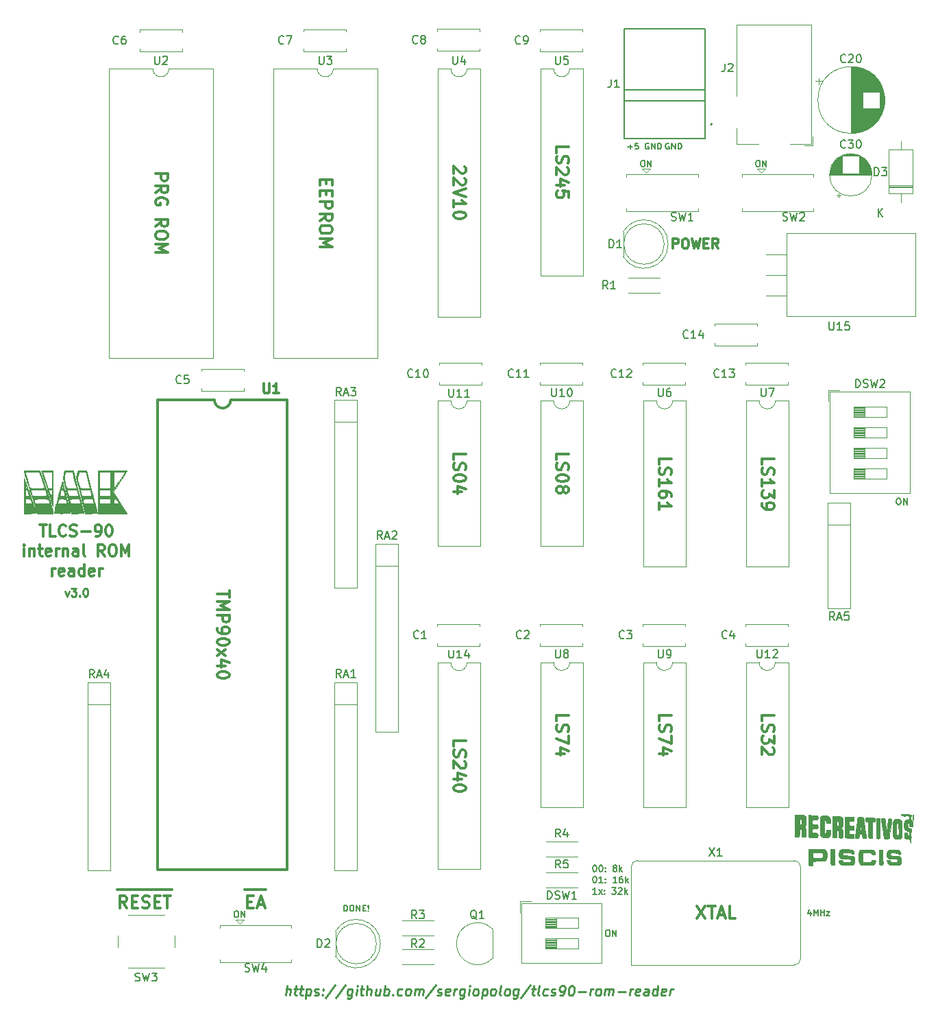
<source format=gbr>
%TF.GenerationSoftware,KiCad,Pcbnew,(5.1.10)-1*%
%TF.CreationDate,2023-10-28T01:32:55+02:00*%
%TF.ProjectId,tlcs90-rom-reader-pcb,746c6373-3930-42d7-926f-6d2d72656164,rev?*%
%TF.SameCoordinates,Original*%
%TF.FileFunction,Legend,Top*%
%TF.FilePolarity,Positive*%
%FSLAX46Y46*%
G04 Gerber Fmt 4.6, Leading zero omitted, Abs format (unit mm)*
G04 Created by KiCad (PCBNEW (5.1.10)-1) date 2023-10-28 01:32:55*
%MOMM*%
%LPD*%
G01*
G04 APERTURE LIST*
%ADD10C,0.200000*%
%ADD11C,0.375000*%
%ADD12C,0.187500*%
%ADD13C,0.250000*%
%ADD14C,0.350000*%
%ADD15C,0.300000*%
%ADD16C,0.120000*%
%ADD17C,0.127000*%
%ADD18C,0.010000*%
%ADD19C,0.150000*%
G04 APERTURE END LIST*
D10*
X187599381Y-92332864D02*
X187751762Y-92332864D01*
X187827953Y-92370960D01*
X187904143Y-92447150D01*
X187942239Y-92599531D01*
X187942239Y-92866198D01*
X187904143Y-93018579D01*
X187827953Y-93094769D01*
X187751762Y-93132864D01*
X187599381Y-93132864D01*
X187523191Y-93094769D01*
X187447000Y-93018579D01*
X187408905Y-92866198D01*
X187408905Y-92599531D01*
X187447000Y-92447150D01*
X187523191Y-92370960D01*
X187599381Y-92332864D01*
X188285096Y-93132864D02*
X188285096Y-92332864D01*
X188742239Y-93132864D01*
X188742239Y-92332864D01*
X150078857Y-137607904D02*
X150155047Y-137607904D01*
X150231238Y-137646000D01*
X150269333Y-137684095D01*
X150307428Y-137760285D01*
X150345523Y-137912666D01*
X150345523Y-138103142D01*
X150307428Y-138255523D01*
X150269333Y-138331714D01*
X150231238Y-138369809D01*
X150155047Y-138407904D01*
X150078857Y-138407904D01*
X150002666Y-138369809D01*
X149964571Y-138331714D01*
X149926476Y-138255523D01*
X149888380Y-138103142D01*
X149888380Y-137912666D01*
X149926476Y-137760285D01*
X149964571Y-137684095D01*
X150002666Y-137646000D01*
X150078857Y-137607904D01*
X150840761Y-137607904D02*
X150916952Y-137607904D01*
X150993142Y-137646000D01*
X151031238Y-137684095D01*
X151069333Y-137760285D01*
X151107428Y-137912666D01*
X151107428Y-138103142D01*
X151069333Y-138255523D01*
X151031238Y-138331714D01*
X150993142Y-138369809D01*
X150916952Y-138407904D01*
X150840761Y-138407904D01*
X150764571Y-138369809D01*
X150726476Y-138331714D01*
X150688380Y-138255523D01*
X150650285Y-138103142D01*
X150650285Y-137912666D01*
X150688380Y-137760285D01*
X150726476Y-137684095D01*
X150764571Y-137646000D01*
X150840761Y-137607904D01*
X151450285Y-138331714D02*
X151488380Y-138369809D01*
X151450285Y-138407904D01*
X151412190Y-138369809D01*
X151450285Y-138331714D01*
X151450285Y-138407904D01*
X151450285Y-137912666D02*
X151488380Y-137950761D01*
X151450285Y-137988857D01*
X151412190Y-137950761D01*
X151450285Y-137912666D01*
X151450285Y-137988857D01*
X152555047Y-137950761D02*
X152478857Y-137912666D01*
X152440761Y-137874571D01*
X152402666Y-137798380D01*
X152402666Y-137760285D01*
X152440761Y-137684095D01*
X152478857Y-137646000D01*
X152555047Y-137607904D01*
X152707428Y-137607904D01*
X152783619Y-137646000D01*
X152821714Y-137684095D01*
X152859809Y-137760285D01*
X152859809Y-137798380D01*
X152821714Y-137874571D01*
X152783619Y-137912666D01*
X152707428Y-137950761D01*
X152555047Y-137950761D01*
X152478857Y-137988857D01*
X152440761Y-138026952D01*
X152402666Y-138103142D01*
X152402666Y-138255523D01*
X152440761Y-138331714D01*
X152478857Y-138369809D01*
X152555047Y-138407904D01*
X152707428Y-138407904D01*
X152783619Y-138369809D01*
X152821714Y-138331714D01*
X152859809Y-138255523D01*
X152859809Y-138103142D01*
X152821714Y-138026952D01*
X152783619Y-137988857D01*
X152707428Y-137950761D01*
X153202666Y-138407904D02*
X153202666Y-137607904D01*
X153278857Y-138103142D02*
X153507428Y-138407904D01*
X153507428Y-137874571D02*
X153202666Y-138179333D01*
X150078857Y-139007904D02*
X150155047Y-139007904D01*
X150231238Y-139046000D01*
X150269333Y-139084095D01*
X150307428Y-139160285D01*
X150345523Y-139312666D01*
X150345523Y-139503142D01*
X150307428Y-139655523D01*
X150269333Y-139731714D01*
X150231238Y-139769809D01*
X150155047Y-139807904D01*
X150078857Y-139807904D01*
X150002666Y-139769809D01*
X149964571Y-139731714D01*
X149926476Y-139655523D01*
X149888380Y-139503142D01*
X149888380Y-139312666D01*
X149926476Y-139160285D01*
X149964571Y-139084095D01*
X150002666Y-139046000D01*
X150078857Y-139007904D01*
X151107428Y-139807904D02*
X150650285Y-139807904D01*
X150878857Y-139807904D02*
X150878857Y-139007904D01*
X150802666Y-139122190D01*
X150726476Y-139198380D01*
X150650285Y-139236476D01*
X151450285Y-139731714D02*
X151488380Y-139769809D01*
X151450285Y-139807904D01*
X151412190Y-139769809D01*
X151450285Y-139731714D01*
X151450285Y-139807904D01*
X151450285Y-139312666D02*
X151488380Y-139350761D01*
X151450285Y-139388857D01*
X151412190Y-139350761D01*
X151450285Y-139312666D01*
X151450285Y-139388857D01*
X152859809Y-139807904D02*
X152402666Y-139807904D01*
X152631238Y-139807904D02*
X152631238Y-139007904D01*
X152555047Y-139122190D01*
X152478857Y-139198380D01*
X152402666Y-139236476D01*
X153545523Y-139007904D02*
X153393142Y-139007904D01*
X153316952Y-139046000D01*
X153278857Y-139084095D01*
X153202666Y-139198380D01*
X153164571Y-139350761D01*
X153164571Y-139655523D01*
X153202666Y-139731714D01*
X153240761Y-139769809D01*
X153316952Y-139807904D01*
X153469333Y-139807904D01*
X153545523Y-139769809D01*
X153583619Y-139731714D01*
X153621714Y-139655523D01*
X153621714Y-139465047D01*
X153583619Y-139388857D01*
X153545523Y-139350761D01*
X153469333Y-139312666D01*
X153316952Y-139312666D01*
X153240761Y-139350761D01*
X153202666Y-139388857D01*
X153164571Y-139465047D01*
X153964571Y-139807904D02*
X153964571Y-139007904D01*
X154040761Y-139503142D02*
X154269333Y-139807904D01*
X154269333Y-139274571D02*
X153964571Y-139579333D01*
X150345523Y-141207904D02*
X149888380Y-141207904D01*
X150116952Y-141207904D02*
X150116952Y-140407904D01*
X150040761Y-140522190D01*
X149964571Y-140598380D01*
X149888380Y-140636476D01*
X150612190Y-141207904D02*
X151031238Y-140674571D01*
X150612190Y-140674571D02*
X151031238Y-141207904D01*
X151336000Y-141131714D02*
X151374095Y-141169809D01*
X151336000Y-141207904D01*
X151297904Y-141169809D01*
X151336000Y-141131714D01*
X151336000Y-141207904D01*
X151336000Y-140712666D02*
X151374095Y-140750761D01*
X151336000Y-140788857D01*
X151297904Y-140750761D01*
X151336000Y-140712666D01*
X151336000Y-140788857D01*
X152250285Y-140407904D02*
X152745523Y-140407904D01*
X152478857Y-140712666D01*
X152593142Y-140712666D01*
X152669333Y-140750761D01*
X152707428Y-140788857D01*
X152745523Y-140865047D01*
X152745523Y-141055523D01*
X152707428Y-141131714D01*
X152669333Y-141169809D01*
X152593142Y-141207904D01*
X152364571Y-141207904D01*
X152288380Y-141169809D01*
X152250285Y-141131714D01*
X153050285Y-140484095D02*
X153088380Y-140446000D01*
X153164571Y-140407904D01*
X153355047Y-140407904D01*
X153431238Y-140446000D01*
X153469333Y-140484095D01*
X153507428Y-140560285D01*
X153507428Y-140636476D01*
X153469333Y-140750761D01*
X153012190Y-141207904D01*
X153507428Y-141207904D01*
X153850285Y-141207904D02*
X153850285Y-140407904D01*
X153926476Y-140903142D02*
X154155047Y-141207904D01*
X154155047Y-140674571D02*
X153850285Y-140979333D01*
D11*
X162778571Y-142688571D02*
X163778571Y-144188571D01*
X163778571Y-142688571D02*
X162778571Y-144188571D01*
X164135714Y-142688571D02*
X164992857Y-142688571D01*
X164564285Y-144188571D02*
X164564285Y-142688571D01*
X165421428Y-143760000D02*
X166135714Y-143760000D01*
X165278571Y-144188571D02*
X165778571Y-142688571D01*
X166278571Y-144188571D01*
X167492857Y-144188571D02*
X166778571Y-144188571D01*
X166778571Y-142688571D01*
X170771428Y-119860428D02*
X170771428Y-119146142D01*
X172271428Y-119146142D01*
X170842857Y-120289000D02*
X170771428Y-120503285D01*
X170771428Y-120860428D01*
X170842857Y-121003285D01*
X170914285Y-121074714D01*
X171057142Y-121146142D01*
X171200000Y-121146142D01*
X171342857Y-121074714D01*
X171414285Y-121003285D01*
X171485714Y-120860428D01*
X171557142Y-120574714D01*
X171628571Y-120431857D01*
X171700000Y-120360428D01*
X171842857Y-120289000D01*
X171985714Y-120289000D01*
X172128571Y-120360428D01*
X172200000Y-120431857D01*
X172271428Y-120574714D01*
X172271428Y-120931857D01*
X172200000Y-121146142D01*
X172271428Y-121646142D02*
X172271428Y-122574714D01*
X171700000Y-122074714D01*
X171700000Y-122289000D01*
X171628571Y-122431857D01*
X171557142Y-122503285D01*
X171414285Y-122574714D01*
X171057142Y-122574714D01*
X170914285Y-122503285D01*
X170842857Y-122431857D01*
X170771428Y-122289000D01*
X170771428Y-121860428D01*
X170842857Y-121717571D01*
X170914285Y-121646142D01*
X172128571Y-123146142D02*
X172200000Y-123217571D01*
X172271428Y-123360428D01*
X172271428Y-123717571D01*
X172200000Y-123860428D01*
X172128571Y-123931857D01*
X171985714Y-124003285D01*
X171842857Y-124003285D01*
X171628571Y-123931857D01*
X170771428Y-123074714D01*
X170771428Y-124003285D01*
X158071428Y-119860428D02*
X158071428Y-119146142D01*
X159571428Y-119146142D01*
X158142857Y-120289000D02*
X158071428Y-120503285D01*
X158071428Y-120860428D01*
X158142857Y-121003285D01*
X158214285Y-121074714D01*
X158357142Y-121146142D01*
X158500000Y-121146142D01*
X158642857Y-121074714D01*
X158714285Y-121003285D01*
X158785714Y-120860428D01*
X158857142Y-120574714D01*
X158928571Y-120431857D01*
X159000000Y-120360428D01*
X159142857Y-120289000D01*
X159285714Y-120289000D01*
X159428571Y-120360428D01*
X159500000Y-120431857D01*
X159571428Y-120574714D01*
X159571428Y-120931857D01*
X159500000Y-121146142D01*
X159571428Y-121646142D02*
X159571428Y-122646142D01*
X158071428Y-122003285D01*
X159071428Y-123860428D02*
X158071428Y-123860428D01*
X159642857Y-123503285D02*
X158571428Y-123146142D01*
X158571428Y-124074714D01*
X145371428Y-119860428D02*
X145371428Y-119146142D01*
X146871428Y-119146142D01*
X145442857Y-120289000D02*
X145371428Y-120503285D01*
X145371428Y-120860428D01*
X145442857Y-121003285D01*
X145514285Y-121074714D01*
X145657142Y-121146142D01*
X145800000Y-121146142D01*
X145942857Y-121074714D01*
X146014285Y-121003285D01*
X146085714Y-120860428D01*
X146157142Y-120574714D01*
X146228571Y-120431857D01*
X146300000Y-120360428D01*
X146442857Y-120289000D01*
X146585714Y-120289000D01*
X146728571Y-120360428D01*
X146800000Y-120431857D01*
X146871428Y-120574714D01*
X146871428Y-120931857D01*
X146800000Y-121146142D01*
X146871428Y-121646142D02*
X146871428Y-122646142D01*
X145371428Y-122003285D01*
X146371428Y-123860428D02*
X145371428Y-123860428D01*
X146942857Y-123503285D02*
X145871428Y-123146142D01*
X145871428Y-124074714D01*
X132671428Y-122981542D02*
X132671428Y-122267257D01*
X134171428Y-122267257D01*
X132742857Y-123410114D02*
X132671428Y-123624400D01*
X132671428Y-123981542D01*
X132742857Y-124124400D01*
X132814285Y-124195828D01*
X132957142Y-124267257D01*
X133100000Y-124267257D01*
X133242857Y-124195828D01*
X133314285Y-124124400D01*
X133385714Y-123981542D01*
X133457142Y-123695828D01*
X133528571Y-123552971D01*
X133600000Y-123481542D01*
X133742857Y-123410114D01*
X133885714Y-123410114D01*
X134028571Y-123481542D01*
X134100000Y-123552971D01*
X134171428Y-123695828D01*
X134171428Y-124052971D01*
X134100000Y-124267257D01*
X134028571Y-124838685D02*
X134100000Y-124910114D01*
X134171428Y-125052971D01*
X134171428Y-125410114D01*
X134100000Y-125552971D01*
X134028571Y-125624400D01*
X133885714Y-125695828D01*
X133742857Y-125695828D01*
X133528571Y-125624400D01*
X132671428Y-124767257D01*
X132671428Y-125695828D01*
X133671428Y-126981542D02*
X132671428Y-126981542D01*
X134242857Y-126624400D02*
X133171428Y-126267257D01*
X133171428Y-127195828D01*
X134171428Y-128052971D02*
X134171428Y-128195828D01*
X134100000Y-128338685D01*
X134028571Y-128410114D01*
X133885714Y-128481542D01*
X133600000Y-128552971D01*
X133242857Y-128552971D01*
X132957142Y-128481542D01*
X132814285Y-128410114D01*
X132742857Y-128338685D01*
X132671428Y-128195828D01*
X132671428Y-128052971D01*
X132742857Y-127910114D01*
X132814285Y-127838685D01*
X132957142Y-127767257D01*
X133242857Y-127695828D01*
X133600000Y-127695828D01*
X133885714Y-127767257D01*
X134028571Y-127838685D01*
X134100000Y-127910114D01*
X134171428Y-128052971D01*
X170771428Y-88158142D02*
X170771428Y-87443857D01*
X172271428Y-87443857D01*
X170842857Y-88586714D02*
X170771428Y-88801000D01*
X170771428Y-89158142D01*
X170842857Y-89301000D01*
X170914285Y-89372428D01*
X171057142Y-89443857D01*
X171200000Y-89443857D01*
X171342857Y-89372428D01*
X171414285Y-89301000D01*
X171485714Y-89158142D01*
X171557142Y-88872428D01*
X171628571Y-88729571D01*
X171700000Y-88658142D01*
X171842857Y-88586714D01*
X171985714Y-88586714D01*
X172128571Y-88658142D01*
X172200000Y-88729571D01*
X172271428Y-88872428D01*
X172271428Y-89229571D01*
X172200000Y-89443857D01*
X170771428Y-90872428D02*
X170771428Y-90015285D01*
X170771428Y-90443857D02*
X172271428Y-90443857D01*
X172057142Y-90301000D01*
X171914285Y-90158142D01*
X171842857Y-90015285D01*
X172271428Y-91372428D02*
X172271428Y-92301000D01*
X171700000Y-91801000D01*
X171700000Y-92015285D01*
X171628571Y-92158142D01*
X171557142Y-92229571D01*
X171414285Y-92301000D01*
X171057142Y-92301000D01*
X170914285Y-92229571D01*
X170842857Y-92158142D01*
X170771428Y-92015285D01*
X170771428Y-91586714D01*
X170842857Y-91443857D01*
X170914285Y-91372428D01*
X170771428Y-93015285D02*
X170771428Y-93301000D01*
X170842857Y-93443857D01*
X170914285Y-93515285D01*
X171128571Y-93658142D01*
X171414285Y-93729571D01*
X171985714Y-93729571D01*
X172128571Y-93658142D01*
X172200000Y-93586714D01*
X172271428Y-93443857D01*
X172271428Y-93158142D01*
X172200000Y-93015285D01*
X172128571Y-92943857D01*
X171985714Y-92872428D01*
X171628571Y-92872428D01*
X171485714Y-92943857D01*
X171414285Y-93015285D01*
X171342857Y-93158142D01*
X171342857Y-93443857D01*
X171414285Y-93586714D01*
X171485714Y-93658142D01*
X171628571Y-93729571D01*
X158071428Y-88158142D02*
X158071428Y-87443857D01*
X159571428Y-87443857D01*
X158142857Y-88586714D02*
X158071428Y-88801000D01*
X158071428Y-89158142D01*
X158142857Y-89301000D01*
X158214285Y-89372428D01*
X158357142Y-89443857D01*
X158500000Y-89443857D01*
X158642857Y-89372428D01*
X158714285Y-89301000D01*
X158785714Y-89158142D01*
X158857142Y-88872428D01*
X158928571Y-88729571D01*
X159000000Y-88658142D01*
X159142857Y-88586714D01*
X159285714Y-88586714D01*
X159428571Y-88658142D01*
X159500000Y-88729571D01*
X159571428Y-88872428D01*
X159571428Y-89229571D01*
X159500000Y-89443857D01*
X158071428Y-90872428D02*
X158071428Y-90015285D01*
X158071428Y-90443857D02*
X159571428Y-90443857D01*
X159357142Y-90301000D01*
X159214285Y-90158142D01*
X159142857Y-90015285D01*
X159571428Y-92158142D02*
X159571428Y-91872428D01*
X159500000Y-91729571D01*
X159428571Y-91658142D01*
X159214285Y-91515285D01*
X158928571Y-91443857D01*
X158357142Y-91443857D01*
X158214285Y-91515285D01*
X158142857Y-91586714D01*
X158071428Y-91729571D01*
X158071428Y-92015285D01*
X158142857Y-92158142D01*
X158214285Y-92229571D01*
X158357142Y-92301000D01*
X158714285Y-92301000D01*
X158857142Y-92229571D01*
X158928571Y-92158142D01*
X159000000Y-92015285D01*
X159000000Y-91729571D01*
X158928571Y-91586714D01*
X158857142Y-91515285D01*
X158714285Y-91443857D01*
X158071428Y-93729571D02*
X158071428Y-92872428D01*
X158071428Y-93301000D02*
X159571428Y-93301000D01*
X159357142Y-93158142D01*
X159214285Y-93015285D01*
X159142857Y-92872428D01*
X145371428Y-87577028D02*
X145371428Y-86862742D01*
X146871428Y-86862742D01*
X145442857Y-88005600D02*
X145371428Y-88219885D01*
X145371428Y-88577028D01*
X145442857Y-88719885D01*
X145514285Y-88791314D01*
X145657142Y-88862742D01*
X145800000Y-88862742D01*
X145942857Y-88791314D01*
X146014285Y-88719885D01*
X146085714Y-88577028D01*
X146157142Y-88291314D01*
X146228571Y-88148457D01*
X146300000Y-88077028D01*
X146442857Y-88005600D01*
X146585714Y-88005600D01*
X146728571Y-88077028D01*
X146800000Y-88148457D01*
X146871428Y-88291314D01*
X146871428Y-88648457D01*
X146800000Y-88862742D01*
X146871428Y-89791314D02*
X146871428Y-89934171D01*
X146800000Y-90077028D01*
X146728571Y-90148457D01*
X146585714Y-90219885D01*
X146300000Y-90291314D01*
X145942857Y-90291314D01*
X145657142Y-90219885D01*
X145514285Y-90148457D01*
X145442857Y-90077028D01*
X145371428Y-89934171D01*
X145371428Y-89791314D01*
X145442857Y-89648457D01*
X145514285Y-89577028D01*
X145657142Y-89505600D01*
X145942857Y-89434171D01*
X146300000Y-89434171D01*
X146585714Y-89505600D01*
X146728571Y-89577028D01*
X146800000Y-89648457D01*
X146871428Y-89791314D01*
X146228571Y-91148457D02*
X146300000Y-91005600D01*
X146371428Y-90934171D01*
X146514285Y-90862742D01*
X146585714Y-90862742D01*
X146728571Y-90934171D01*
X146800000Y-91005600D01*
X146871428Y-91148457D01*
X146871428Y-91434171D01*
X146800000Y-91577028D01*
X146728571Y-91648457D01*
X146585714Y-91719885D01*
X146514285Y-91719885D01*
X146371428Y-91648457D01*
X146300000Y-91577028D01*
X146228571Y-91434171D01*
X146228571Y-91148457D01*
X146157142Y-91005600D01*
X146085714Y-90934171D01*
X145942857Y-90862742D01*
X145657142Y-90862742D01*
X145514285Y-90934171D01*
X145442857Y-91005600D01*
X145371428Y-91148457D01*
X145371428Y-91434171D01*
X145442857Y-91577028D01*
X145514285Y-91648457D01*
X145657142Y-91719885D01*
X145942857Y-91719885D01*
X146085714Y-91648457D01*
X146157142Y-91577028D01*
X146228571Y-91434171D01*
X132671428Y-87577028D02*
X132671428Y-86862742D01*
X134171428Y-86862742D01*
X132742857Y-88005600D02*
X132671428Y-88219885D01*
X132671428Y-88577028D01*
X132742857Y-88719885D01*
X132814285Y-88791314D01*
X132957142Y-88862742D01*
X133100000Y-88862742D01*
X133242857Y-88791314D01*
X133314285Y-88719885D01*
X133385714Y-88577028D01*
X133457142Y-88291314D01*
X133528571Y-88148457D01*
X133600000Y-88077028D01*
X133742857Y-88005600D01*
X133885714Y-88005600D01*
X134028571Y-88077028D01*
X134100000Y-88148457D01*
X134171428Y-88291314D01*
X134171428Y-88648457D01*
X134100000Y-88862742D01*
X134171428Y-89791314D02*
X134171428Y-89934171D01*
X134100000Y-90077028D01*
X134028571Y-90148457D01*
X133885714Y-90219885D01*
X133600000Y-90291314D01*
X133242857Y-90291314D01*
X132957142Y-90219885D01*
X132814285Y-90148457D01*
X132742857Y-90077028D01*
X132671428Y-89934171D01*
X132671428Y-89791314D01*
X132742857Y-89648457D01*
X132814285Y-89577028D01*
X132957142Y-89505600D01*
X133242857Y-89434171D01*
X133600000Y-89434171D01*
X133885714Y-89505600D01*
X134028571Y-89577028D01*
X134100000Y-89648457D01*
X134171428Y-89791314D01*
X133671428Y-91577028D02*
X132671428Y-91577028D01*
X134242857Y-91219885D02*
X133171428Y-90862742D01*
X133171428Y-91791314D01*
X145371428Y-49677142D02*
X145371428Y-48962857D01*
X146871428Y-48962857D01*
X145442857Y-50105714D02*
X145371428Y-50320000D01*
X145371428Y-50677142D01*
X145442857Y-50820000D01*
X145514285Y-50891428D01*
X145657142Y-50962857D01*
X145800000Y-50962857D01*
X145942857Y-50891428D01*
X146014285Y-50820000D01*
X146085714Y-50677142D01*
X146157142Y-50391428D01*
X146228571Y-50248571D01*
X146300000Y-50177142D01*
X146442857Y-50105714D01*
X146585714Y-50105714D01*
X146728571Y-50177142D01*
X146800000Y-50248571D01*
X146871428Y-50391428D01*
X146871428Y-50748571D01*
X146800000Y-50962857D01*
X146728571Y-51534285D02*
X146800000Y-51605714D01*
X146871428Y-51748571D01*
X146871428Y-52105714D01*
X146800000Y-52248571D01*
X146728571Y-52320000D01*
X146585714Y-52391428D01*
X146442857Y-52391428D01*
X146228571Y-52320000D01*
X145371428Y-51462857D01*
X145371428Y-52391428D01*
X146371428Y-53677142D02*
X145371428Y-53677142D01*
X146942857Y-53320000D02*
X145871428Y-52962857D01*
X145871428Y-53891428D01*
X146871428Y-55177142D02*
X146871428Y-54462857D01*
X146157142Y-54391428D01*
X146228571Y-54462857D01*
X146300000Y-54605714D01*
X146300000Y-54962857D01*
X146228571Y-55105714D01*
X146157142Y-55177142D01*
X146014285Y-55248571D01*
X145657142Y-55248571D01*
X145514285Y-55177142D01*
X145442857Y-55105714D01*
X145371428Y-54962857D01*
X145371428Y-54605714D01*
X145442857Y-54462857D01*
X145514285Y-54391428D01*
X104961428Y-103720000D02*
X104961428Y-104577142D01*
X103461428Y-104148571D02*
X104961428Y-104148571D01*
X103461428Y-105077142D02*
X104961428Y-105077142D01*
X103890000Y-105577142D01*
X104961428Y-106077142D01*
X103461428Y-106077142D01*
X103461428Y-106791428D02*
X104961428Y-106791428D01*
X104961428Y-107362857D01*
X104890000Y-107505714D01*
X104818571Y-107577142D01*
X104675714Y-107648571D01*
X104461428Y-107648571D01*
X104318571Y-107577142D01*
X104247142Y-107505714D01*
X104175714Y-107362857D01*
X104175714Y-106791428D01*
X103461428Y-108362857D02*
X103461428Y-108648571D01*
X103532857Y-108791428D01*
X103604285Y-108862857D01*
X103818571Y-109005714D01*
X104104285Y-109077142D01*
X104675714Y-109077142D01*
X104818571Y-109005714D01*
X104890000Y-108934285D01*
X104961428Y-108791428D01*
X104961428Y-108505714D01*
X104890000Y-108362857D01*
X104818571Y-108291428D01*
X104675714Y-108220000D01*
X104318571Y-108220000D01*
X104175714Y-108291428D01*
X104104285Y-108362857D01*
X104032857Y-108505714D01*
X104032857Y-108791428D01*
X104104285Y-108934285D01*
X104175714Y-109005714D01*
X104318571Y-109077142D01*
X104961428Y-110005714D02*
X104961428Y-110148571D01*
X104890000Y-110291428D01*
X104818571Y-110362857D01*
X104675714Y-110434285D01*
X104390000Y-110505714D01*
X104032857Y-110505714D01*
X103747142Y-110434285D01*
X103604285Y-110362857D01*
X103532857Y-110291428D01*
X103461428Y-110148571D01*
X103461428Y-110005714D01*
X103532857Y-109862857D01*
X103604285Y-109791428D01*
X103747142Y-109720000D01*
X104032857Y-109648571D01*
X104390000Y-109648571D01*
X104675714Y-109720000D01*
X104818571Y-109791428D01*
X104890000Y-109862857D01*
X104961428Y-110005714D01*
X103461428Y-111005714D02*
X104461428Y-111791428D01*
X104461428Y-111005714D02*
X103461428Y-111791428D01*
X104461428Y-113005714D02*
X103461428Y-113005714D01*
X105032857Y-112648571D02*
X103961428Y-112291428D01*
X103961428Y-113220000D01*
X104961428Y-114077142D02*
X104961428Y-114220000D01*
X104890000Y-114362857D01*
X104818571Y-114434285D01*
X104675714Y-114505714D01*
X104390000Y-114577142D01*
X104032857Y-114577142D01*
X103747142Y-114505714D01*
X103604285Y-114434285D01*
X103532857Y-114362857D01*
X103461428Y-114220000D01*
X103461428Y-114077142D01*
X103532857Y-113934285D01*
X103604285Y-113862857D01*
X103747142Y-113791428D01*
X104032857Y-113720000D01*
X104390000Y-113720000D01*
X104675714Y-113791428D01*
X104818571Y-113862857D01*
X104890000Y-113934285D01*
X104961428Y-114077142D01*
X134028571Y-51395714D02*
X134100000Y-51467142D01*
X134171428Y-51610000D01*
X134171428Y-51967142D01*
X134100000Y-52110000D01*
X134028571Y-52181428D01*
X133885714Y-52252857D01*
X133742857Y-52252857D01*
X133528571Y-52181428D01*
X132671428Y-51324285D01*
X132671428Y-52252857D01*
X134028571Y-52824285D02*
X134100000Y-52895714D01*
X134171428Y-53038571D01*
X134171428Y-53395714D01*
X134100000Y-53538571D01*
X134028571Y-53610000D01*
X133885714Y-53681428D01*
X133742857Y-53681428D01*
X133528571Y-53610000D01*
X132671428Y-52752857D01*
X132671428Y-53681428D01*
X134171428Y-54110000D02*
X132671428Y-54610000D01*
X134171428Y-55110000D01*
X132671428Y-56395714D02*
X132671428Y-55538571D01*
X132671428Y-55967142D02*
X134171428Y-55967142D01*
X133957142Y-55824285D01*
X133814285Y-55681428D01*
X133742857Y-55538571D01*
X134171428Y-57324285D02*
X134171428Y-57467142D01*
X134100000Y-57610000D01*
X134028571Y-57681428D01*
X133885714Y-57752857D01*
X133600000Y-57824285D01*
X133242857Y-57824285D01*
X132957142Y-57752857D01*
X132814285Y-57681428D01*
X132742857Y-57610000D01*
X132671428Y-57467142D01*
X132671428Y-57324285D01*
X132742857Y-57181428D01*
X132814285Y-57110000D01*
X132957142Y-57038571D01*
X133242857Y-56967142D01*
X133600000Y-56967142D01*
X133885714Y-57038571D01*
X134028571Y-57110000D01*
X134100000Y-57181428D01*
X134171428Y-57324285D01*
X116947142Y-53007142D02*
X116947142Y-53507142D01*
X116161428Y-53721428D02*
X116161428Y-53007142D01*
X117661428Y-53007142D01*
X117661428Y-53721428D01*
X116947142Y-54364285D02*
X116947142Y-54864285D01*
X116161428Y-55078571D02*
X116161428Y-54364285D01*
X117661428Y-54364285D01*
X117661428Y-55078571D01*
X116161428Y-55721428D02*
X117661428Y-55721428D01*
X117661428Y-56292857D01*
X117590000Y-56435714D01*
X117518571Y-56507142D01*
X117375714Y-56578571D01*
X117161428Y-56578571D01*
X117018571Y-56507142D01*
X116947142Y-56435714D01*
X116875714Y-56292857D01*
X116875714Y-55721428D01*
X116161428Y-58078571D02*
X116875714Y-57578571D01*
X116161428Y-57221428D02*
X117661428Y-57221428D01*
X117661428Y-57792857D01*
X117590000Y-57935714D01*
X117518571Y-58007142D01*
X117375714Y-58078571D01*
X117161428Y-58078571D01*
X117018571Y-58007142D01*
X116947142Y-57935714D01*
X116875714Y-57792857D01*
X116875714Y-57221428D01*
X117661428Y-59007142D02*
X117661428Y-59292857D01*
X117590000Y-59435714D01*
X117447142Y-59578571D01*
X117161428Y-59650000D01*
X116661428Y-59650000D01*
X116375714Y-59578571D01*
X116232857Y-59435714D01*
X116161428Y-59292857D01*
X116161428Y-59007142D01*
X116232857Y-58864285D01*
X116375714Y-58721428D01*
X116661428Y-58650000D01*
X117161428Y-58650000D01*
X117447142Y-58721428D01*
X117590000Y-58864285D01*
X117661428Y-59007142D01*
X116161428Y-60292857D02*
X117661428Y-60292857D01*
X116590000Y-60792857D01*
X117661428Y-61292857D01*
X116161428Y-61292857D01*
D12*
X170223714Y-50643285D02*
X170366571Y-50643285D01*
X170438000Y-50679000D01*
X170509428Y-50750428D01*
X170545142Y-50893285D01*
X170545142Y-51143285D01*
X170509428Y-51286142D01*
X170438000Y-51357571D01*
X170366571Y-51393285D01*
X170223714Y-51393285D01*
X170152285Y-51357571D01*
X170080857Y-51286142D01*
X170045142Y-51143285D01*
X170045142Y-50893285D01*
X170080857Y-50750428D01*
X170152285Y-50679000D01*
X170223714Y-50643285D01*
X170866571Y-51393285D02*
X170866571Y-50643285D01*
X171295142Y-51393285D01*
X171295142Y-50643285D01*
D11*
X95841428Y-52292857D02*
X97341428Y-52292857D01*
X97341428Y-52864285D01*
X97270000Y-53007142D01*
X97198571Y-53078571D01*
X97055714Y-53150000D01*
X96841428Y-53150000D01*
X96698571Y-53078571D01*
X96627142Y-53007142D01*
X96555714Y-52864285D01*
X96555714Y-52292857D01*
X95841428Y-54650000D02*
X96555714Y-54150000D01*
X95841428Y-53792857D02*
X97341428Y-53792857D01*
X97341428Y-54364285D01*
X97270000Y-54507142D01*
X97198571Y-54578571D01*
X97055714Y-54650000D01*
X96841428Y-54650000D01*
X96698571Y-54578571D01*
X96627142Y-54507142D01*
X96555714Y-54364285D01*
X96555714Y-53792857D01*
X97270000Y-56078571D02*
X97341428Y-55935714D01*
X97341428Y-55721428D01*
X97270000Y-55507142D01*
X97127142Y-55364285D01*
X96984285Y-55292857D01*
X96698571Y-55221428D01*
X96484285Y-55221428D01*
X96198571Y-55292857D01*
X96055714Y-55364285D01*
X95912857Y-55507142D01*
X95841428Y-55721428D01*
X95841428Y-55864285D01*
X95912857Y-56078571D01*
X95984285Y-56150000D01*
X96484285Y-56150000D01*
X96484285Y-55864285D01*
X95841428Y-58792857D02*
X96555714Y-58292857D01*
X95841428Y-57935714D02*
X97341428Y-57935714D01*
X97341428Y-58507142D01*
X97270000Y-58650000D01*
X97198571Y-58721428D01*
X97055714Y-58792857D01*
X96841428Y-58792857D01*
X96698571Y-58721428D01*
X96627142Y-58650000D01*
X96555714Y-58507142D01*
X96555714Y-57935714D01*
X97341428Y-59721428D02*
X97341428Y-60007142D01*
X97270000Y-60150000D01*
X97127142Y-60292857D01*
X96841428Y-60364285D01*
X96341428Y-60364285D01*
X96055714Y-60292857D01*
X95912857Y-60150000D01*
X95841428Y-60007142D01*
X95841428Y-59721428D01*
X95912857Y-59578571D01*
X96055714Y-59435714D01*
X96341428Y-59364285D01*
X96841428Y-59364285D01*
X97127142Y-59435714D01*
X97270000Y-59578571D01*
X97341428Y-59721428D01*
X95841428Y-61007142D02*
X97341428Y-61007142D01*
X96270000Y-61507142D01*
X97341428Y-62007142D01*
X95841428Y-62007142D01*
D13*
X111964330Y-153704857D02*
X112114330Y-152504857D01*
X112478616Y-153704857D02*
X112557187Y-153076285D01*
X112514330Y-152962000D01*
X112407187Y-152904857D01*
X112235758Y-152904857D01*
X112114330Y-152962000D01*
X112050044Y-153019142D01*
X112978616Y-152904857D02*
X113435758Y-152904857D01*
X113200044Y-152504857D02*
X113071473Y-153533428D01*
X113114330Y-153647714D01*
X113221473Y-153704857D01*
X113335758Y-153704857D01*
X113664330Y-152904857D02*
X114121473Y-152904857D01*
X113885758Y-152504857D02*
X113757187Y-153533428D01*
X113800044Y-153647714D01*
X113907187Y-153704857D01*
X114021473Y-153704857D01*
X114521473Y-152904857D02*
X114371473Y-154104857D01*
X114514330Y-152962000D02*
X114635758Y-152904857D01*
X114864330Y-152904857D01*
X114971473Y-152962000D01*
X115021473Y-153019142D01*
X115064330Y-153133428D01*
X115021473Y-153476285D01*
X114950044Y-153590571D01*
X114885758Y-153647714D01*
X114764330Y-153704857D01*
X114535758Y-153704857D01*
X114428616Y-153647714D01*
X115457187Y-153647714D02*
X115564330Y-153704857D01*
X115792901Y-153704857D01*
X115914330Y-153647714D01*
X115985758Y-153533428D01*
X115992901Y-153476285D01*
X115950044Y-153362000D01*
X115842901Y-153304857D01*
X115671473Y-153304857D01*
X115564330Y-153247714D01*
X115521473Y-153133428D01*
X115528616Y-153076285D01*
X115600044Y-152962000D01*
X115721473Y-152904857D01*
X115892901Y-152904857D01*
X116000044Y-152962000D01*
X116492901Y-153590571D02*
X116542901Y-153647714D01*
X116478616Y-153704857D01*
X116428616Y-153647714D01*
X116492901Y-153590571D01*
X116478616Y-153704857D01*
X116571473Y-152962000D02*
X116621473Y-153019142D01*
X116557187Y-153076285D01*
X116507187Y-153019142D01*
X116571473Y-152962000D01*
X116557187Y-153076285D01*
X118064330Y-152447714D02*
X116842901Y-153990571D01*
X119321473Y-152447714D02*
X118100044Y-153990571D01*
X120178616Y-152904857D02*
X120057187Y-153876285D01*
X119985758Y-153990571D01*
X119921473Y-154047714D01*
X119800044Y-154104857D01*
X119628616Y-154104857D01*
X119521473Y-154047714D01*
X120085758Y-153647714D02*
X119964330Y-153704857D01*
X119735758Y-153704857D01*
X119628616Y-153647714D01*
X119578616Y-153590571D01*
X119535758Y-153476285D01*
X119578616Y-153133428D01*
X119650044Y-153019142D01*
X119714330Y-152962000D01*
X119835758Y-152904857D01*
X120064330Y-152904857D01*
X120171473Y-152962000D01*
X120650044Y-153704857D02*
X120750044Y-152904857D01*
X120800044Y-152504857D02*
X120735758Y-152562000D01*
X120785758Y-152619142D01*
X120850044Y-152562000D01*
X120800044Y-152504857D01*
X120785758Y-152619142D01*
X121150044Y-152904857D02*
X121607187Y-152904857D01*
X121371473Y-152504857D02*
X121242901Y-153533428D01*
X121285758Y-153647714D01*
X121392901Y-153704857D01*
X121507187Y-153704857D01*
X121907187Y-153704857D02*
X122057187Y-152504857D01*
X122421473Y-153704857D02*
X122500044Y-153076285D01*
X122457187Y-152962000D01*
X122350044Y-152904857D01*
X122178616Y-152904857D01*
X122057187Y-152962000D01*
X121992901Y-153019142D01*
X123607187Y-152904857D02*
X123507187Y-153704857D01*
X123092901Y-152904857D02*
X123014330Y-153533428D01*
X123057187Y-153647714D01*
X123164330Y-153704857D01*
X123335758Y-153704857D01*
X123457187Y-153647714D01*
X123521473Y-153590571D01*
X124078616Y-153704857D02*
X124228616Y-152504857D01*
X124171473Y-152962000D02*
X124292901Y-152904857D01*
X124521473Y-152904857D01*
X124628616Y-152962000D01*
X124678616Y-153019142D01*
X124721473Y-153133428D01*
X124678616Y-153476285D01*
X124607187Y-153590571D01*
X124542901Y-153647714D01*
X124421473Y-153704857D01*
X124192901Y-153704857D01*
X124085758Y-153647714D01*
X125178616Y-153590571D02*
X125228616Y-153647714D01*
X125164330Y-153704857D01*
X125114330Y-153647714D01*
X125178616Y-153590571D01*
X125164330Y-153704857D01*
X126257187Y-153647714D02*
X126135758Y-153704857D01*
X125907187Y-153704857D01*
X125800044Y-153647714D01*
X125750044Y-153590571D01*
X125707187Y-153476285D01*
X125750044Y-153133428D01*
X125821473Y-153019142D01*
X125885758Y-152962000D01*
X126007187Y-152904857D01*
X126235758Y-152904857D01*
X126342901Y-152962000D01*
X126935758Y-153704857D02*
X126828616Y-153647714D01*
X126778616Y-153590571D01*
X126735758Y-153476285D01*
X126778616Y-153133428D01*
X126850044Y-153019142D01*
X126914330Y-152962000D01*
X127035758Y-152904857D01*
X127207187Y-152904857D01*
X127314330Y-152962000D01*
X127364330Y-153019142D01*
X127407187Y-153133428D01*
X127364330Y-153476285D01*
X127292901Y-153590571D01*
X127228616Y-153647714D01*
X127107187Y-153704857D01*
X126935758Y-153704857D01*
X127850044Y-153704857D02*
X127950044Y-152904857D01*
X127935758Y-153019142D02*
X128000044Y-152962000D01*
X128121473Y-152904857D01*
X128292901Y-152904857D01*
X128400044Y-152962000D01*
X128442901Y-153076285D01*
X128364330Y-153704857D01*
X128442901Y-153076285D02*
X128514330Y-152962000D01*
X128635758Y-152904857D01*
X128807187Y-152904857D01*
X128914330Y-152962000D01*
X128957187Y-153076285D01*
X128878616Y-153704857D01*
X130464330Y-152447714D02*
X129242901Y-153990571D01*
X130657187Y-153647714D02*
X130764330Y-153704857D01*
X130992901Y-153704857D01*
X131114330Y-153647714D01*
X131185758Y-153533428D01*
X131192901Y-153476285D01*
X131150044Y-153362000D01*
X131042901Y-153304857D01*
X130871473Y-153304857D01*
X130764330Y-153247714D01*
X130721473Y-153133428D01*
X130728616Y-153076285D01*
X130800044Y-152962000D01*
X130921473Y-152904857D01*
X131092901Y-152904857D01*
X131200044Y-152962000D01*
X132142901Y-153647714D02*
X132021473Y-153704857D01*
X131792901Y-153704857D01*
X131685758Y-153647714D01*
X131642901Y-153533428D01*
X131700044Y-153076285D01*
X131771473Y-152962000D01*
X131892901Y-152904857D01*
X132121473Y-152904857D01*
X132228616Y-152962000D01*
X132271473Y-153076285D01*
X132257187Y-153190571D01*
X131671473Y-153304857D01*
X132707187Y-153704857D02*
X132807187Y-152904857D01*
X132778616Y-153133428D02*
X132850044Y-153019142D01*
X132914330Y-152962000D01*
X133035758Y-152904857D01*
X133150044Y-152904857D01*
X134064330Y-152904857D02*
X133942901Y-153876285D01*
X133871473Y-153990571D01*
X133807187Y-154047714D01*
X133685758Y-154104857D01*
X133514330Y-154104857D01*
X133407187Y-154047714D01*
X133971473Y-153647714D02*
X133850044Y-153704857D01*
X133621473Y-153704857D01*
X133514330Y-153647714D01*
X133464330Y-153590571D01*
X133421473Y-153476285D01*
X133464330Y-153133428D01*
X133535758Y-153019142D01*
X133600044Y-152962000D01*
X133721473Y-152904857D01*
X133950044Y-152904857D01*
X134057187Y-152962000D01*
X134535758Y-153704857D02*
X134635758Y-152904857D01*
X134685758Y-152504857D02*
X134621473Y-152562000D01*
X134671473Y-152619142D01*
X134735758Y-152562000D01*
X134685758Y-152504857D01*
X134671473Y-152619142D01*
X135278616Y-153704857D02*
X135171473Y-153647714D01*
X135121473Y-153590571D01*
X135078616Y-153476285D01*
X135121473Y-153133428D01*
X135192901Y-153019142D01*
X135257187Y-152962000D01*
X135378616Y-152904857D01*
X135550044Y-152904857D01*
X135657187Y-152962000D01*
X135707187Y-153019142D01*
X135750044Y-153133428D01*
X135707187Y-153476285D01*
X135635758Y-153590571D01*
X135571473Y-153647714D01*
X135450044Y-153704857D01*
X135278616Y-153704857D01*
X136292901Y-152904857D02*
X136142901Y-154104857D01*
X136285758Y-152962000D02*
X136407187Y-152904857D01*
X136635758Y-152904857D01*
X136742901Y-152962000D01*
X136792901Y-153019142D01*
X136835758Y-153133428D01*
X136792901Y-153476285D01*
X136721473Y-153590571D01*
X136657187Y-153647714D01*
X136535758Y-153704857D01*
X136307187Y-153704857D01*
X136200044Y-153647714D01*
X137450044Y-153704857D02*
X137342901Y-153647714D01*
X137292901Y-153590571D01*
X137250044Y-153476285D01*
X137292901Y-153133428D01*
X137364330Y-153019142D01*
X137428616Y-152962000D01*
X137550044Y-152904857D01*
X137721473Y-152904857D01*
X137828616Y-152962000D01*
X137878616Y-153019142D01*
X137921473Y-153133428D01*
X137878616Y-153476285D01*
X137807187Y-153590571D01*
X137742901Y-153647714D01*
X137621473Y-153704857D01*
X137450044Y-153704857D01*
X138535758Y-153704857D02*
X138428616Y-153647714D01*
X138385758Y-153533428D01*
X138514330Y-152504857D01*
X139164330Y-153704857D02*
X139057187Y-153647714D01*
X139007187Y-153590571D01*
X138964330Y-153476285D01*
X139007187Y-153133428D01*
X139078616Y-153019142D01*
X139142901Y-152962000D01*
X139264330Y-152904857D01*
X139435758Y-152904857D01*
X139542901Y-152962000D01*
X139592901Y-153019142D01*
X139635758Y-153133428D01*
X139592901Y-153476285D01*
X139521473Y-153590571D01*
X139457187Y-153647714D01*
X139335758Y-153704857D01*
X139164330Y-153704857D01*
X140692901Y-152904857D02*
X140571473Y-153876285D01*
X140500044Y-153990571D01*
X140435758Y-154047714D01*
X140314330Y-154104857D01*
X140142901Y-154104857D01*
X140035758Y-154047714D01*
X140600044Y-153647714D02*
X140478616Y-153704857D01*
X140250044Y-153704857D01*
X140142901Y-153647714D01*
X140092901Y-153590571D01*
X140050044Y-153476285D01*
X140092901Y-153133428D01*
X140164330Y-153019142D01*
X140228616Y-152962000D01*
X140350044Y-152904857D01*
X140578616Y-152904857D01*
X140685758Y-152962000D01*
X142178616Y-152447714D02*
X140957187Y-153990571D01*
X142350044Y-152904857D02*
X142807187Y-152904857D01*
X142571473Y-152504857D02*
X142442901Y-153533428D01*
X142485758Y-153647714D01*
X142592901Y-153704857D01*
X142707187Y-153704857D01*
X143278616Y-153704857D02*
X143171473Y-153647714D01*
X143128616Y-153533428D01*
X143257187Y-152504857D01*
X144257187Y-153647714D02*
X144135758Y-153704857D01*
X143907187Y-153704857D01*
X143800044Y-153647714D01*
X143750044Y-153590571D01*
X143707187Y-153476285D01*
X143750044Y-153133428D01*
X143821473Y-153019142D01*
X143885758Y-152962000D01*
X144007187Y-152904857D01*
X144235758Y-152904857D01*
X144342901Y-152962000D01*
X144714330Y-153647714D02*
X144821473Y-153704857D01*
X145050044Y-153704857D01*
X145171473Y-153647714D01*
X145242901Y-153533428D01*
X145250044Y-153476285D01*
X145207187Y-153362000D01*
X145100044Y-153304857D01*
X144928616Y-153304857D01*
X144821473Y-153247714D01*
X144778616Y-153133428D01*
X144785758Y-153076285D01*
X144857187Y-152962000D01*
X144978616Y-152904857D01*
X145150044Y-152904857D01*
X145257187Y-152962000D01*
X145792901Y-153704857D02*
X146021473Y-153704857D01*
X146142901Y-153647714D01*
X146207187Y-153590571D01*
X146342901Y-153419142D01*
X146428616Y-153190571D01*
X146485758Y-152733428D01*
X146442901Y-152619142D01*
X146392901Y-152562000D01*
X146285758Y-152504857D01*
X146057187Y-152504857D01*
X145935758Y-152562000D01*
X145871473Y-152619142D01*
X145800044Y-152733428D01*
X145764330Y-153019142D01*
X145807187Y-153133428D01*
X145857187Y-153190571D01*
X145964330Y-153247714D01*
X146192901Y-153247714D01*
X146314330Y-153190571D01*
X146378616Y-153133428D01*
X146450044Y-153019142D01*
X147257187Y-152504857D02*
X147371473Y-152504857D01*
X147478616Y-152562000D01*
X147528616Y-152619142D01*
X147571473Y-152733428D01*
X147600044Y-152962000D01*
X147564330Y-153247714D01*
X147478616Y-153476285D01*
X147407187Y-153590571D01*
X147342901Y-153647714D01*
X147221473Y-153704857D01*
X147107187Y-153704857D01*
X147000044Y-153647714D01*
X146950044Y-153590571D01*
X146907187Y-153476285D01*
X146878616Y-153247714D01*
X146914330Y-152962000D01*
X147000044Y-152733428D01*
X147071473Y-152619142D01*
X147135758Y-152562000D01*
X147257187Y-152504857D01*
X148078616Y-153247714D02*
X148992901Y-153247714D01*
X149507187Y-153704857D02*
X149607187Y-152904857D01*
X149578616Y-153133428D02*
X149650044Y-153019142D01*
X149714330Y-152962000D01*
X149835758Y-152904857D01*
X149950044Y-152904857D01*
X150421473Y-153704857D02*
X150314330Y-153647714D01*
X150264330Y-153590571D01*
X150221473Y-153476285D01*
X150264330Y-153133428D01*
X150335758Y-153019142D01*
X150400044Y-152962000D01*
X150521473Y-152904857D01*
X150692901Y-152904857D01*
X150800044Y-152962000D01*
X150850044Y-153019142D01*
X150892901Y-153133428D01*
X150850044Y-153476285D01*
X150778616Y-153590571D01*
X150714330Y-153647714D01*
X150592901Y-153704857D01*
X150421473Y-153704857D01*
X151335758Y-153704857D02*
X151435758Y-152904857D01*
X151421473Y-153019142D02*
X151485758Y-152962000D01*
X151607187Y-152904857D01*
X151778616Y-152904857D01*
X151885758Y-152962000D01*
X151928616Y-153076285D01*
X151850044Y-153704857D01*
X151928616Y-153076285D02*
X152000044Y-152962000D01*
X152121473Y-152904857D01*
X152292901Y-152904857D01*
X152400044Y-152962000D01*
X152442901Y-153076285D01*
X152364330Y-153704857D01*
X152992901Y-153247714D02*
X153907187Y-153247714D01*
X154421473Y-153704857D02*
X154521473Y-152904857D01*
X154492901Y-153133428D02*
X154564330Y-153019142D01*
X154628616Y-152962000D01*
X154750044Y-152904857D01*
X154864330Y-152904857D01*
X155628616Y-153647714D02*
X155507187Y-153704857D01*
X155278616Y-153704857D01*
X155171473Y-153647714D01*
X155128616Y-153533428D01*
X155185758Y-153076285D01*
X155257187Y-152962000D01*
X155378616Y-152904857D01*
X155607187Y-152904857D01*
X155714330Y-152962000D01*
X155757187Y-153076285D01*
X155742901Y-153190571D01*
X155157187Y-153304857D01*
X156707187Y-153704857D02*
X156785758Y-153076285D01*
X156742901Y-152962000D01*
X156635758Y-152904857D01*
X156407187Y-152904857D01*
X156285758Y-152962000D01*
X156714330Y-153647714D02*
X156592901Y-153704857D01*
X156307187Y-153704857D01*
X156200044Y-153647714D01*
X156157187Y-153533428D01*
X156171473Y-153419142D01*
X156242901Y-153304857D01*
X156364330Y-153247714D01*
X156650044Y-153247714D01*
X156771473Y-153190571D01*
X157792901Y-153704857D02*
X157942901Y-152504857D01*
X157800044Y-153647714D02*
X157678616Y-153704857D01*
X157450044Y-153704857D01*
X157342901Y-153647714D01*
X157292901Y-153590571D01*
X157250044Y-153476285D01*
X157292901Y-153133428D01*
X157364330Y-153019142D01*
X157428616Y-152962000D01*
X157550044Y-152904857D01*
X157778616Y-152904857D01*
X157885758Y-152962000D01*
X158828616Y-153647714D02*
X158707187Y-153704857D01*
X158478616Y-153704857D01*
X158371473Y-153647714D01*
X158328616Y-153533428D01*
X158385758Y-153076285D01*
X158457187Y-152962000D01*
X158578616Y-152904857D01*
X158807187Y-152904857D01*
X158914330Y-152962000D01*
X158957187Y-153076285D01*
X158942901Y-153190571D01*
X158357187Y-153304857D01*
X159392901Y-153704857D02*
X159492901Y-152904857D01*
X159464330Y-153133428D02*
X159535758Y-153019142D01*
X159600044Y-152962000D01*
X159721473Y-152904857D01*
X159835758Y-152904857D01*
D10*
X151650761Y-145611904D02*
X151803142Y-145611904D01*
X151879333Y-145650000D01*
X151955523Y-145726190D01*
X151993619Y-145878571D01*
X151993619Y-146145238D01*
X151955523Y-146297619D01*
X151879333Y-146373809D01*
X151803142Y-146411904D01*
X151650761Y-146411904D01*
X151574571Y-146373809D01*
X151498380Y-146297619D01*
X151460285Y-146145238D01*
X151460285Y-145878571D01*
X151498380Y-145726190D01*
X151574571Y-145650000D01*
X151650761Y-145611904D01*
X152336476Y-146411904D02*
X152336476Y-145611904D01*
X152793619Y-146411904D01*
X152793619Y-145611904D01*
D13*
X84677428Y-103793634D02*
X84915523Y-104460300D01*
X85153619Y-103793634D01*
X85439333Y-103460300D02*
X86058380Y-103460300D01*
X85725047Y-103841253D01*
X85867904Y-103841253D01*
X85963142Y-103888872D01*
X86010761Y-103936491D01*
X86058380Y-104031729D01*
X86058380Y-104269824D01*
X86010761Y-104365062D01*
X85963142Y-104412681D01*
X85867904Y-104460300D01*
X85582190Y-104460300D01*
X85486952Y-104412681D01*
X85439333Y-104365062D01*
X86486952Y-104365062D02*
X86534571Y-104412681D01*
X86486952Y-104460300D01*
X86439333Y-104412681D01*
X86486952Y-104365062D01*
X86486952Y-104460300D01*
X87153619Y-103460300D02*
X87248857Y-103460300D01*
X87344095Y-103507920D01*
X87391714Y-103555539D01*
X87439333Y-103650777D01*
X87486952Y-103841253D01*
X87486952Y-104079348D01*
X87439333Y-104269824D01*
X87391714Y-104365062D01*
X87344095Y-104412681D01*
X87248857Y-104460300D01*
X87153619Y-104460300D01*
X87058380Y-104412681D01*
X87010761Y-104365062D01*
X86963142Y-104269824D01*
X86915523Y-104079348D01*
X86915523Y-103841253D01*
X86963142Y-103650777D01*
X87010761Y-103555539D01*
X87058380Y-103507920D01*
X87153619Y-103460300D01*
D12*
X156786651Y-48527620D02*
X156715222Y-48491905D01*
X156608080Y-48491905D01*
X156500937Y-48527620D01*
X156429508Y-48599048D01*
X156393794Y-48670477D01*
X156358080Y-48813334D01*
X156358080Y-48920477D01*
X156393794Y-49063334D01*
X156429508Y-49134762D01*
X156500937Y-49206191D01*
X156608080Y-49241905D01*
X156679508Y-49241905D01*
X156786651Y-49206191D01*
X156822365Y-49170477D01*
X156822365Y-48920477D01*
X156679508Y-48920477D01*
X157143794Y-49241905D02*
X157143794Y-48491905D01*
X157572365Y-49241905D01*
X157572365Y-48491905D01*
X157929508Y-49241905D02*
X157929508Y-48491905D01*
X158108080Y-48491905D01*
X158215222Y-48527620D01*
X158286651Y-48599048D01*
X158322365Y-48670477D01*
X158358080Y-48813334D01*
X158358080Y-48920477D01*
X158322365Y-49063334D01*
X158286651Y-49134762D01*
X158215222Y-49206191D01*
X158108080Y-49241905D01*
X157929508Y-49241905D01*
X176817857Y-143349285D02*
X176817857Y-143849285D01*
X176639285Y-143063571D02*
X176460714Y-143599285D01*
X176925000Y-143599285D01*
X177210714Y-143849285D02*
X177210714Y-143099285D01*
X177460714Y-143635000D01*
X177710714Y-143099285D01*
X177710714Y-143849285D01*
X178067857Y-143849285D02*
X178067857Y-143099285D01*
X178067857Y-143456428D02*
X178496428Y-143456428D01*
X178496428Y-143849285D02*
X178496428Y-143099285D01*
X178782142Y-143349285D02*
X179175000Y-143349285D01*
X178782142Y-143849285D01*
X179175000Y-143849285D01*
X119150000Y-143303185D02*
X119150000Y-142553185D01*
X119328571Y-142553185D01*
X119435714Y-142588900D01*
X119507142Y-142660328D01*
X119542857Y-142731757D01*
X119578571Y-142874614D01*
X119578571Y-142981757D01*
X119542857Y-143124614D01*
X119507142Y-143196042D01*
X119435714Y-143267471D01*
X119328571Y-143303185D01*
X119150000Y-143303185D01*
X120042857Y-142553185D02*
X120185714Y-142553185D01*
X120257142Y-142588900D01*
X120328571Y-142660328D01*
X120364285Y-142803185D01*
X120364285Y-143053185D01*
X120328571Y-143196042D01*
X120257142Y-143267471D01*
X120185714Y-143303185D01*
X120042857Y-143303185D01*
X119971428Y-143267471D01*
X119900000Y-143196042D01*
X119864285Y-143053185D01*
X119864285Y-142803185D01*
X119900000Y-142660328D01*
X119971428Y-142588900D01*
X120042857Y-142553185D01*
X120685714Y-143303185D02*
X120685714Y-142553185D01*
X121114285Y-143303185D01*
X121114285Y-142553185D01*
X121471428Y-142910328D02*
X121721428Y-142910328D01*
X121828571Y-143303185D02*
X121471428Y-143303185D01*
X121471428Y-142553185D01*
X121828571Y-142553185D01*
X122150000Y-143231757D02*
X122185714Y-143267471D01*
X122150000Y-143303185D01*
X122114285Y-143267471D01*
X122150000Y-143231757D01*
X122150000Y-143303185D01*
X122150000Y-143017471D02*
X122114285Y-142588900D01*
X122150000Y-142553185D01*
X122185714Y-142588900D01*
X122150000Y-143017471D01*
X122150000Y-142553185D01*
X155999714Y-50643285D02*
X156142571Y-50643285D01*
X156214000Y-50679000D01*
X156285428Y-50750428D01*
X156321142Y-50893285D01*
X156321142Y-51143285D01*
X156285428Y-51286142D01*
X156214000Y-51357571D01*
X156142571Y-51393285D01*
X155999714Y-51393285D01*
X155928285Y-51357571D01*
X155856857Y-51286142D01*
X155821142Y-51143285D01*
X155821142Y-50893285D01*
X155856857Y-50750428D01*
X155928285Y-50679000D01*
X155999714Y-50643285D01*
X156642571Y-51393285D02*
X156642571Y-50643285D01*
X157071142Y-51393285D01*
X157071142Y-50643285D01*
D14*
X81572666Y-95622353D02*
X82372666Y-95622353D01*
X81972666Y-97022353D02*
X81972666Y-95622353D01*
X83506000Y-97022353D02*
X82839333Y-97022353D01*
X82839333Y-95622353D01*
X84772666Y-96889020D02*
X84706000Y-96955686D01*
X84506000Y-97022353D01*
X84372666Y-97022353D01*
X84172666Y-96955686D01*
X84039333Y-96822353D01*
X83972666Y-96689020D01*
X83906000Y-96422353D01*
X83906000Y-96222353D01*
X83972666Y-95955686D01*
X84039333Y-95822353D01*
X84172666Y-95689020D01*
X84372666Y-95622353D01*
X84506000Y-95622353D01*
X84706000Y-95689020D01*
X84772666Y-95755686D01*
X85306000Y-96955686D02*
X85506000Y-97022353D01*
X85839333Y-97022353D01*
X85972666Y-96955686D01*
X86039333Y-96889020D01*
X86106000Y-96755686D01*
X86106000Y-96622353D01*
X86039333Y-96489020D01*
X85972666Y-96422353D01*
X85839333Y-96355686D01*
X85572666Y-96289020D01*
X85439333Y-96222353D01*
X85372666Y-96155686D01*
X85306000Y-96022353D01*
X85306000Y-95889020D01*
X85372666Y-95755686D01*
X85439333Y-95689020D01*
X85572666Y-95622353D01*
X85906000Y-95622353D01*
X86106000Y-95689020D01*
X86706000Y-96489020D02*
X87772666Y-96489020D01*
X88506000Y-97022353D02*
X88772666Y-97022353D01*
X88906000Y-96955686D01*
X88972666Y-96889020D01*
X89106000Y-96689020D01*
X89172666Y-96422353D01*
X89172666Y-95889020D01*
X89106000Y-95755686D01*
X89039333Y-95689020D01*
X88906000Y-95622353D01*
X88639333Y-95622353D01*
X88506000Y-95689020D01*
X88439333Y-95755686D01*
X88372666Y-95889020D01*
X88372666Y-96222353D01*
X88439333Y-96355686D01*
X88506000Y-96422353D01*
X88639333Y-96489020D01*
X88906000Y-96489020D01*
X89039333Y-96422353D01*
X89106000Y-96355686D01*
X89172666Y-96222353D01*
X90039333Y-95622353D02*
X90172666Y-95622353D01*
X90306000Y-95689020D01*
X90372666Y-95755686D01*
X90439333Y-95889020D01*
X90506000Y-96155686D01*
X90506000Y-96489020D01*
X90439333Y-96755686D01*
X90372666Y-96889020D01*
X90306000Y-96955686D01*
X90172666Y-97022353D01*
X90039333Y-97022353D01*
X89906000Y-96955686D01*
X89839333Y-96889020D01*
X89772666Y-96755686D01*
X89706000Y-96489020D01*
X89706000Y-96155686D01*
X89772666Y-95889020D01*
X89839333Y-95755686D01*
X89906000Y-95689020D01*
X90039333Y-95622353D01*
X79639333Y-99472353D02*
X79639333Y-98539020D01*
X79639333Y-98072353D02*
X79572666Y-98139020D01*
X79639333Y-98205686D01*
X79706000Y-98139020D01*
X79639333Y-98072353D01*
X79639333Y-98205686D01*
X80306000Y-98539020D02*
X80306000Y-99472353D01*
X80306000Y-98672353D02*
X80372666Y-98605686D01*
X80506000Y-98539020D01*
X80706000Y-98539020D01*
X80839333Y-98605686D01*
X80906000Y-98739020D01*
X80906000Y-99472353D01*
X81372666Y-98539020D02*
X81906000Y-98539020D01*
X81572666Y-98072353D02*
X81572666Y-99272353D01*
X81639333Y-99405686D01*
X81772666Y-99472353D01*
X81906000Y-99472353D01*
X82906000Y-99405686D02*
X82772666Y-99472353D01*
X82506000Y-99472353D01*
X82372666Y-99405686D01*
X82306000Y-99272353D01*
X82306000Y-98739020D01*
X82372666Y-98605686D01*
X82506000Y-98539020D01*
X82772666Y-98539020D01*
X82906000Y-98605686D01*
X82972666Y-98739020D01*
X82972666Y-98872353D01*
X82306000Y-99005686D01*
X83572666Y-99472353D02*
X83572666Y-98539020D01*
X83572666Y-98805686D02*
X83639333Y-98672353D01*
X83706000Y-98605686D01*
X83839333Y-98539020D01*
X83972666Y-98539020D01*
X84439333Y-98539020D02*
X84439333Y-99472353D01*
X84439333Y-98672353D02*
X84506000Y-98605686D01*
X84639333Y-98539020D01*
X84839333Y-98539020D01*
X84972666Y-98605686D01*
X85039333Y-98739020D01*
X85039333Y-99472353D01*
X86306000Y-99472353D02*
X86306000Y-98739020D01*
X86239333Y-98605686D01*
X86106000Y-98539020D01*
X85839333Y-98539020D01*
X85706000Y-98605686D01*
X86306000Y-99405686D02*
X86172666Y-99472353D01*
X85839333Y-99472353D01*
X85706000Y-99405686D01*
X85639333Y-99272353D01*
X85639333Y-99139020D01*
X85706000Y-99005686D01*
X85839333Y-98939020D01*
X86172666Y-98939020D01*
X86306000Y-98872353D01*
X87172666Y-99472353D02*
X87039333Y-99405686D01*
X86972666Y-99272353D01*
X86972666Y-98072353D01*
X89572666Y-99472353D02*
X89106000Y-98805686D01*
X88772666Y-99472353D02*
X88772666Y-98072353D01*
X89306000Y-98072353D01*
X89439333Y-98139020D01*
X89506000Y-98205686D01*
X89572666Y-98339020D01*
X89572666Y-98539020D01*
X89506000Y-98672353D01*
X89439333Y-98739020D01*
X89306000Y-98805686D01*
X88772666Y-98805686D01*
X90439333Y-98072353D02*
X90706000Y-98072353D01*
X90839333Y-98139020D01*
X90972666Y-98272353D01*
X91039333Y-98539020D01*
X91039333Y-99005686D01*
X90972666Y-99272353D01*
X90839333Y-99405686D01*
X90706000Y-99472353D01*
X90439333Y-99472353D01*
X90306000Y-99405686D01*
X90172666Y-99272353D01*
X90106000Y-99005686D01*
X90106000Y-98539020D01*
X90172666Y-98272353D01*
X90306000Y-98139020D01*
X90439333Y-98072353D01*
X91639333Y-99472353D02*
X91639333Y-98072353D01*
X92106000Y-99072353D01*
X92572666Y-98072353D01*
X92572666Y-99472353D01*
X83106000Y-101922353D02*
X83106000Y-100989020D01*
X83106000Y-101255686D02*
X83172666Y-101122353D01*
X83239333Y-101055686D01*
X83372666Y-100989020D01*
X83506000Y-100989020D01*
X84506000Y-101855686D02*
X84372666Y-101922353D01*
X84106000Y-101922353D01*
X83972666Y-101855686D01*
X83906000Y-101722353D01*
X83906000Y-101189020D01*
X83972666Y-101055686D01*
X84106000Y-100989020D01*
X84372666Y-100989020D01*
X84506000Y-101055686D01*
X84572666Y-101189020D01*
X84572666Y-101322353D01*
X83906000Y-101455686D01*
X85772666Y-101922353D02*
X85772666Y-101189020D01*
X85706000Y-101055686D01*
X85572666Y-100989020D01*
X85306000Y-100989020D01*
X85172666Y-101055686D01*
X85772666Y-101855686D02*
X85639333Y-101922353D01*
X85306000Y-101922353D01*
X85172666Y-101855686D01*
X85106000Y-101722353D01*
X85106000Y-101589020D01*
X85172666Y-101455686D01*
X85306000Y-101389020D01*
X85639333Y-101389020D01*
X85772666Y-101322353D01*
X87039333Y-101922353D02*
X87039333Y-100522353D01*
X87039333Y-101855686D02*
X86906000Y-101922353D01*
X86639333Y-101922353D01*
X86506000Y-101855686D01*
X86439333Y-101789020D01*
X86372666Y-101655686D01*
X86372666Y-101255686D01*
X86439333Y-101122353D01*
X86506000Y-101055686D01*
X86639333Y-100989020D01*
X86906000Y-100989020D01*
X87039333Y-101055686D01*
X88239333Y-101855686D02*
X88106000Y-101922353D01*
X87839333Y-101922353D01*
X87706000Y-101855686D01*
X87639333Y-101722353D01*
X87639333Y-101189020D01*
X87706000Y-101055686D01*
X87839333Y-100989020D01*
X88106000Y-100989020D01*
X88239333Y-101055686D01*
X88306000Y-101189020D01*
X88306000Y-101322353D01*
X87639333Y-101455686D01*
X88906000Y-101922353D02*
X88906000Y-100989020D01*
X88906000Y-101255686D02*
X88972666Y-101122353D01*
X89039333Y-101055686D01*
X89172666Y-100989020D01*
X89306000Y-100989020D01*
D12*
X154215862Y-48956191D02*
X154787291Y-48956191D01*
X154501577Y-49241905D02*
X154501577Y-48670477D01*
X155501577Y-48491905D02*
X155144434Y-48491905D01*
X155108720Y-48849048D01*
X155144434Y-48813334D01*
X155215862Y-48777620D01*
X155394434Y-48777620D01*
X155465862Y-48813334D01*
X155501577Y-48849048D01*
X155537291Y-48920477D01*
X155537291Y-49099048D01*
X155501577Y-49170477D01*
X155465862Y-49206191D01*
X155394434Y-49241905D01*
X155215862Y-49241905D01*
X155144434Y-49206191D01*
X155108720Y-49170477D01*
X159291091Y-48527620D02*
X159219662Y-48491905D01*
X159112520Y-48491905D01*
X159005377Y-48527620D01*
X158933948Y-48599048D01*
X158898234Y-48670477D01*
X158862520Y-48813334D01*
X158862520Y-48920477D01*
X158898234Y-49063334D01*
X158933948Y-49134762D01*
X159005377Y-49206191D01*
X159112520Y-49241905D01*
X159183948Y-49241905D01*
X159291091Y-49206191D01*
X159326805Y-49170477D01*
X159326805Y-48920477D01*
X159183948Y-48920477D01*
X159648234Y-49241905D02*
X159648234Y-48491905D01*
X160076805Y-49241905D01*
X160076805Y-48491905D01*
X160433948Y-49241905D02*
X160433948Y-48491905D01*
X160612520Y-48491905D01*
X160719662Y-48527620D01*
X160791091Y-48599048D01*
X160826805Y-48670477D01*
X160862520Y-48813334D01*
X160862520Y-48920477D01*
X160826805Y-49063334D01*
X160791091Y-49134762D01*
X160719662Y-49206191D01*
X160612520Y-49241905D01*
X160433948Y-49241905D01*
D15*
X159788571Y-61502857D02*
X159788571Y-60302857D01*
X160245714Y-60302857D01*
X160360000Y-60360000D01*
X160417142Y-60417142D01*
X160474285Y-60531428D01*
X160474285Y-60702857D01*
X160417142Y-60817142D01*
X160360000Y-60874285D01*
X160245714Y-60931428D01*
X159788571Y-60931428D01*
X161217142Y-60302857D02*
X161445714Y-60302857D01*
X161560000Y-60360000D01*
X161674285Y-60474285D01*
X161731428Y-60702857D01*
X161731428Y-61102857D01*
X161674285Y-61331428D01*
X161560000Y-61445714D01*
X161445714Y-61502857D01*
X161217142Y-61502857D01*
X161102857Y-61445714D01*
X160988571Y-61331428D01*
X160931428Y-61102857D01*
X160931428Y-60702857D01*
X160988571Y-60474285D01*
X161102857Y-60360000D01*
X161217142Y-60302857D01*
X162131428Y-60302857D02*
X162417142Y-61502857D01*
X162645714Y-60645714D01*
X162874285Y-61502857D01*
X163160000Y-60302857D01*
X163617142Y-60874285D02*
X164017142Y-60874285D01*
X164188571Y-61502857D02*
X163617142Y-61502857D01*
X163617142Y-60302857D01*
X164188571Y-60302857D01*
X165388571Y-61502857D02*
X164988571Y-60931428D01*
X164702857Y-61502857D02*
X164702857Y-60302857D01*
X165160000Y-60302857D01*
X165274285Y-60360000D01*
X165331428Y-60417142D01*
X165388571Y-60531428D01*
X165388571Y-60702857D01*
X165331428Y-60817142D01*
X165274285Y-60874285D01*
X165160000Y-60931428D01*
X164702857Y-60931428D01*
D12*
X105776294Y-143302485D02*
X105919151Y-143302485D01*
X105990580Y-143338200D01*
X106062008Y-143409628D01*
X106097722Y-143552485D01*
X106097722Y-143802485D01*
X106062008Y-143945342D01*
X105990580Y-144016771D01*
X105919151Y-144052485D01*
X105776294Y-144052485D01*
X105704865Y-144016771D01*
X105633437Y-143945342D01*
X105597722Y-143802485D01*
X105597722Y-143552485D01*
X105633437Y-143409628D01*
X105704865Y-143338200D01*
X105776294Y-143302485D01*
X106419151Y-144052485D02*
X106419151Y-143302485D01*
X106847722Y-144052485D01*
X106847722Y-143302485D01*
D11*
X106882571Y-140672500D02*
X108239714Y-140672500D01*
X107239714Y-142132857D02*
X107739714Y-142132857D01*
X107954000Y-142918571D02*
X107239714Y-142918571D01*
X107239714Y-141418571D01*
X107954000Y-141418571D01*
X108239714Y-140672500D02*
X109525428Y-140672500D01*
X108525428Y-142490000D02*
X109239714Y-142490000D01*
X108382571Y-142918571D02*
X108882571Y-141418571D01*
X109382571Y-142918571D01*
X91095142Y-140672500D02*
X92595142Y-140672500D01*
X92309428Y-142918571D02*
X91809428Y-142204285D01*
X91452285Y-142918571D02*
X91452285Y-141418571D01*
X92023714Y-141418571D01*
X92166571Y-141490000D01*
X92238000Y-141561428D01*
X92309428Y-141704285D01*
X92309428Y-141918571D01*
X92238000Y-142061428D01*
X92166571Y-142132857D01*
X92023714Y-142204285D01*
X91452285Y-142204285D01*
X92595142Y-140672500D02*
X93952285Y-140672500D01*
X92952285Y-142132857D02*
X93452285Y-142132857D01*
X93666571Y-142918571D02*
X92952285Y-142918571D01*
X92952285Y-141418571D01*
X93666571Y-141418571D01*
X93952285Y-140672500D02*
X95380857Y-140672500D01*
X94238000Y-142847142D02*
X94452285Y-142918571D01*
X94809428Y-142918571D01*
X94952285Y-142847142D01*
X95023714Y-142775714D01*
X95095142Y-142632857D01*
X95095142Y-142490000D01*
X95023714Y-142347142D01*
X94952285Y-142275714D01*
X94809428Y-142204285D01*
X94523714Y-142132857D01*
X94380857Y-142061428D01*
X94309428Y-141990000D01*
X94238000Y-141847142D01*
X94238000Y-141704285D01*
X94309428Y-141561428D01*
X94380857Y-141490000D01*
X94523714Y-141418571D01*
X94880857Y-141418571D01*
X95095142Y-141490000D01*
X95380857Y-140672500D02*
X96738000Y-140672500D01*
X95738000Y-142132857D02*
X96238000Y-142132857D01*
X96452285Y-142918571D02*
X95738000Y-142918571D01*
X95738000Y-141418571D01*
X96452285Y-141418571D01*
X96738000Y-140672500D02*
X97880857Y-140672500D01*
X96880857Y-141418571D02*
X97738000Y-141418571D01*
X97309428Y-142918571D02*
X97309428Y-141418571D01*
D16*
%TO.C,C30*%
X184382400Y-52413220D02*
G75*
G03*
X184382400Y-52413220I-2620000J0D01*
G01*
X179182400Y-52413220D02*
X184342400Y-52413220D01*
X179182400Y-52373220D02*
X184342400Y-52373220D01*
X179183400Y-52333220D02*
X184341400Y-52333220D01*
X179184400Y-52293220D02*
X184340400Y-52293220D01*
X179186400Y-52253220D02*
X184338400Y-52253220D01*
X179189400Y-52213220D02*
X184335400Y-52213220D01*
X179193400Y-52173220D02*
X180722400Y-52173220D01*
X182802400Y-52173220D02*
X184331400Y-52173220D01*
X179197400Y-52133220D02*
X180722400Y-52133220D01*
X182802400Y-52133220D02*
X184327400Y-52133220D01*
X179201400Y-52093220D02*
X180722400Y-52093220D01*
X182802400Y-52093220D02*
X184323400Y-52093220D01*
X179206400Y-52053220D02*
X180722400Y-52053220D01*
X182802400Y-52053220D02*
X184318400Y-52053220D01*
X179212400Y-52013220D02*
X180722400Y-52013220D01*
X182802400Y-52013220D02*
X184312400Y-52013220D01*
X179219400Y-51973220D02*
X180722400Y-51973220D01*
X182802400Y-51973220D02*
X184305400Y-51973220D01*
X179226400Y-51933220D02*
X180722400Y-51933220D01*
X182802400Y-51933220D02*
X184298400Y-51933220D01*
X179234400Y-51893220D02*
X180722400Y-51893220D01*
X182802400Y-51893220D02*
X184290400Y-51893220D01*
X179242400Y-51853220D02*
X180722400Y-51853220D01*
X182802400Y-51853220D02*
X184282400Y-51853220D01*
X179251400Y-51813220D02*
X180722400Y-51813220D01*
X182802400Y-51813220D02*
X184273400Y-51813220D01*
X179261400Y-51773220D02*
X180722400Y-51773220D01*
X182802400Y-51773220D02*
X184263400Y-51773220D01*
X179271400Y-51733220D02*
X180722400Y-51733220D01*
X182802400Y-51733220D02*
X184253400Y-51733220D01*
X179282400Y-51692220D02*
X180722400Y-51692220D01*
X182802400Y-51692220D02*
X184242400Y-51692220D01*
X179294400Y-51652220D02*
X180722400Y-51652220D01*
X182802400Y-51652220D02*
X184230400Y-51652220D01*
X179307400Y-51612220D02*
X180722400Y-51612220D01*
X182802400Y-51612220D02*
X184217400Y-51612220D01*
X179320400Y-51572220D02*
X180722400Y-51572220D01*
X182802400Y-51572220D02*
X184204400Y-51572220D01*
X179334400Y-51532220D02*
X180722400Y-51532220D01*
X182802400Y-51532220D02*
X184190400Y-51532220D01*
X179348400Y-51492220D02*
X180722400Y-51492220D01*
X182802400Y-51492220D02*
X184176400Y-51492220D01*
X179364400Y-51452220D02*
X180722400Y-51452220D01*
X182802400Y-51452220D02*
X184160400Y-51452220D01*
X179380400Y-51412220D02*
X180722400Y-51412220D01*
X182802400Y-51412220D02*
X184144400Y-51412220D01*
X179397400Y-51372220D02*
X180722400Y-51372220D01*
X182802400Y-51372220D02*
X184127400Y-51372220D01*
X179414400Y-51332220D02*
X180722400Y-51332220D01*
X182802400Y-51332220D02*
X184110400Y-51332220D01*
X179433400Y-51292220D02*
X180722400Y-51292220D01*
X182802400Y-51292220D02*
X184091400Y-51292220D01*
X179452400Y-51252220D02*
X180722400Y-51252220D01*
X182802400Y-51252220D02*
X184072400Y-51252220D01*
X179472400Y-51212220D02*
X180722400Y-51212220D01*
X182802400Y-51212220D02*
X184052400Y-51212220D01*
X179494400Y-51172220D02*
X180722400Y-51172220D01*
X182802400Y-51172220D02*
X184030400Y-51172220D01*
X179515400Y-51132220D02*
X180722400Y-51132220D01*
X182802400Y-51132220D02*
X184009400Y-51132220D01*
X179538400Y-51092220D02*
X180722400Y-51092220D01*
X182802400Y-51092220D02*
X183986400Y-51092220D01*
X179562400Y-51052220D02*
X180722400Y-51052220D01*
X182802400Y-51052220D02*
X183962400Y-51052220D01*
X179587400Y-51012220D02*
X180722400Y-51012220D01*
X182802400Y-51012220D02*
X183937400Y-51012220D01*
X179613400Y-50972220D02*
X180722400Y-50972220D01*
X182802400Y-50972220D02*
X183911400Y-50972220D01*
X179640400Y-50932220D02*
X180722400Y-50932220D01*
X182802400Y-50932220D02*
X183884400Y-50932220D01*
X179667400Y-50892220D02*
X180722400Y-50892220D01*
X182802400Y-50892220D02*
X183857400Y-50892220D01*
X179697400Y-50852220D02*
X180722400Y-50852220D01*
X182802400Y-50852220D02*
X183827400Y-50852220D01*
X179727400Y-50812220D02*
X180722400Y-50812220D01*
X182802400Y-50812220D02*
X183797400Y-50812220D01*
X179758400Y-50772220D02*
X180722400Y-50772220D01*
X182802400Y-50772220D02*
X183766400Y-50772220D01*
X179791400Y-50732220D02*
X180722400Y-50732220D01*
X182802400Y-50732220D02*
X183733400Y-50732220D01*
X179825400Y-50692220D02*
X180722400Y-50692220D01*
X182802400Y-50692220D02*
X183699400Y-50692220D01*
X179861400Y-50652220D02*
X180722400Y-50652220D01*
X182802400Y-50652220D02*
X183663400Y-50652220D01*
X179898400Y-50612220D02*
X180722400Y-50612220D01*
X182802400Y-50612220D02*
X183626400Y-50612220D01*
X179936400Y-50572220D02*
X180722400Y-50572220D01*
X182802400Y-50572220D02*
X183588400Y-50572220D01*
X179977400Y-50532220D02*
X180722400Y-50532220D01*
X182802400Y-50532220D02*
X183547400Y-50532220D01*
X180019400Y-50492220D02*
X180722400Y-50492220D01*
X182802400Y-50492220D02*
X183505400Y-50492220D01*
X180063400Y-50452220D02*
X180722400Y-50452220D01*
X182802400Y-50452220D02*
X183461400Y-50452220D01*
X180109400Y-50412220D02*
X180722400Y-50412220D01*
X182802400Y-50412220D02*
X183415400Y-50412220D01*
X180157400Y-50372220D02*
X180722400Y-50372220D01*
X182802400Y-50372220D02*
X183367400Y-50372220D01*
X180208400Y-50332220D02*
X180722400Y-50332220D01*
X182802400Y-50332220D02*
X183316400Y-50332220D01*
X180262400Y-50292220D02*
X180722400Y-50292220D01*
X182802400Y-50292220D02*
X183262400Y-50292220D01*
X180319400Y-50252220D02*
X180722400Y-50252220D01*
X182802400Y-50252220D02*
X183205400Y-50252220D01*
X180379400Y-50212220D02*
X180722400Y-50212220D01*
X182802400Y-50212220D02*
X183145400Y-50212220D01*
X180443400Y-50172220D02*
X180722400Y-50172220D01*
X182802400Y-50172220D02*
X183081400Y-50172220D01*
X180511400Y-50132220D02*
X180722400Y-50132220D01*
X182802400Y-50132220D02*
X183013400Y-50132220D01*
X180584400Y-50092220D02*
X182940400Y-50092220D01*
X180664400Y-50052220D02*
X182860400Y-50052220D01*
X180751400Y-50012220D02*
X182773400Y-50012220D01*
X180847400Y-49972220D02*
X182677400Y-49972220D01*
X180957400Y-49932220D02*
X182567400Y-49932220D01*
X181085400Y-49892220D02*
X182439400Y-49892220D01*
X181244400Y-49852220D02*
X182280400Y-49852220D01*
X181478400Y-49812220D02*
X182046400Y-49812220D01*
X180287400Y-55217995D02*
X180287400Y-54717995D01*
X180037400Y-54967995D02*
X180537400Y-54967995D01*
%TO.C,RA5*%
X181740000Y-95605600D02*
X178940000Y-95605600D01*
X181740000Y-105935600D02*
X181740000Y-92895600D01*
X178940000Y-105935600D02*
X181740000Y-105935600D01*
X178940000Y-92895600D02*
X178940000Y-105935600D01*
X181740000Y-92895600D02*
X178940000Y-92895600D01*
%TO.C,DSW2*%
X183473333Y-88620600D02*
X183473333Y-89890600D01*
X182120000Y-89820600D02*
X183473333Y-89820600D01*
X182120000Y-89700600D02*
X183473333Y-89700600D01*
X182120000Y-89580600D02*
X183473333Y-89580600D01*
X182120000Y-89460600D02*
X183473333Y-89460600D01*
X182120000Y-89340600D02*
X183473333Y-89340600D01*
X182120000Y-89220600D02*
X183473333Y-89220600D01*
X182120000Y-89100600D02*
X183473333Y-89100600D01*
X182120000Y-88980600D02*
X183473333Y-88980600D01*
X182120000Y-88860600D02*
X183473333Y-88860600D01*
X182120000Y-88740600D02*
X183473333Y-88740600D01*
X186180000Y-88620600D02*
X182120000Y-88620600D01*
X186180000Y-89890600D02*
X186180000Y-88620600D01*
X182120000Y-89890600D02*
X186180000Y-89890600D01*
X182120000Y-88620600D02*
X182120000Y-89890600D01*
X183473333Y-86080600D02*
X183473333Y-87350600D01*
X182120000Y-87280600D02*
X183473333Y-87280600D01*
X182120000Y-87160600D02*
X183473333Y-87160600D01*
X182120000Y-87040600D02*
X183473333Y-87040600D01*
X182120000Y-86920600D02*
X183473333Y-86920600D01*
X182120000Y-86800600D02*
X183473333Y-86800600D01*
X182120000Y-86680600D02*
X183473333Y-86680600D01*
X182120000Y-86560600D02*
X183473333Y-86560600D01*
X182120000Y-86440600D02*
X183473333Y-86440600D01*
X182120000Y-86320600D02*
X183473333Y-86320600D01*
X182120000Y-86200600D02*
X183473333Y-86200600D01*
X186180000Y-86080600D02*
X182120000Y-86080600D01*
X186180000Y-87350600D02*
X186180000Y-86080600D01*
X182120000Y-87350600D02*
X186180000Y-87350600D01*
X182120000Y-86080600D02*
X182120000Y-87350600D01*
X183473333Y-83540600D02*
X183473333Y-84810600D01*
X182120000Y-84740600D02*
X183473333Y-84740600D01*
X182120000Y-84620600D02*
X183473333Y-84620600D01*
X182120000Y-84500600D02*
X183473333Y-84500600D01*
X182120000Y-84380600D02*
X183473333Y-84380600D01*
X182120000Y-84260600D02*
X183473333Y-84260600D01*
X182120000Y-84140600D02*
X183473333Y-84140600D01*
X182120000Y-84020600D02*
X183473333Y-84020600D01*
X182120000Y-83900600D02*
X183473333Y-83900600D01*
X182120000Y-83780600D02*
X183473333Y-83780600D01*
X182120000Y-83660600D02*
X183473333Y-83660600D01*
X186180000Y-83540600D02*
X182120000Y-83540600D01*
X186180000Y-84810600D02*
X186180000Y-83540600D01*
X182120000Y-84810600D02*
X186180000Y-84810600D01*
X182120000Y-83540600D02*
X182120000Y-84810600D01*
X183473333Y-81000600D02*
X183473333Y-82270600D01*
X182120000Y-82200600D02*
X183473333Y-82200600D01*
X182120000Y-82080600D02*
X183473333Y-82080600D01*
X182120000Y-81960600D02*
X183473333Y-81960600D01*
X182120000Y-81840600D02*
X183473333Y-81840600D01*
X182120000Y-81720600D02*
X183473333Y-81720600D01*
X182120000Y-81600600D02*
X183473333Y-81600600D01*
X182120000Y-81480600D02*
X183473333Y-81480600D01*
X182120000Y-81360600D02*
X183473333Y-81360600D01*
X182120000Y-81240600D02*
X183473333Y-81240600D01*
X182120000Y-81120600D02*
X183473333Y-81120600D01*
X186180000Y-81000600D02*
X182120000Y-81000600D01*
X186180000Y-82270600D02*
X186180000Y-81000600D01*
X182120000Y-82270600D02*
X186180000Y-82270600D01*
X182120000Y-81000600D02*
X182120000Y-82270600D01*
X178960000Y-78975600D02*
X178960000Y-80358600D01*
X178960000Y-78975600D02*
X180344000Y-78975600D01*
X189100000Y-79215600D02*
X189100000Y-91675600D01*
X179200000Y-79215600D02*
X179200000Y-91675600D01*
X179200000Y-91675600D02*
X189100000Y-91675600D01*
X179200000Y-79215600D02*
X189100000Y-79215600D01*
%TO.C,U15*%
X173864920Y-59650000D02*
X173864920Y-69890000D01*
X189754920Y-59650000D02*
X189754920Y-69890000D01*
X189754920Y-59650000D02*
X173864920Y-59650000D01*
X189754920Y-69890000D02*
X173864920Y-69890000D01*
X173864920Y-62230000D02*
X171324920Y-62230000D01*
X173864920Y-64770000D02*
X171324920Y-64770000D01*
X173864920Y-67310000D02*
X171324920Y-67310000D01*
%TO.C,SW2*%
X168310000Y-52350000D02*
X177130000Y-52350000D01*
X177130000Y-52350000D02*
X177130000Y-52660000D01*
X177130000Y-56870000D02*
X168310000Y-56870000D01*
X168310000Y-52660000D02*
X168310000Y-52350000D01*
X168310000Y-56870000D02*
X168310000Y-56560000D01*
X177130000Y-56870000D02*
X177130000Y-56560000D01*
X170220000Y-51650000D02*
X170720000Y-52150000D01*
X170720000Y-52150000D02*
X171220000Y-51650000D01*
X171220000Y-51650000D02*
X170220000Y-51650000D01*
%TO.C,J2*%
X176021420Y-48773520D02*
X177071420Y-48773520D01*
X177071420Y-47723520D02*
X177071420Y-48773520D01*
X167671420Y-42673520D02*
X167671420Y-33873520D01*
X167671420Y-33873520D02*
X176871420Y-33873520D01*
X170371420Y-48573520D02*
X167671420Y-48573520D01*
X167671420Y-48573520D02*
X167671420Y-46673520D01*
X176871420Y-33873520D02*
X176871420Y-48573520D01*
X176871420Y-48573520D02*
X174271420Y-48573520D01*
%TO.C,D3*%
X186490000Y-53969360D02*
X189430000Y-53969360D01*
X186490000Y-53729360D02*
X189430000Y-53729360D01*
X186490000Y-53849360D02*
X189430000Y-53849360D01*
X187960000Y-48289360D02*
X187960000Y-49309360D01*
X187960000Y-55769360D02*
X187960000Y-54749360D01*
X186490000Y-49309360D02*
X186490000Y-54749360D01*
X189430000Y-49309360D02*
X186490000Y-49309360D01*
X189430000Y-54749360D02*
X189430000Y-49309360D01*
X186490000Y-54749360D02*
X189430000Y-54749360D01*
%TO.C,C14*%
X164980000Y-71081000D02*
X164980000Y-70766000D01*
X164980000Y-73506000D02*
X164980000Y-73191000D01*
X170220000Y-71081000D02*
X170220000Y-70766000D01*
X170220000Y-73506000D02*
X170220000Y-73191000D01*
X170220000Y-70766000D02*
X164980000Y-70766000D01*
X170220000Y-73506000D02*
X164980000Y-73506000D01*
%TO.C,U8*%
X148700000Y-112589000D02*
X147050000Y-112589000D01*
X148700000Y-130489000D02*
X148700000Y-112589000D01*
X143400000Y-130489000D02*
X148700000Y-130489000D01*
X143400000Y-112589000D02*
X143400000Y-130489000D01*
X145050000Y-112589000D02*
X143400000Y-112589000D01*
X147050000Y-112589000D02*
G75*
G02*
X145050000Y-112589000I-1000000J0D01*
G01*
%TO.C,Q1*%
X137486000Y-149120000D02*
X137486000Y-145520000D01*
X137474478Y-145481522D02*
G75*
G03*
X133036000Y-147320000I-1838478J-1838478D01*
G01*
X137474478Y-149158478D02*
G75*
G02*
X133036000Y-147320000I-1838478J1838478D01*
G01*
D15*
%TO.C,U1*%
X112140000Y-138220000D02*
X112140000Y-80220000D01*
X96140000Y-138220000D02*
X112140000Y-138220000D01*
X96140000Y-80220000D02*
X96140000Y-138220000D01*
X112140000Y-80220000D02*
X105140000Y-80220000D01*
X103140000Y-80220000D02*
X96140000Y-80220000D01*
X103140000Y-80220000D02*
G75*
G03*
X104140000Y-81220000I1000000J0D01*
G01*
X104140000Y-81220000D02*
G75*
G03*
X105140000Y-80220000I0J1000000D01*
G01*
D16*
%TO.C,C7*%
X114180000Y-34444000D02*
X119420000Y-34444000D01*
X114180000Y-37184000D02*
X119420000Y-37184000D01*
X114180000Y-34444000D02*
X114180000Y-34759000D01*
X114180000Y-36869000D02*
X114180000Y-37184000D01*
X119420000Y-34444000D02*
X119420000Y-34759000D01*
X119420000Y-36869000D02*
X119420000Y-37184000D01*
%TO.C,C4*%
X174030000Y-110590000D02*
X168790000Y-110590000D01*
X174030000Y-107850000D02*
X168790000Y-107850000D01*
X174030000Y-110590000D02*
X174030000Y-110275000D01*
X174030000Y-108165000D02*
X174030000Y-107850000D01*
X168790000Y-110590000D02*
X168790000Y-110275000D01*
X168790000Y-108165000D02*
X168790000Y-107850000D01*
%TO.C,R1*%
X154290000Y-66960000D02*
X158130000Y-66960000D01*
X154290000Y-65120000D02*
X158130000Y-65120000D01*
%TO.C,SW4*%
X106740000Y-144360000D02*
X105740000Y-144360000D01*
X106240000Y-144860000D02*
X106740000Y-144360000D01*
X105740000Y-144360000D02*
X106240000Y-144860000D01*
X112650000Y-149580000D02*
X112650000Y-149270000D01*
X103830000Y-149580000D02*
X103830000Y-149270000D01*
X103830000Y-145370000D02*
X103830000Y-145060000D01*
X112650000Y-149580000D02*
X103830000Y-149580000D01*
X112650000Y-145060000D02*
X112650000Y-145370000D01*
X103830000Y-145060000D02*
X112650000Y-145060000D01*
%TO.C,C5*%
X106759360Y-79094000D02*
X101519360Y-79094000D01*
X106759360Y-76354000D02*
X101519360Y-76354000D01*
X106759360Y-79094000D02*
X106759360Y-78779000D01*
X106759360Y-76669000D02*
X106759360Y-76354000D01*
X101519360Y-79094000D02*
X101519360Y-78779000D01*
X101519360Y-76669000D02*
X101519360Y-76354000D01*
%TO.C,R5*%
X147970000Y-140366000D02*
X144130000Y-140366000D01*
X147970000Y-138526000D02*
X144130000Y-138526000D01*
%TO.C,C1*%
X135930000Y-110590000D02*
X130690000Y-110590000D01*
X135930000Y-107850000D02*
X130690000Y-107850000D01*
X135930000Y-110590000D02*
X135930000Y-110275000D01*
X135930000Y-108165000D02*
X135930000Y-107850000D01*
X130690000Y-110590000D02*
X130690000Y-110275000D01*
X130690000Y-108165000D02*
X130690000Y-107850000D01*
%TO.C,SW1*%
X156960000Y-51650000D02*
X155960000Y-51650000D01*
X156460000Y-52150000D02*
X156960000Y-51650000D01*
X155960000Y-51650000D02*
X156460000Y-52150000D01*
X162870000Y-56870000D02*
X162870000Y-56560000D01*
X154050000Y-56870000D02*
X154050000Y-56560000D01*
X154050000Y-52660000D02*
X154050000Y-52350000D01*
X162870000Y-56870000D02*
X154050000Y-56870000D01*
X162870000Y-52350000D02*
X162870000Y-52660000D01*
X154050000Y-52350000D02*
X162870000Y-52350000D01*
%TO.C,C20*%
X185944000Y-43180000D02*
G75*
G03*
X185944000Y-43180000I-4120000J0D01*
G01*
X181824000Y-39100000D02*
X181824000Y-47260000D01*
X181864000Y-39100000D02*
X181864000Y-47260000D01*
X181904000Y-39100000D02*
X181904000Y-47260000D01*
X181944000Y-39101000D02*
X181944000Y-47259000D01*
X181984000Y-39103000D02*
X181984000Y-47257000D01*
X182024000Y-39104000D02*
X182024000Y-47256000D01*
X182064000Y-39106000D02*
X182064000Y-47254000D01*
X182104000Y-39109000D02*
X182104000Y-47251000D01*
X182144000Y-39112000D02*
X182144000Y-47248000D01*
X182184000Y-39115000D02*
X182184000Y-47245000D01*
X182224000Y-39119000D02*
X182224000Y-47241000D01*
X182264000Y-39123000D02*
X182264000Y-47237000D01*
X182304000Y-39128000D02*
X182304000Y-47232000D01*
X182344000Y-39132000D02*
X182344000Y-47228000D01*
X182384000Y-39138000D02*
X182384000Y-47222000D01*
X182424000Y-39143000D02*
X182424000Y-47217000D01*
X182464000Y-39150000D02*
X182464000Y-47210000D01*
X182504000Y-39156000D02*
X182504000Y-47204000D01*
X182545000Y-39163000D02*
X182545000Y-47197000D01*
X182585000Y-39170000D02*
X182585000Y-47190000D01*
X182625000Y-39178000D02*
X182625000Y-47182000D01*
X182665000Y-39186000D02*
X182665000Y-47174000D01*
X182705000Y-39195000D02*
X182705000Y-47165000D01*
X182745000Y-39204000D02*
X182745000Y-47156000D01*
X182785000Y-39213000D02*
X182785000Y-47147000D01*
X182825000Y-39223000D02*
X182825000Y-47137000D01*
X182865000Y-39233000D02*
X182865000Y-47127000D01*
X182905000Y-39244000D02*
X182905000Y-47116000D01*
X182945000Y-39255000D02*
X182945000Y-47105000D01*
X182985000Y-39266000D02*
X182985000Y-47094000D01*
X183025000Y-39278000D02*
X183025000Y-47082000D01*
X183065000Y-39291000D02*
X183065000Y-47069000D01*
X183105000Y-39303000D02*
X183105000Y-47057000D01*
X183145000Y-39317000D02*
X183145000Y-47043000D01*
X183185000Y-39330000D02*
X183185000Y-47030000D01*
X183225000Y-39345000D02*
X183225000Y-47015000D01*
X183265000Y-39359000D02*
X183265000Y-47001000D01*
X183305000Y-39375000D02*
X183305000Y-42140000D01*
X183305000Y-44220000D02*
X183305000Y-46985000D01*
X183345000Y-39390000D02*
X183345000Y-42140000D01*
X183345000Y-44220000D02*
X183345000Y-46970000D01*
X183385000Y-39406000D02*
X183385000Y-42140000D01*
X183385000Y-44220000D02*
X183385000Y-46954000D01*
X183425000Y-39423000D02*
X183425000Y-42140000D01*
X183425000Y-44220000D02*
X183425000Y-46937000D01*
X183465000Y-39440000D02*
X183465000Y-42140000D01*
X183465000Y-44220000D02*
X183465000Y-46920000D01*
X183505000Y-39458000D02*
X183505000Y-42140000D01*
X183505000Y-44220000D02*
X183505000Y-46902000D01*
X183545000Y-39476000D02*
X183545000Y-42140000D01*
X183545000Y-44220000D02*
X183545000Y-46884000D01*
X183585000Y-39494000D02*
X183585000Y-42140000D01*
X183585000Y-44220000D02*
X183585000Y-46866000D01*
X183625000Y-39514000D02*
X183625000Y-42140000D01*
X183625000Y-44220000D02*
X183625000Y-46846000D01*
X183665000Y-39533000D02*
X183665000Y-42140000D01*
X183665000Y-44220000D02*
X183665000Y-46827000D01*
X183705000Y-39553000D02*
X183705000Y-42140000D01*
X183705000Y-44220000D02*
X183705000Y-46807000D01*
X183745000Y-39574000D02*
X183745000Y-42140000D01*
X183745000Y-44220000D02*
X183745000Y-46786000D01*
X183785000Y-39596000D02*
X183785000Y-42140000D01*
X183785000Y-44220000D02*
X183785000Y-46764000D01*
X183825000Y-39618000D02*
X183825000Y-42140000D01*
X183825000Y-44220000D02*
X183825000Y-46742000D01*
X183865000Y-39640000D02*
X183865000Y-42140000D01*
X183865000Y-44220000D02*
X183865000Y-46720000D01*
X183905000Y-39663000D02*
X183905000Y-42140000D01*
X183905000Y-44220000D02*
X183905000Y-46697000D01*
X183945000Y-39687000D02*
X183945000Y-42140000D01*
X183945000Y-44220000D02*
X183945000Y-46673000D01*
X183985000Y-39711000D02*
X183985000Y-42140000D01*
X183985000Y-44220000D02*
X183985000Y-46649000D01*
X184025000Y-39736000D02*
X184025000Y-42140000D01*
X184025000Y-44220000D02*
X184025000Y-46624000D01*
X184065000Y-39762000D02*
X184065000Y-42140000D01*
X184065000Y-44220000D02*
X184065000Y-46598000D01*
X184105000Y-39788000D02*
X184105000Y-42140000D01*
X184105000Y-44220000D02*
X184105000Y-46572000D01*
X184145000Y-39815000D02*
X184145000Y-42140000D01*
X184145000Y-44220000D02*
X184145000Y-46545000D01*
X184185000Y-39842000D02*
X184185000Y-42140000D01*
X184185000Y-44220000D02*
X184185000Y-46518000D01*
X184225000Y-39871000D02*
X184225000Y-42140000D01*
X184225000Y-44220000D02*
X184225000Y-46489000D01*
X184265000Y-39900000D02*
X184265000Y-42140000D01*
X184265000Y-44220000D02*
X184265000Y-46460000D01*
X184305000Y-39930000D02*
X184305000Y-42140000D01*
X184305000Y-44220000D02*
X184305000Y-46430000D01*
X184345000Y-39960000D02*
X184345000Y-42140000D01*
X184345000Y-44220000D02*
X184345000Y-46400000D01*
X184385000Y-39991000D02*
X184385000Y-42140000D01*
X184385000Y-44220000D02*
X184385000Y-46369000D01*
X184425000Y-40024000D02*
X184425000Y-42140000D01*
X184425000Y-44220000D02*
X184425000Y-46336000D01*
X184465000Y-40056000D02*
X184465000Y-42140000D01*
X184465000Y-44220000D02*
X184465000Y-46304000D01*
X184505000Y-40090000D02*
X184505000Y-42140000D01*
X184505000Y-44220000D02*
X184505000Y-46270000D01*
X184545000Y-40125000D02*
X184545000Y-42140000D01*
X184545000Y-44220000D02*
X184545000Y-46235000D01*
X184585000Y-40161000D02*
X184585000Y-42140000D01*
X184585000Y-44220000D02*
X184585000Y-46199000D01*
X184625000Y-40197000D02*
X184625000Y-42140000D01*
X184625000Y-44220000D02*
X184625000Y-46163000D01*
X184665000Y-40235000D02*
X184665000Y-42140000D01*
X184665000Y-44220000D02*
X184665000Y-46125000D01*
X184705000Y-40273000D02*
X184705000Y-42140000D01*
X184705000Y-44220000D02*
X184705000Y-46087000D01*
X184745000Y-40313000D02*
X184745000Y-42140000D01*
X184745000Y-44220000D02*
X184745000Y-46047000D01*
X184785000Y-40354000D02*
X184785000Y-42140000D01*
X184785000Y-44220000D02*
X184785000Y-46006000D01*
X184825000Y-40396000D02*
X184825000Y-42140000D01*
X184825000Y-44220000D02*
X184825000Y-45964000D01*
X184865000Y-40439000D02*
X184865000Y-42140000D01*
X184865000Y-44220000D02*
X184865000Y-45921000D01*
X184905000Y-40483000D02*
X184905000Y-42140000D01*
X184905000Y-44220000D02*
X184905000Y-45877000D01*
X184945000Y-40529000D02*
X184945000Y-42140000D01*
X184945000Y-44220000D02*
X184945000Y-45831000D01*
X184985000Y-40576000D02*
X184985000Y-42140000D01*
X184985000Y-44220000D02*
X184985000Y-45784000D01*
X185025000Y-40624000D02*
X185025000Y-42140000D01*
X185025000Y-44220000D02*
X185025000Y-45736000D01*
X185065000Y-40675000D02*
X185065000Y-42140000D01*
X185065000Y-44220000D02*
X185065000Y-45685000D01*
X185105000Y-40726000D02*
X185105000Y-42140000D01*
X185105000Y-44220000D02*
X185105000Y-45634000D01*
X185145000Y-40780000D02*
X185145000Y-42140000D01*
X185145000Y-44220000D02*
X185145000Y-45580000D01*
X185185000Y-40835000D02*
X185185000Y-42140000D01*
X185185000Y-44220000D02*
X185185000Y-45525000D01*
X185225000Y-40893000D02*
X185225000Y-42140000D01*
X185225000Y-44220000D02*
X185225000Y-45467000D01*
X185265000Y-40952000D02*
X185265000Y-42140000D01*
X185265000Y-44220000D02*
X185265000Y-45408000D01*
X185305000Y-41014000D02*
X185305000Y-42140000D01*
X185305000Y-44220000D02*
X185305000Y-45346000D01*
X185345000Y-41078000D02*
X185345000Y-42140000D01*
X185345000Y-44220000D02*
X185345000Y-45282000D01*
X185385000Y-41146000D02*
X185385000Y-45214000D01*
X185425000Y-41216000D02*
X185425000Y-45144000D01*
X185465000Y-41290000D02*
X185465000Y-45070000D01*
X185505000Y-41367000D02*
X185505000Y-44993000D01*
X185545000Y-41449000D02*
X185545000Y-44911000D01*
X185585000Y-41535000D02*
X185585000Y-44825000D01*
X185625000Y-41628000D02*
X185625000Y-44732000D01*
X185665000Y-41727000D02*
X185665000Y-44633000D01*
X185705000Y-41834000D02*
X185705000Y-44526000D01*
X185745000Y-41951000D02*
X185745000Y-44409000D01*
X185785000Y-42082000D02*
X185785000Y-44278000D01*
X185825000Y-42232000D02*
X185825000Y-44128000D01*
X185865000Y-42412000D02*
X185865000Y-43948000D01*
X185905000Y-42647000D02*
X185905000Y-43713000D01*
X177414302Y-40865000D02*
X178214302Y-40865000D01*
X177814302Y-40465000D02*
X177814302Y-41265000D01*
%TO.C,C8*%
X130690000Y-34393200D02*
X135930000Y-34393200D01*
X130690000Y-37133200D02*
X135930000Y-37133200D01*
X130690000Y-34393200D02*
X130690000Y-34708200D01*
X130690000Y-36818200D02*
X130690000Y-37133200D01*
X135930000Y-34393200D02*
X135930000Y-34708200D01*
X135930000Y-36818200D02*
X135930000Y-37133200D01*
%TO.C,U14*%
X136000000Y-112614400D02*
X134350000Y-112614400D01*
X136000000Y-138134400D02*
X136000000Y-112614400D01*
X130700000Y-138134400D02*
X136000000Y-138134400D01*
X130700000Y-112614400D02*
X130700000Y-138134400D01*
X132350000Y-112614400D02*
X130700000Y-112614400D01*
X134350000Y-112614400D02*
G75*
G02*
X132350000Y-112614400I-1000000J0D01*
G01*
%TO.C,C10*%
X136184000Y-78332000D02*
X130944000Y-78332000D01*
X136184000Y-75592000D02*
X130944000Y-75592000D01*
X136184000Y-78332000D02*
X136184000Y-78017000D01*
X136184000Y-75907000D02*
X136184000Y-75592000D01*
X130944000Y-78332000D02*
X130944000Y-78017000D01*
X130944000Y-75907000D02*
X130944000Y-75592000D01*
%TO.C,U9*%
X161400000Y-112589000D02*
X159750000Y-112589000D01*
X161400000Y-130489000D02*
X161400000Y-112589000D01*
X156100000Y-130489000D02*
X161400000Y-130489000D01*
X156100000Y-112589000D02*
X156100000Y-130489000D01*
X157750000Y-112589000D02*
X156100000Y-112589000D01*
X159750000Y-112589000D02*
G75*
G02*
X157750000Y-112589000I-1000000J0D01*
G01*
%TO.C,C3*%
X161330000Y-110590000D02*
X156090000Y-110590000D01*
X161330000Y-107850000D02*
X156090000Y-107850000D01*
X161330000Y-110590000D02*
X161330000Y-110275000D01*
X161330000Y-108165000D02*
X161330000Y-107850000D01*
X156090000Y-110590000D02*
X156090000Y-110275000D01*
X156090000Y-108165000D02*
X156090000Y-107850000D01*
%TO.C,C9*%
X143390000Y-34444000D02*
X148630000Y-34444000D01*
X143390000Y-37184000D02*
X148630000Y-37184000D01*
X143390000Y-34444000D02*
X143390000Y-34759000D01*
X143390000Y-36869000D02*
X143390000Y-37184000D01*
X148630000Y-34444000D02*
X148630000Y-34759000D01*
X148630000Y-36869000D02*
X148630000Y-37184000D01*
%TO.C,C13*%
X174030000Y-78332000D02*
X168790000Y-78332000D01*
X174030000Y-75592000D02*
X168790000Y-75592000D01*
X174030000Y-78332000D02*
X174030000Y-78017000D01*
X174030000Y-75907000D02*
X174030000Y-75592000D01*
X168790000Y-78332000D02*
X168790000Y-78017000D01*
X168790000Y-75907000D02*
X168790000Y-75592000D01*
%TO.C,C11*%
X148630000Y-78332000D02*
X143390000Y-78332000D01*
X148630000Y-75592000D02*
X143390000Y-75592000D01*
X148630000Y-78332000D02*
X148630000Y-78017000D01*
X148630000Y-75907000D02*
X148630000Y-75592000D01*
X143390000Y-78332000D02*
X143390000Y-78017000D01*
X143390000Y-75907000D02*
X143390000Y-75592000D01*
%TO.C,R4*%
X147970000Y-136556000D02*
X144130000Y-136556000D01*
X147970000Y-134716000D02*
X144130000Y-134716000D01*
%TO.C,U5*%
X148700000Y-39310000D02*
X147050000Y-39310000D01*
X148700000Y-64830000D02*
X148700000Y-39310000D01*
X143400000Y-64830000D02*
X148700000Y-64830000D01*
X143400000Y-39310000D02*
X143400000Y-64830000D01*
X145050000Y-39310000D02*
X143400000Y-39310000D01*
X147050000Y-39310000D02*
G75*
G02*
X145050000Y-39310000I-1000000J0D01*
G01*
%TO.C,R3*%
X126350000Y-146335000D02*
X130190000Y-146335000D01*
X126350000Y-144495000D02*
X130190000Y-144495000D01*
%TO.C,U10*%
X145050000Y-80305600D02*
X143400000Y-80305600D01*
X143400000Y-80305600D02*
X143400000Y-98205600D01*
X143400000Y-98205600D02*
X148700000Y-98205600D01*
X148700000Y-98205600D02*
X148700000Y-80305600D01*
X148700000Y-80305600D02*
X147050000Y-80305600D01*
X147050000Y-80305600D02*
G75*
G02*
X145050000Y-80305600I-1000000J0D01*
G01*
%TO.C,U12*%
X174100000Y-112589000D02*
X172450000Y-112589000D01*
X174100000Y-130489000D02*
X174100000Y-112589000D01*
X168800000Y-130489000D02*
X174100000Y-130489000D01*
X168800000Y-112589000D02*
X168800000Y-130489000D01*
X170450000Y-112589000D02*
X168800000Y-112589000D01*
X172450000Y-112589000D02*
G75*
G02*
X170450000Y-112589000I-1000000J0D01*
G01*
%TO.C,DSW1*%
X141100000Y-142360000D02*
X151000000Y-142360000D01*
X141100000Y-149740000D02*
X151000000Y-149740000D01*
X141100000Y-142360000D02*
X141100000Y-149740000D01*
X151000000Y-142360000D02*
X151000000Y-149740000D01*
X140860000Y-142120000D02*
X142244000Y-142120000D01*
X140860000Y-142120000D02*
X140860000Y-143503000D01*
X144020000Y-144145000D02*
X144020000Y-145415000D01*
X144020000Y-145415000D02*
X148080000Y-145415000D01*
X148080000Y-145415000D02*
X148080000Y-144145000D01*
X148080000Y-144145000D02*
X144020000Y-144145000D01*
X144020000Y-144265000D02*
X145373333Y-144265000D01*
X144020000Y-144385000D02*
X145373333Y-144385000D01*
X144020000Y-144505000D02*
X145373333Y-144505000D01*
X144020000Y-144625000D02*
X145373333Y-144625000D01*
X144020000Y-144745000D02*
X145373333Y-144745000D01*
X144020000Y-144865000D02*
X145373333Y-144865000D01*
X144020000Y-144985000D02*
X145373333Y-144985000D01*
X144020000Y-145105000D02*
X145373333Y-145105000D01*
X144020000Y-145225000D02*
X145373333Y-145225000D01*
X144020000Y-145345000D02*
X145373333Y-145345000D01*
X145373333Y-144145000D02*
X145373333Y-145415000D01*
X144020000Y-146685000D02*
X144020000Y-147955000D01*
X144020000Y-147955000D02*
X148080000Y-147955000D01*
X148080000Y-147955000D02*
X148080000Y-146685000D01*
X148080000Y-146685000D02*
X144020000Y-146685000D01*
X144020000Y-146805000D02*
X145373333Y-146805000D01*
X144020000Y-146925000D02*
X145373333Y-146925000D01*
X144020000Y-147045000D02*
X145373333Y-147045000D01*
X144020000Y-147165000D02*
X145373333Y-147165000D01*
X144020000Y-147285000D02*
X145373333Y-147285000D01*
X144020000Y-147405000D02*
X145373333Y-147405000D01*
X144020000Y-147525000D02*
X145373333Y-147525000D01*
X144020000Y-147645000D02*
X145373333Y-147645000D01*
X144020000Y-147765000D02*
X145373333Y-147765000D01*
X144020000Y-147885000D02*
X145373333Y-147885000D01*
X145373333Y-146685000D02*
X145373333Y-147955000D01*
%TO.C,D1*%
X153650000Y-59415000D02*
X153650000Y-62505000D01*
X158710000Y-60960000D02*
G75*
G03*
X158710000Y-60960000I-2500000J0D01*
G01*
X159200000Y-60959538D02*
G75*
G02*
X153650000Y-62504830I-2990000J-462D01*
G01*
X159200000Y-60960462D02*
G75*
G03*
X153650000Y-59415170I-2990000J462D01*
G01*
%TO.C,U6*%
X161400000Y-80305600D02*
X159750000Y-80305600D01*
X161400000Y-100745600D02*
X161400000Y-80305600D01*
X156100000Y-100745600D02*
X161400000Y-100745600D01*
X156100000Y-80305600D02*
X156100000Y-100745600D01*
X157750000Y-80305600D02*
X156100000Y-80305600D01*
X159750000Y-80305600D02*
G75*
G02*
X157750000Y-80305600I-1000000J0D01*
G01*
%TO.C,C12*%
X161330000Y-78332000D02*
X156090000Y-78332000D01*
X161330000Y-75592000D02*
X156090000Y-75592000D01*
X161330000Y-78332000D02*
X161330000Y-78017000D01*
X161330000Y-75907000D02*
X161330000Y-75592000D01*
X156090000Y-78332000D02*
X156090000Y-78017000D01*
X156090000Y-75907000D02*
X156090000Y-75592000D01*
%TO.C,C6*%
X93885400Y-34456700D02*
X99125400Y-34456700D01*
X93885400Y-37196700D02*
X99125400Y-37196700D01*
X93885400Y-34456700D02*
X93885400Y-34771700D01*
X93885400Y-36881700D02*
X93885400Y-37196700D01*
X99125400Y-34456700D02*
X99125400Y-34771700D01*
X99125400Y-36881700D02*
X99125400Y-37196700D01*
%TO.C,C2*%
X148630000Y-110590000D02*
X143390000Y-110590000D01*
X148630000Y-107850000D02*
X143390000Y-107850000D01*
X148630000Y-110590000D02*
X148630000Y-110275000D01*
X148630000Y-108165000D02*
X148630000Y-107850000D01*
X143390000Y-110590000D02*
X143390000Y-110275000D01*
X143390000Y-108165000D02*
X143390000Y-107850000D01*
%TO.C,U3*%
X115840000Y-39310000D02*
X110380000Y-39310000D01*
X110380000Y-39310000D02*
X110380000Y-74990000D01*
X110380000Y-74990000D02*
X123300000Y-74990000D01*
X123300000Y-74990000D02*
X123300000Y-39310000D01*
X123300000Y-39310000D02*
X117840000Y-39310000D01*
X117840000Y-39310000D02*
G75*
G02*
X115840000Y-39310000I-1000000J0D01*
G01*
%TO.C,U4*%
X136002540Y-39307460D02*
X134352540Y-39307460D01*
X136002540Y-69907460D02*
X136002540Y-39307460D01*
X130702540Y-69907460D02*
X136002540Y-69907460D01*
X130702540Y-39307460D02*
X130702540Y-69907460D01*
X132352540Y-39307460D02*
X130702540Y-39307460D01*
X134352540Y-39307460D02*
G75*
G02*
X132352540Y-39307460I-1000000J0D01*
G01*
%TO.C,U2*%
X102980000Y-39310000D02*
X97520000Y-39310000D01*
X102980000Y-74990000D02*
X102980000Y-39310000D01*
X90060000Y-74990000D02*
X102980000Y-74990000D01*
X90060000Y-39310000D02*
X90060000Y-74990000D01*
X95520000Y-39310000D02*
X90060000Y-39310000D01*
X97520000Y-39310000D02*
G75*
G02*
X95520000Y-39310000I-1000000J0D01*
G01*
%TO.C,SW3*%
X98187460Y-147780000D02*
X98187460Y-146280000D01*
X96937460Y-143780000D02*
X92437460Y-143780000D01*
X91187460Y-146280000D02*
X91187460Y-147780000D01*
X92437460Y-150280000D02*
X96937460Y-150280000D01*
%TO.C,RA4*%
X90274600Y-117754400D02*
X87474600Y-117754400D01*
X90274600Y-138244400D02*
X90274600Y-115044400D01*
X87474600Y-138244400D02*
X90274600Y-138244400D01*
X87474600Y-115044400D02*
X87474600Y-138244400D01*
X90274600Y-115044400D02*
X87474600Y-115044400D01*
%TO.C,U7*%
X174100000Y-80305600D02*
X172450000Y-80305600D01*
X174100000Y-100745600D02*
X174100000Y-80305600D01*
X168800000Y-100745600D02*
X174100000Y-100745600D01*
X168800000Y-80305600D02*
X168800000Y-100745600D01*
X170450000Y-80305600D02*
X168800000Y-80305600D01*
X172450000Y-80305600D02*
G75*
G02*
X170450000Y-80305600I-1000000J0D01*
G01*
%TO.C,RA3*%
X120780000Y-82905600D02*
X117980000Y-82905600D01*
X120780000Y-103395600D02*
X120780000Y-80195600D01*
X117980000Y-103395600D02*
X120780000Y-103395600D01*
X117980000Y-80195600D02*
X117980000Y-103395600D01*
X120780000Y-80195600D02*
X117980000Y-80195600D01*
%TO.C,RA2*%
X125860000Y-100685600D02*
X123060000Y-100685600D01*
X125860000Y-121175600D02*
X125860000Y-97975600D01*
X123060000Y-121175600D02*
X125860000Y-121175600D01*
X123060000Y-97975600D02*
X123060000Y-121175600D01*
X125860000Y-97975600D02*
X123060000Y-97975600D01*
%TO.C,X1*%
X154650000Y-149960000D02*
X174800000Y-149960000D01*
X175550000Y-149210000D02*
X175550000Y-137810000D01*
X174800000Y-137060000D02*
X155400000Y-137060000D01*
X154650000Y-137810000D02*
X154650000Y-149960000D01*
X155400000Y-137060000D02*
G75*
G03*
X154650000Y-137810000I0J-750000D01*
G01*
X175550000Y-137810000D02*
G75*
G03*
X174800000Y-137060000I-750000J0D01*
G01*
X174800000Y-149960000D02*
G75*
G03*
X175550000Y-149210000I0J750000D01*
G01*
%TO.C,RA1*%
X120780000Y-117754400D02*
X117980000Y-117754400D01*
X120780000Y-138244400D02*
X120780000Y-115044400D01*
X117980000Y-138244400D02*
X120780000Y-138244400D01*
X117980000Y-115044400D02*
X117980000Y-138244400D01*
X120780000Y-115044400D02*
X117980000Y-115044400D01*
%TO.C,R2*%
X126350000Y-149891000D02*
X130190000Y-149891000D01*
X126350000Y-148051000D02*
X130190000Y-148051000D01*
%TO.C,U11*%
X136000000Y-80305600D02*
X134350000Y-80305600D01*
X136000000Y-98205600D02*
X136000000Y-80305600D01*
X130700000Y-98205600D02*
X136000000Y-98205600D01*
X130700000Y-80305600D02*
X130700000Y-98205600D01*
X132350000Y-80305600D02*
X130700000Y-80305600D01*
X134350000Y-80305600D02*
G75*
G02*
X132350000Y-80305600I-1000000J0D01*
G01*
D17*
%TO.C,J1*%
X163745880Y-47920000D02*
X153745880Y-47920000D01*
X153745880Y-47920000D02*
X153745880Y-43320000D01*
X153745880Y-43320000D02*
X153745880Y-41920000D01*
X153745880Y-41920000D02*
X153745880Y-34420000D01*
X153745880Y-34420000D02*
X163745880Y-34420000D01*
X163745880Y-34420000D02*
X163745880Y-41920000D01*
X163745880Y-41920000D02*
X163745880Y-43320000D01*
X163745880Y-43320000D02*
X163745880Y-47920000D01*
D10*
X164645880Y-46170000D02*
G75*
G03*
X164645880Y-46170000I-100000J0D01*
G01*
D17*
X163745880Y-41920000D02*
X153745880Y-41920000D01*
X163745880Y-43320000D02*
X153745880Y-43320000D01*
D16*
%TO.C,D2*%
X118090000Y-145775000D02*
X118090000Y-148865000D01*
X123150000Y-147320000D02*
G75*
G03*
X123150000Y-147320000I-2500000J0D01*
G01*
X123640000Y-147319538D02*
G75*
G02*
X118090000Y-148864830I-2990000J-462D01*
G01*
X123640000Y-147320462D02*
G75*
G03*
X118090000Y-145775170I-2990000J462D01*
G01*
D18*
%TO.C,L1*%
G36*
X189461714Y-131422342D02*
G01*
X189467515Y-131483747D01*
X189471685Y-131578308D01*
X189473721Y-131697206D01*
X189473840Y-131735600D01*
X189473057Y-131861236D01*
X189470913Y-131966348D01*
X189467709Y-132041702D01*
X189463748Y-132078063D01*
X189462552Y-132080000D01*
X189457811Y-132056168D01*
X189452807Y-131990938D01*
X189448076Y-131893703D01*
X189444157Y-131773857D01*
X189443502Y-131747313D01*
X189441989Y-131622724D01*
X189443349Y-131517536D01*
X189447259Y-131441582D01*
X189453398Y-131404694D01*
X189454790Y-131402914D01*
X189461714Y-131422342D01*
G37*
X189461714Y-131422342D02*
X189467515Y-131483747D01*
X189471685Y-131578308D01*
X189473721Y-131697206D01*
X189473840Y-131735600D01*
X189473057Y-131861236D01*
X189470913Y-131966348D01*
X189467709Y-132041702D01*
X189463748Y-132078063D01*
X189462552Y-132080000D01*
X189457811Y-132056168D01*
X189452807Y-131990938D01*
X189448076Y-131893703D01*
X189444157Y-131773857D01*
X189443502Y-131747313D01*
X189441989Y-131622724D01*
X189443349Y-131517536D01*
X189447259Y-131441582D01*
X189453398Y-131404694D01*
X189454790Y-131402914D01*
X189461714Y-131422342D01*
G36*
X175302053Y-131392788D02*
G01*
X175306351Y-131392824D01*
X175520269Y-131396263D01*
X175690298Y-131403742D01*
X175823297Y-131417085D01*
X175926130Y-131438115D01*
X176005657Y-131468658D01*
X176068739Y-131510536D01*
X176122239Y-131565573D01*
X176162897Y-131620521D01*
X176190766Y-131666758D01*
X176209689Y-131716322D01*
X176221963Y-131781184D01*
X176229882Y-131873315D01*
X176235550Y-131999385D01*
X176239991Y-132223058D01*
X176234697Y-132403224D01*
X176218838Y-132546386D01*
X176191587Y-132659051D01*
X176152115Y-132747723D01*
X176137199Y-132771458D01*
X176086464Y-132853840D01*
X176068015Y-132915539D01*
X176081551Y-132974841D01*
X176126774Y-133050035D01*
X176132490Y-133058353D01*
X176157163Y-133095473D01*
X176175353Y-133130458D01*
X176188209Y-133171675D01*
X176196879Y-133227493D01*
X176202514Y-133306281D01*
X176206260Y-133416406D01*
X176209269Y-133566236D01*
X176210280Y-133624881D01*
X176212230Y-133811345D01*
X176210757Y-133951099D01*
X176205686Y-134048127D01*
X176196840Y-134106415D01*
X176188120Y-134126531D01*
X176148511Y-134144861D01*
X176074822Y-134157281D01*
X175981898Y-134163623D01*
X175884586Y-134163723D01*
X175797733Y-134157414D01*
X175736184Y-134144530D01*
X175716281Y-134131804D01*
X175709842Y-134097114D01*
X175704156Y-134020725D01*
X175699630Y-133911736D01*
X175696670Y-133779249D01*
X175695732Y-133672595D01*
X175694799Y-133514630D01*
X175692620Y-133399726D01*
X175688350Y-133320146D01*
X175681144Y-133268152D01*
X175670159Y-133236006D01*
X175654548Y-133215972D01*
X175645035Y-133208291D01*
X175582441Y-133180604D01*
X175510650Y-133172805D01*
X175448951Y-133184545D01*
X175417657Y-133212377D01*
X175412451Y-133250453D01*
X175407995Y-133329798D01*
X175404614Y-133440882D01*
X175402628Y-133574174D01*
X175402240Y-133667763D01*
X175401000Y-133840095D01*
X175396134Y-133967895D01*
X175385926Y-134057395D01*
X175368655Y-134114827D01*
X175342605Y-134146424D01*
X175306055Y-134158417D01*
X175267075Y-134157997D01*
X175211851Y-134153920D01*
X175127324Y-134148431D01*
X175059340Y-134144337D01*
X174950642Y-134130961D01*
X174887392Y-134105505D01*
X174875190Y-134093485D01*
X174867382Y-134058093D01*
X174860572Y-133977857D01*
X174854755Y-133858721D01*
X174849930Y-133706632D01*
X174846092Y-133527534D01*
X174843239Y-133327372D01*
X174841367Y-133112093D01*
X174840473Y-132887642D01*
X174840555Y-132659964D01*
X174841609Y-132435004D01*
X174842738Y-132314246D01*
X175401245Y-132314246D01*
X175404223Y-132424668D01*
X175411509Y-132519836D01*
X175423087Y-132586578D01*
X175433459Y-132609059D01*
X175482908Y-132627612D01*
X175551879Y-132621601D01*
X175618042Y-132595255D01*
X175649890Y-132568070D01*
X175667143Y-132517542D01*
X175677882Y-132420817D01*
X175681639Y-132282136D01*
X175681640Y-132279785D01*
X175680695Y-132164306D01*
X175676422Y-132088618D01*
X175666658Y-132041725D01*
X175649243Y-132012632D01*
X175625188Y-131992540D01*
X175546652Y-131958023D01*
X175472539Y-131960044D01*
X175432719Y-131983480D01*
X175418311Y-132023188D01*
X175408273Y-132100333D01*
X175402590Y-132201744D01*
X175401245Y-132314246D01*
X174842738Y-132314246D01*
X174843632Y-132218708D01*
X174846620Y-132017022D01*
X174850571Y-131835890D01*
X174855482Y-131681258D01*
X174861350Y-131559072D01*
X174868170Y-131475276D01*
X174875941Y-131435817D01*
X174876586Y-131434778D01*
X174894034Y-131417484D01*
X174922247Y-131405345D01*
X174969191Y-131397584D01*
X175042830Y-131393422D01*
X175151129Y-131392082D01*
X175302053Y-131392788D01*
G37*
X175302053Y-131392788D02*
X175306351Y-131392824D01*
X175520269Y-131396263D01*
X175690298Y-131403742D01*
X175823297Y-131417085D01*
X175926130Y-131438115D01*
X176005657Y-131468658D01*
X176068739Y-131510536D01*
X176122239Y-131565573D01*
X176162897Y-131620521D01*
X176190766Y-131666758D01*
X176209689Y-131716322D01*
X176221963Y-131781184D01*
X176229882Y-131873315D01*
X176235550Y-131999385D01*
X176239991Y-132223058D01*
X176234697Y-132403224D01*
X176218838Y-132546386D01*
X176191587Y-132659051D01*
X176152115Y-132747723D01*
X176137199Y-132771458D01*
X176086464Y-132853840D01*
X176068015Y-132915539D01*
X176081551Y-132974841D01*
X176126774Y-133050035D01*
X176132490Y-133058353D01*
X176157163Y-133095473D01*
X176175353Y-133130458D01*
X176188209Y-133171675D01*
X176196879Y-133227493D01*
X176202514Y-133306281D01*
X176206260Y-133416406D01*
X176209269Y-133566236D01*
X176210280Y-133624881D01*
X176212230Y-133811345D01*
X176210757Y-133951099D01*
X176205686Y-134048127D01*
X176196840Y-134106415D01*
X176188120Y-134126531D01*
X176148511Y-134144861D01*
X176074822Y-134157281D01*
X175981898Y-134163623D01*
X175884586Y-134163723D01*
X175797733Y-134157414D01*
X175736184Y-134144530D01*
X175716281Y-134131804D01*
X175709842Y-134097114D01*
X175704156Y-134020725D01*
X175699630Y-133911736D01*
X175696670Y-133779249D01*
X175695732Y-133672595D01*
X175694799Y-133514630D01*
X175692620Y-133399726D01*
X175688350Y-133320146D01*
X175681144Y-133268152D01*
X175670159Y-133236006D01*
X175654548Y-133215972D01*
X175645035Y-133208291D01*
X175582441Y-133180604D01*
X175510650Y-133172805D01*
X175448951Y-133184545D01*
X175417657Y-133212377D01*
X175412451Y-133250453D01*
X175407995Y-133329798D01*
X175404614Y-133440882D01*
X175402628Y-133574174D01*
X175402240Y-133667763D01*
X175401000Y-133840095D01*
X175396134Y-133967895D01*
X175385926Y-134057395D01*
X175368655Y-134114827D01*
X175342605Y-134146424D01*
X175306055Y-134158417D01*
X175267075Y-134157997D01*
X175211851Y-134153920D01*
X175127324Y-134148431D01*
X175059340Y-134144337D01*
X174950642Y-134130961D01*
X174887392Y-134105505D01*
X174875190Y-134093485D01*
X174867382Y-134058093D01*
X174860572Y-133977857D01*
X174854755Y-133858721D01*
X174849930Y-133706632D01*
X174846092Y-133527534D01*
X174843239Y-133327372D01*
X174841367Y-133112093D01*
X174840473Y-132887642D01*
X174840555Y-132659964D01*
X174841609Y-132435004D01*
X174842738Y-132314246D01*
X175401245Y-132314246D01*
X175404223Y-132424668D01*
X175411509Y-132519836D01*
X175423087Y-132586578D01*
X175433459Y-132609059D01*
X175482908Y-132627612D01*
X175551879Y-132621601D01*
X175618042Y-132595255D01*
X175649890Y-132568070D01*
X175667143Y-132517542D01*
X175677882Y-132420817D01*
X175681639Y-132282136D01*
X175681640Y-132279785D01*
X175680695Y-132164306D01*
X175676422Y-132088618D01*
X175666658Y-132041725D01*
X175649243Y-132012632D01*
X175625188Y-131992540D01*
X175546652Y-131958023D01*
X175472539Y-131960044D01*
X175432719Y-131983480D01*
X175418311Y-132023188D01*
X175408273Y-132100333D01*
X175402590Y-132201744D01*
X175401245Y-132314246D01*
X174842738Y-132314246D01*
X174843632Y-132218708D01*
X174846620Y-132017022D01*
X174850571Y-131835890D01*
X174855482Y-131681258D01*
X174861350Y-131559072D01*
X174868170Y-131475276D01*
X174875941Y-131435817D01*
X174876586Y-131434778D01*
X174894034Y-131417484D01*
X174922247Y-131405345D01*
X174969191Y-131397584D01*
X175042830Y-131393422D01*
X175151129Y-131392082D01*
X175302053Y-131392788D01*
G36*
X177065817Y-131464834D02*
G01*
X177271029Y-131468469D01*
X177428867Y-131473647D01*
X177542738Y-131480587D01*
X177616050Y-131489511D01*
X177652213Y-131500638D01*
X177655081Y-131502934D01*
X177672712Y-131546263D01*
X177684618Y-131624558D01*
X177690568Y-131722283D01*
X177690331Y-131823902D01*
X177683674Y-131913879D01*
X177670367Y-131976677D01*
X177662372Y-131991663D01*
X177640074Y-132009312D01*
X177602731Y-132019308D01*
X177540593Y-132022378D01*
X177443910Y-132019252D01*
X177359115Y-132014317D01*
X177218514Y-132007082D01*
X177120752Y-132010299D01*
X177058053Y-132030101D01*
X177022640Y-132072623D01*
X177006737Y-132143997D01*
X177002566Y-132250357D01*
X177002440Y-132295636D01*
X177004215Y-132398749D01*
X177008935Y-132485196D01*
X177015684Y-132540046D01*
X177017857Y-132547822D01*
X177032400Y-132565427D01*
X177065615Y-132577158D01*
X177125940Y-132584102D01*
X177221817Y-132587343D01*
X177330277Y-132588000D01*
X177486709Y-132590870D01*
X177593768Y-132599452D01*
X177650962Y-132613699D01*
X177657759Y-132618479D01*
X177672972Y-132658964D01*
X177683037Y-132734835D01*
X177687896Y-132831017D01*
X177687491Y-132932434D01*
X177681763Y-133024011D01*
X177670653Y-133090672D01*
X177659691Y-133114388D01*
X177620566Y-133127952D01*
X177536892Y-133133391D01*
X177406229Y-133130818D01*
X177355679Y-133128404D01*
X177215782Y-133122075D01*
X177118768Y-133124445D01*
X177056790Y-133141604D01*
X177021996Y-133179639D01*
X177006539Y-133244639D01*
X177002570Y-133342693D01*
X177002440Y-133402411D01*
X177005317Y-133509449D01*
X177013133Y-133591512D01*
X177024663Y-133637496D01*
X177028963Y-133642794D01*
X177064049Y-133649430D01*
X177138116Y-133654526D01*
X177239351Y-133657482D01*
X177326448Y-133657930D01*
X177468454Y-133659001D01*
X177567437Y-133667713D01*
X177631145Y-133690001D01*
X177667329Y-133731799D01*
X177683735Y-133799042D01*
X177688113Y-133897665D01*
X177688240Y-133935026D01*
X177684747Y-134049674D01*
X177673370Y-134122114D01*
X177652755Y-134160516D01*
X177650635Y-134162388D01*
X177620250Y-134174214D01*
X177559148Y-134182105D01*
X177462286Y-134186283D01*
X177324615Y-134186971D01*
X177148985Y-134184548D01*
X176996970Y-134181222D01*
X176859599Y-134177539D01*
X176746140Y-134173800D01*
X176665862Y-134170308D01*
X176629634Y-134167625D01*
X176574140Y-134148267D01*
X176550390Y-134129525D01*
X176545164Y-134098148D01*
X176540040Y-134019842D01*
X176535113Y-133898478D01*
X176530481Y-133737925D01*
X176526239Y-133542054D01*
X176522483Y-133314736D01*
X176519310Y-133059842D01*
X176516815Y-132781242D01*
X176516795Y-132778500D01*
X176507140Y-131457700D01*
X177065817Y-131464834D01*
G37*
X177065817Y-131464834D02*
X177271029Y-131468469D01*
X177428867Y-131473647D01*
X177542738Y-131480587D01*
X177616050Y-131489511D01*
X177652213Y-131500638D01*
X177655081Y-131502934D01*
X177672712Y-131546263D01*
X177684618Y-131624558D01*
X177690568Y-131722283D01*
X177690331Y-131823902D01*
X177683674Y-131913879D01*
X177670367Y-131976677D01*
X177662372Y-131991663D01*
X177640074Y-132009312D01*
X177602731Y-132019308D01*
X177540593Y-132022378D01*
X177443910Y-132019252D01*
X177359115Y-132014317D01*
X177218514Y-132007082D01*
X177120752Y-132010299D01*
X177058053Y-132030101D01*
X177022640Y-132072623D01*
X177006737Y-132143997D01*
X177002566Y-132250357D01*
X177002440Y-132295636D01*
X177004215Y-132398749D01*
X177008935Y-132485196D01*
X177015684Y-132540046D01*
X177017857Y-132547822D01*
X177032400Y-132565427D01*
X177065615Y-132577158D01*
X177125940Y-132584102D01*
X177221817Y-132587343D01*
X177330277Y-132588000D01*
X177486709Y-132590870D01*
X177593768Y-132599452D01*
X177650962Y-132613699D01*
X177657759Y-132618479D01*
X177672972Y-132658964D01*
X177683037Y-132734835D01*
X177687896Y-132831017D01*
X177687491Y-132932434D01*
X177681763Y-133024011D01*
X177670653Y-133090672D01*
X177659691Y-133114388D01*
X177620566Y-133127952D01*
X177536892Y-133133391D01*
X177406229Y-133130818D01*
X177355679Y-133128404D01*
X177215782Y-133122075D01*
X177118768Y-133124445D01*
X177056790Y-133141604D01*
X177021996Y-133179639D01*
X177006539Y-133244639D01*
X177002570Y-133342693D01*
X177002440Y-133402411D01*
X177005317Y-133509449D01*
X177013133Y-133591512D01*
X177024663Y-133637496D01*
X177028963Y-133642794D01*
X177064049Y-133649430D01*
X177138116Y-133654526D01*
X177239351Y-133657482D01*
X177326448Y-133657930D01*
X177468454Y-133659001D01*
X177567437Y-133667713D01*
X177631145Y-133690001D01*
X177667329Y-133731799D01*
X177683735Y-133799042D01*
X177688113Y-133897665D01*
X177688240Y-133935026D01*
X177684747Y-134049674D01*
X177673370Y-134122114D01*
X177652755Y-134160516D01*
X177650635Y-134162388D01*
X177620250Y-134174214D01*
X177559148Y-134182105D01*
X177462286Y-134186283D01*
X177324615Y-134186971D01*
X177148985Y-134184548D01*
X176996970Y-134181222D01*
X176859599Y-134177539D01*
X176746140Y-134173800D01*
X176665862Y-134170308D01*
X176629634Y-134167625D01*
X176574140Y-134148267D01*
X176550390Y-134129525D01*
X176545164Y-134098148D01*
X176540040Y-134019842D01*
X176535113Y-133898478D01*
X176530481Y-133737925D01*
X176526239Y-133542054D01*
X176522483Y-133314736D01*
X176519310Y-133059842D01*
X176516815Y-132781242D01*
X176516795Y-132778500D01*
X176507140Y-131457700D01*
X177065817Y-131464834D01*
G36*
X178703029Y-131524669D02*
G01*
X178834123Y-131536000D01*
X178934880Y-131557638D01*
X179015372Y-131591891D01*
X179085671Y-131641065D01*
X179097083Y-131650855D01*
X179163296Y-131723290D01*
X179208317Y-131810681D01*
X179235286Y-131923232D01*
X179247344Y-132071147D01*
X179248702Y-132143500D01*
X179248695Y-132275035D01*
X179242735Y-132364065D01*
X179224731Y-132418883D01*
X179188589Y-132447782D01*
X179128219Y-132459057D01*
X179037528Y-132461001D01*
X179015488Y-132460999D01*
X178880554Y-132455185D01*
X178788724Y-132435359D01*
X178733385Y-132397947D01*
X178707925Y-132339377D01*
X178704240Y-132292789D01*
X178691394Y-132194939D01*
X178657545Y-132131135D01*
X178609725Y-132105630D01*
X178554967Y-132122674D01*
X178507975Y-132174164D01*
X178494296Y-132199164D01*
X178483802Y-132231378D01*
X178476163Y-132277097D01*
X178471045Y-132342610D01*
X178468117Y-132434208D01*
X178467045Y-132558179D01*
X178467498Y-132720814D01*
X178468992Y-132911879D01*
X178471891Y-133121182D01*
X178476416Y-133301186D01*
X178482351Y-133447080D01*
X178489476Y-133554054D01*
X178497573Y-133617295D01*
X178501636Y-133630514D01*
X178547639Y-133670171D01*
X178611283Y-133677708D01*
X178669680Y-133651630D01*
X178678851Y-133642086D01*
X178700109Y-133594767D01*
X178717041Y-133519563D01*
X178721553Y-133483336D01*
X178731873Y-133373567D01*
X178744929Y-133304637D01*
X178770579Y-133267083D01*
X178818681Y-133251446D01*
X178899092Y-133248265D01*
X178966343Y-133248400D01*
X179083854Y-133252241D01*
X179167206Y-133263056D01*
X179207160Y-133278880D01*
X179223368Y-133322372D01*
X179233686Y-133411866D01*
X179237616Y-133542847D01*
X179237640Y-133555363D01*
X179227147Y-133763160D01*
X179194970Y-133928374D01*
X179140055Y-134054843D01*
X179080281Y-134129521D01*
X179046211Y-134160070D01*
X179012525Y-134180545D01*
X178968380Y-134193160D01*
X178902934Y-134200129D01*
X178805345Y-134203666D01*
X178708996Y-134205332D01*
X178581041Y-134205474D01*
X178462581Y-134202453D01*
X178368196Y-134196821D01*
X178318529Y-134190546D01*
X178236922Y-134161879D01*
X178152068Y-134114922D01*
X178134352Y-134102251D01*
X178092737Y-134069969D01*
X178058464Y-134039221D01*
X178030749Y-134004931D01*
X178008808Y-133962024D01*
X177991855Y-133905423D01*
X177979107Y-133830052D01*
X177969778Y-133730836D01*
X177963084Y-133602698D01*
X177958241Y-133440563D01*
X177954463Y-133239354D01*
X177950967Y-132993996D01*
X177949821Y-132908415D01*
X177946550Y-132636621D01*
X177944941Y-132410705D01*
X177945396Y-132225760D01*
X177948314Y-132076880D01*
X177954097Y-131959158D01*
X177963145Y-131867687D01*
X177975860Y-131797562D01*
X177992642Y-131743874D01*
X178013893Y-131701718D01*
X178040012Y-131666188D01*
X178052461Y-131652136D01*
X178109590Y-131598006D01*
X178171033Y-131560850D01*
X178247696Y-131537692D01*
X178350485Y-131525554D01*
X178490306Y-131521458D01*
X178531528Y-131521341D01*
X178703029Y-131524669D01*
G37*
X178703029Y-131524669D02*
X178834123Y-131536000D01*
X178934880Y-131557638D01*
X179015372Y-131591891D01*
X179085671Y-131641065D01*
X179097083Y-131650855D01*
X179163296Y-131723290D01*
X179208317Y-131810681D01*
X179235286Y-131923232D01*
X179247344Y-132071147D01*
X179248702Y-132143500D01*
X179248695Y-132275035D01*
X179242735Y-132364065D01*
X179224731Y-132418883D01*
X179188589Y-132447782D01*
X179128219Y-132459057D01*
X179037528Y-132461001D01*
X179015488Y-132460999D01*
X178880554Y-132455185D01*
X178788724Y-132435359D01*
X178733385Y-132397947D01*
X178707925Y-132339377D01*
X178704240Y-132292789D01*
X178691394Y-132194939D01*
X178657545Y-132131135D01*
X178609725Y-132105630D01*
X178554967Y-132122674D01*
X178507975Y-132174164D01*
X178494296Y-132199164D01*
X178483802Y-132231378D01*
X178476163Y-132277097D01*
X178471045Y-132342610D01*
X178468117Y-132434208D01*
X178467045Y-132558179D01*
X178467498Y-132720814D01*
X178468992Y-132911879D01*
X178471891Y-133121182D01*
X178476416Y-133301186D01*
X178482351Y-133447080D01*
X178489476Y-133554054D01*
X178497573Y-133617295D01*
X178501636Y-133630514D01*
X178547639Y-133670171D01*
X178611283Y-133677708D01*
X178669680Y-133651630D01*
X178678851Y-133642086D01*
X178700109Y-133594767D01*
X178717041Y-133519563D01*
X178721553Y-133483336D01*
X178731873Y-133373567D01*
X178744929Y-133304637D01*
X178770579Y-133267083D01*
X178818681Y-133251446D01*
X178899092Y-133248265D01*
X178966343Y-133248400D01*
X179083854Y-133252241D01*
X179167206Y-133263056D01*
X179207160Y-133278880D01*
X179223368Y-133322372D01*
X179233686Y-133411866D01*
X179237616Y-133542847D01*
X179237640Y-133555363D01*
X179227147Y-133763160D01*
X179194970Y-133928374D01*
X179140055Y-134054843D01*
X179080281Y-134129521D01*
X179046211Y-134160070D01*
X179012525Y-134180545D01*
X178968380Y-134193160D01*
X178902934Y-134200129D01*
X178805345Y-134203666D01*
X178708996Y-134205332D01*
X178581041Y-134205474D01*
X178462581Y-134202453D01*
X178368196Y-134196821D01*
X178318529Y-134190546D01*
X178236922Y-134161879D01*
X178152068Y-134114922D01*
X178134352Y-134102251D01*
X178092737Y-134069969D01*
X178058464Y-134039221D01*
X178030749Y-134004931D01*
X178008808Y-133962024D01*
X177991855Y-133905423D01*
X177979107Y-133830052D01*
X177969778Y-133730836D01*
X177963084Y-133602698D01*
X177958241Y-133440563D01*
X177954463Y-133239354D01*
X177950967Y-132993996D01*
X177949821Y-132908415D01*
X177946550Y-132636621D01*
X177944941Y-132410705D01*
X177945396Y-132225760D01*
X177948314Y-132076880D01*
X177954097Y-131959158D01*
X177963145Y-131867687D01*
X177975860Y-131797562D01*
X177992642Y-131743874D01*
X178013893Y-131701718D01*
X178040012Y-131666188D01*
X178052461Y-131652136D01*
X178109590Y-131598006D01*
X178171033Y-131560850D01*
X178247696Y-131537692D01*
X178350485Y-131525554D01*
X178490306Y-131521458D01*
X178531528Y-131521341D01*
X178703029Y-131524669D01*
G36*
X179907931Y-131576050D02*
G01*
X180072058Y-131582924D01*
X180229213Y-131592436D01*
X180276042Y-131596050D01*
X180422247Y-131611680D01*
X180528458Y-131633942D01*
X180605463Y-131668075D01*
X180664048Y-131719317D01*
X180715002Y-131792907D01*
X180727842Y-131815465D01*
X180749496Y-131859254D01*
X180764743Y-131906051D01*
X180774747Y-131965677D01*
X180780675Y-132047951D01*
X180783691Y-132162695D01*
X180784850Y-132295900D01*
X180784037Y-132476396D01*
X180778507Y-132615286D01*
X180766686Y-132721666D01*
X180747005Y-132804633D01*
X180717892Y-132873282D01*
X180677774Y-132936710D01*
X180673009Y-132943234D01*
X180626422Y-133013618D01*
X180613780Y-133064621D01*
X180634999Y-133114581D01*
X180672026Y-133161167D01*
X180703642Y-133204482D01*
X180727186Y-133255658D01*
X180743570Y-133322074D01*
X180753707Y-133411112D01*
X180758509Y-133530151D01*
X180758888Y-133686572D01*
X180756587Y-133845300D01*
X180748940Y-134251700D01*
X180545400Y-134258980D01*
X180416927Y-134259063D01*
X180337184Y-134248294D01*
X180310450Y-134234850D01*
X180296413Y-134200209D01*
X180286637Y-134126328D01*
X180280827Y-134009468D01*
X180278684Y-133845894D01*
X180278665Y-133833870D01*
X180276899Y-133661839D01*
X180270690Y-133534165D01*
X180258074Y-133444464D01*
X180237087Y-133386355D01*
X180205765Y-133353454D01*
X180162145Y-133339378D01*
X180125889Y-133337300D01*
X180037740Y-133337300D01*
X179986940Y-134226300D01*
X179768573Y-134233582D01*
X179645559Y-134234600D01*
X179566885Y-134227435D01*
X179526660Y-134211474D01*
X179523494Y-134208182D01*
X179517165Y-134175919D01*
X179511065Y-134098823D01*
X179505263Y-133982857D01*
X179499829Y-133833987D01*
X179494830Y-133658178D01*
X179490336Y-133461396D01*
X179486416Y-133249606D01*
X179483139Y-133028774D01*
X179480572Y-132804863D01*
X179478967Y-132606137D01*
X180022331Y-132606137D01*
X180026033Y-132687053D01*
X180034310Y-132734246D01*
X180035919Y-132737455D01*
X180076835Y-132761407D01*
X180139592Y-132760407D01*
X180202290Y-132735342D01*
X180209190Y-132730442D01*
X180236065Y-132683682D01*
X180252495Y-132602187D01*
X180258660Y-132500897D01*
X180254743Y-132394752D01*
X180240923Y-132298695D01*
X180217383Y-132227664D01*
X180202840Y-132207000D01*
X180137369Y-132162131D01*
X180080834Y-132166442D01*
X180055153Y-132188620D01*
X180043389Y-132226906D01*
X180033731Y-132301884D01*
X180026673Y-132399470D01*
X180022708Y-132505582D01*
X180022331Y-132606137D01*
X179478967Y-132606137D01*
X179478786Y-132583841D01*
X179477848Y-132371672D01*
X179477828Y-132174321D01*
X179478794Y-131997753D01*
X179480815Y-131847935D01*
X179483961Y-131730831D01*
X179488298Y-131652406D01*
X179493638Y-131619066D01*
X179511472Y-131597052D01*
X179543228Y-131583212D01*
X179599109Y-131575820D01*
X179689322Y-131573151D01*
X179765583Y-131573107D01*
X179907931Y-131576050D01*
G37*
X179907931Y-131576050D02*
X180072058Y-131582924D01*
X180229213Y-131592436D01*
X180276042Y-131596050D01*
X180422247Y-131611680D01*
X180528458Y-131633942D01*
X180605463Y-131668075D01*
X180664048Y-131719317D01*
X180715002Y-131792907D01*
X180727842Y-131815465D01*
X180749496Y-131859254D01*
X180764743Y-131906051D01*
X180774747Y-131965677D01*
X180780675Y-132047951D01*
X180783691Y-132162695D01*
X180784850Y-132295900D01*
X180784037Y-132476396D01*
X180778507Y-132615286D01*
X180766686Y-132721666D01*
X180747005Y-132804633D01*
X180717892Y-132873282D01*
X180677774Y-132936710D01*
X180673009Y-132943234D01*
X180626422Y-133013618D01*
X180613780Y-133064621D01*
X180634999Y-133114581D01*
X180672026Y-133161167D01*
X180703642Y-133204482D01*
X180727186Y-133255658D01*
X180743570Y-133322074D01*
X180753707Y-133411112D01*
X180758509Y-133530151D01*
X180758888Y-133686572D01*
X180756587Y-133845300D01*
X180748940Y-134251700D01*
X180545400Y-134258980D01*
X180416927Y-134259063D01*
X180337184Y-134248294D01*
X180310450Y-134234850D01*
X180296413Y-134200209D01*
X180286637Y-134126328D01*
X180280827Y-134009468D01*
X180278684Y-133845894D01*
X180278665Y-133833870D01*
X180276899Y-133661839D01*
X180270690Y-133534165D01*
X180258074Y-133444464D01*
X180237087Y-133386355D01*
X180205765Y-133353454D01*
X180162145Y-133339378D01*
X180125889Y-133337300D01*
X180037740Y-133337300D01*
X179986940Y-134226300D01*
X179768573Y-134233582D01*
X179645559Y-134234600D01*
X179566885Y-134227435D01*
X179526660Y-134211474D01*
X179523494Y-134208182D01*
X179517165Y-134175919D01*
X179511065Y-134098823D01*
X179505263Y-133982857D01*
X179499829Y-133833987D01*
X179494830Y-133658178D01*
X179490336Y-133461396D01*
X179486416Y-133249606D01*
X179483139Y-133028774D01*
X179480572Y-132804863D01*
X179478967Y-132606137D01*
X180022331Y-132606137D01*
X180026033Y-132687053D01*
X180034310Y-132734246D01*
X180035919Y-132737455D01*
X180076835Y-132761407D01*
X180139592Y-132760407D01*
X180202290Y-132735342D01*
X180209190Y-132730442D01*
X180236065Y-132683682D01*
X180252495Y-132602187D01*
X180258660Y-132500897D01*
X180254743Y-132394752D01*
X180240923Y-132298695D01*
X180217383Y-132227664D01*
X180202840Y-132207000D01*
X180137369Y-132162131D01*
X180080834Y-132166442D01*
X180055153Y-132188620D01*
X180043389Y-132226906D01*
X180033731Y-132301884D01*
X180026673Y-132399470D01*
X180022708Y-132505582D01*
X180022331Y-132606137D01*
X179478967Y-132606137D01*
X179478786Y-132583841D01*
X179477848Y-132371672D01*
X179477828Y-132174321D01*
X179478794Y-131997753D01*
X179480815Y-131847935D01*
X179483961Y-131730831D01*
X179488298Y-131652406D01*
X179493638Y-131619066D01*
X179511472Y-131597052D01*
X179543228Y-131583212D01*
X179599109Y-131575820D01*
X179689322Y-131573151D01*
X179765583Y-131573107D01*
X179907931Y-131576050D01*
G36*
X181468161Y-131638667D02*
G01*
X181594707Y-131641745D01*
X181750468Y-131646967D01*
X181889727Y-131653896D01*
X182004163Y-131661937D01*
X182085454Y-131670490D01*
X182125281Y-131678960D01*
X182126890Y-131679951D01*
X182145339Y-131722772D01*
X182155903Y-131815305D01*
X182158640Y-131929211D01*
X182155005Y-132059251D01*
X182143968Y-132140545D01*
X182126890Y-132173750D01*
X182089234Y-132182423D01*
X182013272Y-132189286D01*
X181911492Y-132193454D01*
X181837060Y-132194300D01*
X181726669Y-132196233D01*
X181635430Y-132201445D01*
X181575190Y-132209054D01*
X181558067Y-132215059D01*
X181546115Y-132250490D01*
X181536064Y-132321707D01*
X181528733Y-132413706D01*
X181524942Y-132511484D01*
X181525508Y-132600038D01*
X181531250Y-132664364D01*
X181533084Y-132672970D01*
X181542629Y-132699597D01*
X181561641Y-132717651D01*
X181599582Y-132729615D01*
X181665913Y-132737973D01*
X181770096Y-132745208D01*
X181819132Y-132748041D01*
X181932935Y-132756652D01*
X182028387Y-132767914D01*
X182093729Y-132780198D01*
X182115976Y-132789176D01*
X182129974Y-132827910D01*
X182139558Y-132901412D01*
X182144288Y-132993806D01*
X182143723Y-133089214D01*
X182137422Y-133171761D01*
X182127880Y-133218090D01*
X182116708Y-133244176D01*
X182098014Y-133260720D01*
X182062034Y-133269461D01*
X181999004Y-133272138D01*
X181899158Y-133270490D01*
X181842639Y-133268890D01*
X181707658Y-133267168D01*
X181616450Y-133271722D01*
X181562313Y-133283120D01*
X181544108Y-133294185D01*
X181524020Y-133342795D01*
X181512964Y-133436941D01*
X181510940Y-133518486D01*
X181513591Y-133623816D01*
X181526812Y-133696556D01*
X181558506Y-133742714D01*
X181616576Y-133768299D01*
X181708923Y-133779322D01*
X181843449Y-133781791D01*
X181857195Y-133781800D01*
X181977659Y-133784559D01*
X182066442Y-133792279D01*
X182115450Y-133804125D01*
X182121721Y-133809111D01*
X182135681Y-133859431D01*
X182142774Y-133942088D01*
X182143314Y-134039575D01*
X182137619Y-134134383D01*
X182126005Y-134209005D01*
X182113927Y-134240732D01*
X182103288Y-134256350D01*
X182091865Y-134268268D01*
X182073537Y-134276714D01*
X182042181Y-134281917D01*
X181991676Y-134284104D01*
X181915901Y-134283502D01*
X181808732Y-134280341D01*
X181664049Y-134274846D01*
X181475730Y-134267248D01*
X181440093Y-134265809D01*
X181288491Y-134258300D01*
X181181424Y-134249388D01*
X181112633Y-134238232D01*
X181075856Y-134223990D01*
X181067693Y-134215741D01*
X181063093Y-134183836D01*
X181058434Y-134106201D01*
X181053842Y-133987907D01*
X181049443Y-133834023D01*
X181045362Y-133649620D01*
X181041726Y-133439766D01*
X181038661Y-133209533D01*
X181036292Y-132963990D01*
X181036151Y-132945741D01*
X181034161Y-132653401D01*
X181033068Y-132407966D01*
X181032944Y-132205548D01*
X181033864Y-132042257D01*
X181035903Y-131914205D01*
X181039134Y-131817503D01*
X181043633Y-131748263D01*
X181049472Y-131702597D01*
X181056728Y-131676615D01*
X181060519Y-131670254D01*
X181077195Y-131656023D01*
X181105139Y-131645872D01*
X181151279Y-131639431D01*
X181222543Y-131636329D01*
X181325861Y-131636198D01*
X181468161Y-131638667D01*
G37*
X181468161Y-131638667D02*
X181594707Y-131641745D01*
X181750468Y-131646967D01*
X181889727Y-131653896D01*
X182004163Y-131661937D01*
X182085454Y-131670490D01*
X182125281Y-131678960D01*
X182126890Y-131679951D01*
X182145339Y-131722772D01*
X182155903Y-131815305D01*
X182158640Y-131929211D01*
X182155005Y-132059251D01*
X182143968Y-132140545D01*
X182126890Y-132173750D01*
X182089234Y-132182423D01*
X182013272Y-132189286D01*
X181911492Y-132193454D01*
X181837060Y-132194300D01*
X181726669Y-132196233D01*
X181635430Y-132201445D01*
X181575190Y-132209054D01*
X181558067Y-132215059D01*
X181546115Y-132250490D01*
X181536064Y-132321707D01*
X181528733Y-132413706D01*
X181524942Y-132511484D01*
X181525508Y-132600038D01*
X181531250Y-132664364D01*
X181533084Y-132672970D01*
X181542629Y-132699597D01*
X181561641Y-132717651D01*
X181599582Y-132729615D01*
X181665913Y-132737973D01*
X181770096Y-132745208D01*
X181819132Y-132748041D01*
X181932935Y-132756652D01*
X182028387Y-132767914D01*
X182093729Y-132780198D01*
X182115976Y-132789176D01*
X182129974Y-132827910D01*
X182139558Y-132901412D01*
X182144288Y-132993806D01*
X182143723Y-133089214D01*
X182137422Y-133171761D01*
X182127880Y-133218090D01*
X182116708Y-133244176D01*
X182098014Y-133260720D01*
X182062034Y-133269461D01*
X181999004Y-133272138D01*
X181899158Y-133270490D01*
X181842639Y-133268890D01*
X181707658Y-133267168D01*
X181616450Y-133271722D01*
X181562313Y-133283120D01*
X181544108Y-133294185D01*
X181524020Y-133342795D01*
X181512964Y-133436941D01*
X181510940Y-133518486D01*
X181513591Y-133623816D01*
X181526812Y-133696556D01*
X181558506Y-133742714D01*
X181616576Y-133768299D01*
X181708923Y-133779322D01*
X181843449Y-133781791D01*
X181857195Y-133781800D01*
X181977659Y-133784559D01*
X182066442Y-133792279D01*
X182115450Y-133804125D01*
X182121721Y-133809111D01*
X182135681Y-133859431D01*
X182142774Y-133942088D01*
X182143314Y-134039575D01*
X182137619Y-134134383D01*
X182126005Y-134209005D01*
X182113927Y-134240732D01*
X182103288Y-134256350D01*
X182091865Y-134268268D01*
X182073537Y-134276714D01*
X182042181Y-134281917D01*
X181991676Y-134284104D01*
X181915901Y-134283502D01*
X181808732Y-134280341D01*
X181664049Y-134274846D01*
X181475730Y-134267248D01*
X181440093Y-134265809D01*
X181288491Y-134258300D01*
X181181424Y-134249388D01*
X181112633Y-134238232D01*
X181075856Y-134223990D01*
X181067693Y-134215741D01*
X181063093Y-134183836D01*
X181058434Y-134106201D01*
X181053842Y-133987907D01*
X181049443Y-133834023D01*
X181045362Y-133649620D01*
X181041726Y-133439766D01*
X181038661Y-133209533D01*
X181036292Y-132963990D01*
X181036151Y-132945741D01*
X181034161Y-132653401D01*
X181033068Y-132407966D01*
X181032944Y-132205548D01*
X181033864Y-132042257D01*
X181035903Y-131914205D01*
X181039134Y-131817503D01*
X181043633Y-131748263D01*
X181049472Y-131702597D01*
X181056728Y-131676615D01*
X181060519Y-131670254D01*
X181077195Y-131656023D01*
X181105139Y-131645872D01*
X181151279Y-131639431D01*
X181222543Y-131636329D01*
X181325861Y-131636198D01*
X181468161Y-131638667D01*
G36*
X183839892Y-131754627D02*
G01*
X183996698Y-131757940D01*
X184155407Y-131762889D01*
X184354910Y-131769960D01*
X184509168Y-131777578D01*
X184623698Y-131788255D01*
X184704017Y-131804503D01*
X184755642Y-131828832D01*
X184784091Y-131863754D01*
X184794879Y-131911781D01*
X184793524Y-131975425D01*
X184786281Y-132050076D01*
X184773647Y-132141472D01*
X184757854Y-132214432D01*
X184743244Y-132251450D01*
X184704320Y-132270322D01*
X184634917Y-132281694D01*
X184597040Y-132283200D01*
X184520024Y-132289468D01*
X184463664Y-132305339D01*
X184450036Y-132314950D01*
X184442464Y-132349407D01*
X184435432Y-132432266D01*
X184429028Y-132561130D01*
X184423342Y-132733604D01*
X184418464Y-132947291D01*
X184414483Y-133199794D01*
X184413274Y-133300777D01*
X184410416Y-133516783D01*
X184406854Y-133717255D01*
X184402761Y-133896407D01*
X184398309Y-134048453D01*
X184393668Y-134167611D01*
X184389010Y-134248095D01*
X184384507Y-134284120D01*
X184384089Y-134285027D01*
X184351396Y-134299197D01*
X184283734Y-134309145D01*
X184196788Y-134314461D01*
X184106246Y-134314736D01*
X184027794Y-134309562D01*
X183977119Y-134298530D01*
X183971959Y-134295761D01*
X183963402Y-134268184D01*
X183955444Y-134196411D01*
X183948031Y-134079247D01*
X183941106Y-133915497D01*
X183934616Y-133703965D01*
X183928504Y-133443456D01*
X183925429Y-133286713D01*
X183919807Y-133010765D01*
X183914009Y-132783047D01*
X183907913Y-132600990D01*
X183901397Y-132462026D01*
X183894338Y-132363585D01*
X183886615Y-132303097D01*
X183878105Y-132277994D01*
X183877410Y-132277452D01*
X183835410Y-132265936D01*
X183764332Y-132259029D01*
X183731026Y-132258188D01*
X183640711Y-132249947D01*
X183581403Y-132220640D01*
X183547238Y-132162318D01*
X183532355Y-132067029D01*
X183530240Y-131985860D01*
X183534550Y-131874447D01*
X183548386Y-131805619D01*
X183567994Y-131775486D01*
X183593506Y-131764922D01*
X183643715Y-131758002D01*
X183724038Y-131754609D01*
X183839892Y-131754627D01*
G37*
X183839892Y-131754627D02*
X183996698Y-131757940D01*
X184155407Y-131762889D01*
X184354910Y-131769960D01*
X184509168Y-131777578D01*
X184623698Y-131788255D01*
X184704017Y-131804503D01*
X184755642Y-131828832D01*
X184784091Y-131863754D01*
X184794879Y-131911781D01*
X184793524Y-131975425D01*
X184786281Y-132050076D01*
X184773647Y-132141472D01*
X184757854Y-132214432D01*
X184743244Y-132251450D01*
X184704320Y-132270322D01*
X184634917Y-132281694D01*
X184597040Y-132283200D01*
X184520024Y-132289468D01*
X184463664Y-132305339D01*
X184450036Y-132314950D01*
X184442464Y-132349407D01*
X184435432Y-132432266D01*
X184429028Y-132561130D01*
X184423342Y-132733604D01*
X184418464Y-132947291D01*
X184414483Y-133199794D01*
X184413274Y-133300777D01*
X184410416Y-133516783D01*
X184406854Y-133717255D01*
X184402761Y-133896407D01*
X184398309Y-134048453D01*
X184393668Y-134167611D01*
X184389010Y-134248095D01*
X184384507Y-134284120D01*
X184384089Y-134285027D01*
X184351396Y-134299197D01*
X184283734Y-134309145D01*
X184196788Y-134314461D01*
X184106246Y-134314736D01*
X184027794Y-134309562D01*
X183977119Y-134298530D01*
X183971959Y-134295761D01*
X183963402Y-134268184D01*
X183955444Y-134196411D01*
X183948031Y-134079247D01*
X183941106Y-133915497D01*
X183934616Y-133703965D01*
X183928504Y-133443456D01*
X183925429Y-133286713D01*
X183919807Y-133010765D01*
X183914009Y-132783047D01*
X183907913Y-132600990D01*
X183901397Y-132462026D01*
X183894338Y-132363585D01*
X183886615Y-132303097D01*
X183878105Y-132277994D01*
X183877410Y-132277452D01*
X183835410Y-132265936D01*
X183764332Y-132259029D01*
X183731026Y-132258188D01*
X183640711Y-132249947D01*
X183581403Y-132220640D01*
X183547238Y-132162318D01*
X183532355Y-132067029D01*
X183530240Y-131985860D01*
X183534550Y-131874447D01*
X183548386Y-131805619D01*
X183567994Y-131775486D01*
X183593506Y-131764922D01*
X183643715Y-131758002D01*
X183724038Y-131754609D01*
X183839892Y-131754627D01*
G36*
X182865789Y-131689094D02*
G01*
X182950540Y-131692859D01*
X183067751Y-131700587D01*
X183171682Y-131711945D01*
X183248083Y-131725145D01*
X183275738Y-131733635D01*
X183297971Y-131746952D01*
X183316758Y-131768166D01*
X183333276Y-131802872D01*
X183348702Y-131856666D01*
X183364211Y-131935144D01*
X183380980Y-132043901D01*
X183400184Y-132188533D01*
X183423001Y-132374635D01*
X183439299Y-132511800D01*
X183466277Y-132733288D01*
X183494419Y-132948883D01*
X183525649Y-133172323D01*
X183561893Y-133417350D01*
X183605074Y-133697704D01*
X183608296Y-133718300D01*
X183629086Y-133857887D01*
X183646812Y-133989680D01*
X183659831Y-134100528D01*
X183666501Y-134177282D01*
X183666952Y-134188200D01*
X183669940Y-134302500D01*
X183474360Y-134309895D01*
X183374057Y-134312404D01*
X183311688Y-134308739D01*
X183274500Y-134296122D01*
X183249741Y-134271776D01*
X183241083Y-134259095D01*
X183218101Y-134202890D01*
X183197209Y-134116928D01*
X183185626Y-134041218D01*
X183169653Y-133940615D01*
X183146312Y-133878314D01*
X183114802Y-133844368D01*
X183050259Y-133818808D01*
X182966176Y-133808182D01*
X182887720Y-133814108D01*
X182851877Y-133827466D01*
X182833448Y-133860549D01*
X182812963Y-133930015D01*
X182794440Y-134021808D01*
X182792080Y-134036627D01*
X182774667Y-134132707D01*
X182755677Y-134210726D01*
X182738883Y-134255495D01*
X182737083Y-134258050D01*
X182696499Y-134276560D01*
X182622146Y-134287437D01*
X182530460Y-134290804D01*
X182437876Y-134286782D01*
X182360831Y-134275496D01*
X182315759Y-134257067D01*
X182313684Y-134254886D01*
X182304644Y-134228702D01*
X182302437Y-134176204D01*
X182307442Y-134091908D01*
X182320039Y-133970328D01*
X182340608Y-133805979D01*
X182349331Y-133740536D01*
X182387971Y-133453469D01*
X182419037Y-133221660D01*
X182923851Y-133221660D01*
X182929636Y-133260607D01*
X182963781Y-133293642D01*
X183012562Y-133294785D01*
X183052564Y-133265802D01*
X183059572Y-133250818D01*
X183062867Y-133205924D01*
X183058665Y-133131315D01*
X183049091Y-133043840D01*
X183036269Y-132960350D01*
X183022322Y-132897693D01*
X183012099Y-132874192D01*
X182983329Y-132873668D01*
X182975122Y-132877823D01*
X182959524Y-132909982D01*
X182944667Y-132976686D01*
X182932483Y-133061694D01*
X182924901Y-133148766D01*
X182923851Y-133221660D01*
X182419037Y-133221660D01*
X182420520Y-133210598D01*
X182447763Y-133005787D01*
X182470484Y-132832898D01*
X182489467Y-132685795D01*
X182505497Y-132558342D01*
X182519358Y-132444402D01*
X182531834Y-132337838D01*
X182543711Y-132232514D01*
X182553472Y-132143500D01*
X182571572Y-131979756D01*
X182588909Y-131859852D01*
X182611244Y-131777251D01*
X182644338Y-131725413D01*
X182693953Y-131697800D01*
X182765849Y-131687874D01*
X182865789Y-131689094D01*
G37*
X182865789Y-131689094D02*
X182950540Y-131692859D01*
X183067751Y-131700587D01*
X183171682Y-131711945D01*
X183248083Y-131725145D01*
X183275738Y-131733635D01*
X183297971Y-131746952D01*
X183316758Y-131768166D01*
X183333276Y-131802872D01*
X183348702Y-131856666D01*
X183364211Y-131935144D01*
X183380980Y-132043901D01*
X183400184Y-132188533D01*
X183423001Y-132374635D01*
X183439299Y-132511800D01*
X183466277Y-132733288D01*
X183494419Y-132948883D01*
X183525649Y-133172323D01*
X183561893Y-133417350D01*
X183605074Y-133697704D01*
X183608296Y-133718300D01*
X183629086Y-133857887D01*
X183646812Y-133989680D01*
X183659831Y-134100528D01*
X183666501Y-134177282D01*
X183666952Y-134188200D01*
X183669940Y-134302500D01*
X183474360Y-134309895D01*
X183374057Y-134312404D01*
X183311688Y-134308739D01*
X183274500Y-134296122D01*
X183249741Y-134271776D01*
X183241083Y-134259095D01*
X183218101Y-134202890D01*
X183197209Y-134116928D01*
X183185626Y-134041218D01*
X183169653Y-133940615D01*
X183146312Y-133878314D01*
X183114802Y-133844368D01*
X183050259Y-133818808D01*
X182966176Y-133808182D01*
X182887720Y-133814108D01*
X182851877Y-133827466D01*
X182833448Y-133860549D01*
X182812963Y-133930015D01*
X182794440Y-134021808D01*
X182792080Y-134036627D01*
X182774667Y-134132707D01*
X182755677Y-134210726D01*
X182738883Y-134255495D01*
X182737083Y-134258050D01*
X182696499Y-134276560D01*
X182622146Y-134287437D01*
X182530460Y-134290804D01*
X182437876Y-134286782D01*
X182360831Y-134275496D01*
X182315759Y-134257067D01*
X182313684Y-134254886D01*
X182304644Y-134228702D01*
X182302437Y-134176204D01*
X182307442Y-134091908D01*
X182320039Y-133970328D01*
X182340608Y-133805979D01*
X182349331Y-133740536D01*
X182387971Y-133453469D01*
X182419037Y-133221660D01*
X182923851Y-133221660D01*
X182929636Y-133260607D01*
X182963781Y-133293642D01*
X183012562Y-133294785D01*
X183052564Y-133265802D01*
X183059572Y-133250818D01*
X183062867Y-133205924D01*
X183058665Y-133131315D01*
X183049091Y-133043840D01*
X183036269Y-132960350D01*
X183022322Y-132897693D01*
X183012099Y-132874192D01*
X182983329Y-132873668D01*
X182975122Y-132877823D01*
X182959524Y-132909982D01*
X182944667Y-132976686D01*
X182932483Y-133061694D01*
X182924901Y-133148766D01*
X182923851Y-133221660D01*
X182419037Y-133221660D01*
X182420520Y-133210598D01*
X182447763Y-133005787D01*
X182470484Y-132832898D01*
X182489467Y-132685795D01*
X182505497Y-132558342D01*
X182519358Y-132444402D01*
X182531834Y-132337838D01*
X182543711Y-132232514D01*
X182553472Y-132143500D01*
X182571572Y-131979756D01*
X182588909Y-131859852D01*
X182611244Y-131777251D01*
X182644338Y-131725413D01*
X182693953Y-131697800D01*
X182765849Y-131687874D01*
X182865789Y-131689094D01*
G36*
X185231354Y-131804937D02*
G01*
X185302891Y-131818597D01*
X185332055Y-131836790D01*
X185339554Y-131860432D01*
X185345839Y-131913728D01*
X185350981Y-131999617D01*
X185355050Y-132121043D01*
X185358118Y-132280946D01*
X185360255Y-132482268D01*
X185361532Y-132727950D01*
X185362020Y-133020933D01*
X185362029Y-133081447D01*
X185361696Y-133324849D01*
X185360768Y-133552910D01*
X185359307Y-133760562D01*
X185357380Y-133942736D01*
X185355050Y-134094364D01*
X185352381Y-134210376D01*
X185349440Y-134285704D01*
X185346304Y-134315257D01*
X185315352Y-134327106D01*
X185249709Y-134335329D01*
X185165016Y-134339681D01*
X185076913Y-134339916D01*
X185001039Y-134335789D01*
X184953034Y-134327056D01*
X184944687Y-134321550D01*
X184941826Y-134292720D01*
X184938370Y-134218719D01*
X184934478Y-134105170D01*
X184930304Y-133957694D01*
X184926007Y-133781916D01*
X184921742Y-133583457D01*
X184917666Y-133367940D01*
X184916910Y-133324600D01*
X184912704Y-133096153D01*
X184908112Y-132874836D01*
X184903322Y-132667892D01*
X184898523Y-132482566D01*
X184893901Y-132326101D01*
X184889646Y-132205741D01*
X184885944Y-132128731D01*
X184885851Y-132127283D01*
X184879498Y-131993617D01*
X184884649Y-131902367D01*
X184906960Y-131845489D01*
X184952088Y-131814937D01*
X185025689Y-131802666D01*
X185115523Y-131800600D01*
X185231354Y-131804937D01*
G37*
X185231354Y-131804937D02*
X185302891Y-131818597D01*
X185332055Y-131836790D01*
X185339554Y-131860432D01*
X185345839Y-131913728D01*
X185350981Y-131999617D01*
X185355050Y-132121043D01*
X185358118Y-132280946D01*
X185360255Y-132482268D01*
X185361532Y-132727950D01*
X185362020Y-133020933D01*
X185362029Y-133081447D01*
X185361696Y-133324849D01*
X185360768Y-133552910D01*
X185359307Y-133760562D01*
X185357380Y-133942736D01*
X185355050Y-134094364D01*
X185352381Y-134210376D01*
X185349440Y-134285704D01*
X185346304Y-134315257D01*
X185315352Y-134327106D01*
X185249709Y-134335329D01*
X185165016Y-134339681D01*
X185076913Y-134339916D01*
X185001039Y-134335789D01*
X184953034Y-134327056D01*
X184944687Y-134321550D01*
X184941826Y-134292720D01*
X184938370Y-134218719D01*
X184934478Y-134105170D01*
X184930304Y-133957694D01*
X184926007Y-133781916D01*
X184921742Y-133583457D01*
X184917666Y-133367940D01*
X184916910Y-133324600D01*
X184912704Y-133096153D01*
X184908112Y-132874836D01*
X184903322Y-132667892D01*
X184898523Y-132482566D01*
X184893901Y-132326101D01*
X184889646Y-132205741D01*
X184885944Y-132128731D01*
X184885851Y-132127283D01*
X184879498Y-131993617D01*
X184884649Y-131902367D01*
X184906960Y-131845489D01*
X184952088Y-131814937D01*
X185025689Y-131802666D01*
X185115523Y-131800600D01*
X185231354Y-131804937D01*
G36*
X185753384Y-131825614D02*
G01*
X185840302Y-131833906D01*
X185905158Y-131846775D01*
X185920751Y-131852958D01*
X185956292Y-131897433D01*
X185978436Y-131978923D01*
X185979225Y-131984816D01*
X185986203Y-132041796D01*
X185997975Y-132140090D01*
X186013457Y-132270553D01*
X186031565Y-132424041D01*
X186051216Y-132591407D01*
X186058250Y-132651500D01*
X186081684Y-132850288D01*
X186100512Y-133004132D01*
X186115787Y-133118568D01*
X186128564Y-133199135D01*
X186139898Y-133251370D01*
X186150844Y-133280812D01*
X186162455Y-133292999D01*
X186175787Y-133293469D01*
X186180253Y-133292162D01*
X186193429Y-133283220D01*
X186205433Y-133262259D01*
X186217148Y-133224018D01*
X186229456Y-133163239D01*
X186243240Y-133074660D01*
X186259383Y-132953022D01*
X186278769Y-132793065D01*
X186302280Y-132589529D01*
X186310826Y-132514266D01*
X186330674Y-132348280D01*
X186350603Y-132198305D01*
X186369425Y-132072051D01*
X186385955Y-131977229D01*
X186399006Y-131921547D01*
X186403662Y-131911016D01*
X186448228Y-131889018D01*
X186524851Y-131877485D01*
X186615931Y-131876159D01*
X186703870Y-131884784D01*
X186771070Y-131903099D01*
X186792325Y-131916714D01*
X186812774Y-131938459D01*
X186824878Y-131961150D01*
X186828677Y-131994869D01*
X186824210Y-132049700D01*
X186811515Y-132135726D01*
X186793593Y-132245100D01*
X186679669Y-132975325D01*
X186571978Y-133749326D01*
X186551339Y-133908135D01*
X186532342Y-134045061D01*
X186513107Y-134164669D01*
X186495342Y-134257627D01*
X186480753Y-134314601D01*
X186474685Y-134327235D01*
X186440284Y-134337566D01*
X186368562Y-134345803D01*
X186272975Y-134351478D01*
X186166977Y-134354122D01*
X186064022Y-134353269D01*
X185977563Y-134348450D01*
X185951434Y-134345425D01*
X185891806Y-134322218D01*
X185864694Y-134299673D01*
X185852347Y-134264165D01*
X185835466Y-134186105D01*
X185815419Y-134073394D01*
X185793573Y-133933937D01*
X185771295Y-133775636D01*
X185762803Y-133710648D01*
X185730727Y-133464391D01*
X185698087Y-133222404D01*
X185665801Y-132990864D01*
X185634787Y-132775952D01*
X185605960Y-132583845D01*
X185580238Y-132420724D01*
X185558539Y-132292768D01*
X185541778Y-132206155D01*
X185535898Y-132181600D01*
X185519265Y-132093588D01*
X185512596Y-131999393D01*
X185515665Y-131914489D01*
X185528248Y-131854355D01*
X185540920Y-131836178D01*
X185585627Y-131825951D01*
X185662470Y-131822696D01*
X185753384Y-131825614D01*
G37*
X185753384Y-131825614D02*
X185840302Y-131833906D01*
X185905158Y-131846775D01*
X185920751Y-131852958D01*
X185956292Y-131897433D01*
X185978436Y-131978923D01*
X185979225Y-131984816D01*
X185986203Y-132041796D01*
X185997975Y-132140090D01*
X186013457Y-132270553D01*
X186031565Y-132424041D01*
X186051216Y-132591407D01*
X186058250Y-132651500D01*
X186081684Y-132850288D01*
X186100512Y-133004132D01*
X186115787Y-133118568D01*
X186128564Y-133199135D01*
X186139898Y-133251370D01*
X186150844Y-133280812D01*
X186162455Y-133292999D01*
X186175787Y-133293469D01*
X186180253Y-133292162D01*
X186193429Y-133283220D01*
X186205433Y-133262259D01*
X186217148Y-133224018D01*
X186229456Y-133163239D01*
X186243240Y-133074660D01*
X186259383Y-132953022D01*
X186278769Y-132793065D01*
X186302280Y-132589529D01*
X186310826Y-132514266D01*
X186330674Y-132348280D01*
X186350603Y-132198305D01*
X186369425Y-132072051D01*
X186385955Y-131977229D01*
X186399006Y-131921547D01*
X186403662Y-131911016D01*
X186448228Y-131889018D01*
X186524851Y-131877485D01*
X186615931Y-131876159D01*
X186703870Y-131884784D01*
X186771070Y-131903099D01*
X186792325Y-131916714D01*
X186812774Y-131938459D01*
X186824878Y-131961150D01*
X186828677Y-131994869D01*
X186824210Y-132049700D01*
X186811515Y-132135726D01*
X186793593Y-132245100D01*
X186679669Y-132975325D01*
X186571978Y-133749326D01*
X186551339Y-133908135D01*
X186532342Y-134045061D01*
X186513107Y-134164669D01*
X186495342Y-134257627D01*
X186480753Y-134314601D01*
X186474685Y-134327235D01*
X186440284Y-134337566D01*
X186368562Y-134345803D01*
X186272975Y-134351478D01*
X186166977Y-134354122D01*
X186064022Y-134353269D01*
X185977563Y-134348450D01*
X185951434Y-134345425D01*
X185891806Y-134322218D01*
X185864694Y-134299673D01*
X185852347Y-134264165D01*
X185835466Y-134186105D01*
X185815419Y-134073394D01*
X185793573Y-133933937D01*
X185771295Y-133775636D01*
X185762803Y-133710648D01*
X185730727Y-133464391D01*
X185698087Y-133222404D01*
X185665801Y-132990864D01*
X185634787Y-132775952D01*
X185605960Y-132583845D01*
X185580238Y-132420724D01*
X185558539Y-132292768D01*
X185541778Y-132206155D01*
X185535898Y-132181600D01*
X185519265Y-132093588D01*
X185512596Y-131999393D01*
X185515665Y-131914489D01*
X185528248Y-131854355D01*
X185540920Y-131836178D01*
X185585627Y-131825951D01*
X185662470Y-131822696D01*
X185753384Y-131825614D01*
G36*
X187400726Y-131936925D02*
G01*
X187506640Y-131944428D01*
X187564259Y-131949296D01*
X187717219Y-131965860D01*
X187828946Y-131987998D01*
X187908987Y-132019951D01*
X187966892Y-132065957D01*
X188012210Y-132130254D01*
X188024770Y-132153729D01*
X188037073Y-132181631D01*
X188047142Y-132215887D01*
X188055269Y-132261817D01*
X188061745Y-132324743D01*
X188066861Y-132409987D01*
X188070907Y-132522870D01*
X188074175Y-132668714D01*
X188076955Y-132852839D01*
X188079539Y-133080567D01*
X188080457Y-133172200D01*
X188082717Y-133414443D01*
X188084124Y-133611290D01*
X188084458Y-133768139D01*
X188083500Y-133890389D01*
X188081031Y-133983439D01*
X188076831Y-134052690D01*
X188070682Y-134103539D01*
X188062363Y-134141386D01*
X188051655Y-134171629D01*
X188038740Y-134198885D01*
X187981196Y-134284330D01*
X187905345Y-134341866D01*
X187802306Y-134375290D01*
X187663200Y-134388402D01*
X187594636Y-134388800D01*
X187482668Y-134385177D01*
X187379676Y-134377900D01*
X187304349Y-134368384D01*
X187292559Y-134365947D01*
X187163533Y-134311303D01*
X187064162Y-134215451D01*
X187023857Y-134148460D01*
X187010681Y-134119202D01*
X187000044Y-134086270D01*
X186991667Y-134044172D01*
X186985272Y-133987415D01*
X186980581Y-133910508D01*
X186977315Y-133807957D01*
X186975196Y-133674271D01*
X186973944Y-133503956D01*
X186973281Y-133291521D01*
X186973119Y-133186225D01*
X187403795Y-133186225D01*
X187404033Y-133388625D01*
X187404987Y-133546412D01*
X187407073Y-133665770D01*
X187410707Y-133752886D01*
X187416304Y-133813943D01*
X187424279Y-133855129D01*
X187435050Y-133882627D01*
X187449030Y-133902624D01*
X187452181Y-133906194D01*
X187516730Y-133952677D01*
X187580876Y-133948377D01*
X187634753Y-133905901D01*
X187649565Y-133886578D01*
X187660910Y-133861419D01*
X187669167Y-133824133D01*
X187674716Y-133768430D01*
X187677935Y-133688017D01*
X187679206Y-133576604D01*
X187678905Y-133427899D01*
X187677415Y-133235612D01*
X187677119Y-133203446D01*
X187674482Y-132985068D01*
X187670420Y-132812229D01*
X187663949Y-132679673D01*
X187654084Y-132582141D01*
X187639839Y-132514375D01*
X187620230Y-132471119D01*
X187594272Y-132447112D01*
X187560979Y-132437099D01*
X187533264Y-132435600D01*
X187496174Y-132437786D01*
X187466924Y-132447928D01*
X187444586Y-132471401D01*
X187428232Y-132513579D01*
X187416937Y-132579837D01*
X187409773Y-132675550D01*
X187405812Y-132806092D01*
X187404129Y-132976838D01*
X187403795Y-133186225D01*
X186973119Y-133186225D01*
X186973057Y-133146800D01*
X186972897Y-132907796D01*
X186973250Y-132714087D01*
X186974390Y-132560169D01*
X186976589Y-132440537D01*
X186980120Y-132349688D01*
X186985255Y-132282116D01*
X186992266Y-132232318D01*
X187001427Y-132194789D01*
X187013010Y-132164025D01*
X187022740Y-132143500D01*
X187102773Y-132038607D01*
X187180009Y-131983663D01*
X187229733Y-131958232D01*
X187274765Y-131942710D01*
X187327598Y-131935980D01*
X187400726Y-131936925D01*
G37*
X187400726Y-131936925D02*
X187506640Y-131944428D01*
X187564259Y-131949296D01*
X187717219Y-131965860D01*
X187828946Y-131987998D01*
X187908987Y-132019951D01*
X187966892Y-132065957D01*
X188012210Y-132130254D01*
X188024770Y-132153729D01*
X188037073Y-132181631D01*
X188047142Y-132215887D01*
X188055269Y-132261817D01*
X188061745Y-132324743D01*
X188066861Y-132409987D01*
X188070907Y-132522870D01*
X188074175Y-132668714D01*
X188076955Y-132852839D01*
X188079539Y-133080567D01*
X188080457Y-133172200D01*
X188082717Y-133414443D01*
X188084124Y-133611290D01*
X188084458Y-133768139D01*
X188083500Y-133890389D01*
X188081031Y-133983439D01*
X188076831Y-134052690D01*
X188070682Y-134103539D01*
X188062363Y-134141386D01*
X188051655Y-134171629D01*
X188038740Y-134198885D01*
X187981196Y-134284330D01*
X187905345Y-134341866D01*
X187802306Y-134375290D01*
X187663200Y-134388402D01*
X187594636Y-134388800D01*
X187482668Y-134385177D01*
X187379676Y-134377900D01*
X187304349Y-134368384D01*
X187292559Y-134365947D01*
X187163533Y-134311303D01*
X187064162Y-134215451D01*
X187023857Y-134148460D01*
X187010681Y-134119202D01*
X187000044Y-134086270D01*
X186991667Y-134044172D01*
X186985272Y-133987415D01*
X186980581Y-133910508D01*
X186977315Y-133807957D01*
X186975196Y-133674271D01*
X186973944Y-133503956D01*
X186973281Y-133291521D01*
X186973119Y-133186225D01*
X187403795Y-133186225D01*
X187404033Y-133388625D01*
X187404987Y-133546412D01*
X187407073Y-133665770D01*
X187410707Y-133752886D01*
X187416304Y-133813943D01*
X187424279Y-133855129D01*
X187435050Y-133882627D01*
X187449030Y-133902624D01*
X187452181Y-133906194D01*
X187516730Y-133952677D01*
X187580876Y-133948377D01*
X187634753Y-133905901D01*
X187649565Y-133886578D01*
X187660910Y-133861419D01*
X187669167Y-133824133D01*
X187674716Y-133768430D01*
X187677935Y-133688017D01*
X187679206Y-133576604D01*
X187678905Y-133427899D01*
X187677415Y-133235612D01*
X187677119Y-133203446D01*
X187674482Y-132985068D01*
X187670420Y-132812229D01*
X187663949Y-132679673D01*
X187654084Y-132582141D01*
X187639839Y-132514375D01*
X187620230Y-132471119D01*
X187594272Y-132447112D01*
X187560979Y-132437099D01*
X187533264Y-132435600D01*
X187496174Y-132437786D01*
X187466924Y-132447928D01*
X187444586Y-132471401D01*
X187428232Y-132513579D01*
X187416937Y-132579837D01*
X187409773Y-132675550D01*
X187405812Y-132806092D01*
X187404129Y-132976838D01*
X187403795Y-133186225D01*
X186973119Y-133186225D01*
X186973057Y-133146800D01*
X186972897Y-132907796D01*
X186973250Y-132714087D01*
X186974390Y-132560169D01*
X186976589Y-132440537D01*
X186980120Y-132349688D01*
X186985255Y-132282116D01*
X186992266Y-132232318D01*
X187001427Y-132194789D01*
X187013010Y-132164025D01*
X187022740Y-132143500D01*
X187102773Y-132038607D01*
X187180009Y-131983663D01*
X187229733Y-131958232D01*
X187274765Y-131942710D01*
X187327598Y-131935980D01*
X187400726Y-131936925D01*
G36*
X188152464Y-131339872D02*
G01*
X188172659Y-131340467D01*
X188458513Y-131350781D01*
X188702141Y-131360827D01*
X188901996Y-131370519D01*
X189056531Y-131379767D01*
X189164199Y-131388485D01*
X189223454Y-131396584D01*
X189234771Y-131400665D01*
X189236531Y-131432920D01*
X189219210Y-131492309D01*
X189207865Y-131519590D01*
X189170970Y-131650228D01*
X189166356Y-131793195D01*
X189191742Y-131932963D01*
X189244846Y-132054008D01*
X189295795Y-132117865D01*
X189352852Y-132189190D01*
X189393715Y-132269302D01*
X189397659Y-132281756D01*
X189411525Y-132358228D01*
X189419831Y-132458422D01*
X189422702Y-132568718D01*
X189420263Y-132675495D01*
X189412640Y-132765134D01*
X189399957Y-132824014D01*
X189392559Y-132836920D01*
X189347038Y-132856011D01*
X189271062Y-132865518D01*
X189184112Y-132865191D01*
X189105666Y-132854780D01*
X189065770Y-132841106D01*
X189033648Y-132810489D01*
X189019048Y-132754422D01*
X189016640Y-132694357D01*
X189002821Y-132581889D01*
X188963785Y-132503137D01*
X188903161Y-132464142D01*
X188876393Y-132460999D01*
X188813834Y-132482924D01*
X188774938Y-132548994D01*
X188759495Y-132659659D01*
X188759705Y-132712641D01*
X188781138Y-132840926D01*
X188832726Y-132943481D01*
X188908949Y-133011474D01*
X188958491Y-133030729D01*
X189027272Y-133050467D01*
X189113117Y-133079221D01*
X189139968Y-133089007D01*
X189250597Y-133130347D01*
X189232599Y-133259223D01*
X189207344Y-133435415D01*
X189184825Y-133583379D01*
X189165972Y-133697463D01*
X189151716Y-133772016D01*
X189143447Y-133800850D01*
X189135617Y-133845216D01*
X189143588Y-133916871D01*
X189164125Y-133996004D01*
X189182951Y-134042624D01*
X189211830Y-134114854D01*
X189213882Y-134172765D01*
X189200365Y-134220424D01*
X189186415Y-134293476D01*
X189179936Y-134409401D01*
X189181295Y-134560774D01*
X189182282Y-134588250D01*
X189184938Y-134701816D01*
X189183634Y-134793997D01*
X189178748Y-134854678D01*
X189171599Y-134874000D01*
X189151360Y-134852179D01*
X189123758Y-134796418D01*
X189107119Y-134753350D01*
X189076566Y-134661832D01*
X189049938Y-134574072D01*
X189042583Y-134547044D01*
X189021690Y-134482786D01*
X189000345Y-134441319D01*
X188998658Y-134439458D01*
X188964161Y-134426899D01*
X188893351Y-134413994D01*
X188800632Y-134403284D01*
X188787134Y-134402138D01*
X188628843Y-134377977D01*
X188513276Y-134333407D01*
X188435707Y-134266163D01*
X188408395Y-134220573D01*
X188390748Y-134158020D01*
X188375665Y-134060872D01*
X188364338Y-133945317D01*
X188357956Y-133827541D01*
X188357709Y-133723732D01*
X188364788Y-133650075D01*
X188366043Y-133644598D01*
X188379242Y-133607623D01*
X188404040Y-133587858D01*
X188453896Y-133579965D01*
X188532446Y-133578600D01*
X188641482Y-133581009D01*
X188709405Y-133592201D01*
X188745821Y-133618118D01*
X188760338Y-133664704D01*
X188762640Y-133721017D01*
X188776363Y-133813237D01*
X188812060Y-133883523D01*
X188861520Y-133924830D01*
X188916533Y-133930113D01*
X188966194Y-133895672D01*
X188982806Y-133855568D01*
X188987695Y-133784001D01*
X188981391Y-133672215D01*
X188980418Y-133661252D01*
X188970928Y-133567394D01*
X188961805Y-133495494D01*
X188954740Y-133458494D01*
X188953651Y-133456344D01*
X188925220Y-133447911D01*
X188864306Y-133437321D01*
X188834587Y-133433226D01*
X188670488Y-133389299D01*
X188533109Y-133305856D01*
X188428246Y-133187923D01*
X188361695Y-133040524D01*
X188355820Y-133018050D01*
X188342547Y-132924560D01*
X188336683Y-132797541D01*
X188337652Y-132652472D01*
X188344878Y-132504832D01*
X188357786Y-132370101D01*
X188375800Y-132263758D01*
X188385111Y-132230198D01*
X188445952Y-132112159D01*
X188537801Y-132032101D01*
X188663287Y-131988367D01*
X188784114Y-131978400D01*
X188886041Y-131968262D01*
X188942172Y-131938212D01*
X188965170Y-131877539D01*
X188967580Y-131788095D01*
X188950542Y-131687029D01*
X188919740Y-131600766D01*
X188885783Y-131540666D01*
X188846913Y-131514898D01*
X188781425Y-131509850D01*
X188774895Y-131509927D01*
X188693101Y-131516519D01*
X188589429Y-131531987D01*
X188518202Y-131546095D01*
X188426429Y-131564161D01*
X188364222Y-131567644D01*
X188312374Y-131556164D01*
X188276902Y-131541317D01*
X188190089Y-131505124D01*
X188099734Y-131472680D01*
X188097921Y-131472100D01*
X188022987Y-131439618D01*
X187971331Y-131401045D01*
X187952917Y-131365122D01*
X187959490Y-131350683D01*
X187991283Y-131343460D01*
X188060157Y-131339639D01*
X188152464Y-131339872D01*
G37*
X188152464Y-131339872D02*
X188172659Y-131340467D01*
X188458513Y-131350781D01*
X188702141Y-131360827D01*
X188901996Y-131370519D01*
X189056531Y-131379767D01*
X189164199Y-131388485D01*
X189223454Y-131396584D01*
X189234771Y-131400665D01*
X189236531Y-131432920D01*
X189219210Y-131492309D01*
X189207865Y-131519590D01*
X189170970Y-131650228D01*
X189166356Y-131793195D01*
X189191742Y-131932963D01*
X189244846Y-132054008D01*
X189295795Y-132117865D01*
X189352852Y-132189190D01*
X189393715Y-132269302D01*
X189397659Y-132281756D01*
X189411525Y-132358228D01*
X189419831Y-132458422D01*
X189422702Y-132568718D01*
X189420263Y-132675495D01*
X189412640Y-132765134D01*
X189399957Y-132824014D01*
X189392559Y-132836920D01*
X189347038Y-132856011D01*
X189271062Y-132865518D01*
X189184112Y-132865191D01*
X189105666Y-132854780D01*
X189065770Y-132841106D01*
X189033648Y-132810489D01*
X189019048Y-132754422D01*
X189016640Y-132694357D01*
X189002821Y-132581889D01*
X188963785Y-132503137D01*
X188903161Y-132464142D01*
X188876393Y-132460999D01*
X188813834Y-132482924D01*
X188774938Y-132548994D01*
X188759495Y-132659659D01*
X188759705Y-132712641D01*
X188781138Y-132840926D01*
X188832726Y-132943481D01*
X188908949Y-133011474D01*
X188958491Y-133030729D01*
X189027272Y-133050467D01*
X189113117Y-133079221D01*
X189139968Y-133089007D01*
X189250597Y-133130347D01*
X189232599Y-133259223D01*
X189207344Y-133435415D01*
X189184825Y-133583379D01*
X189165972Y-133697463D01*
X189151716Y-133772016D01*
X189143447Y-133800850D01*
X189135617Y-133845216D01*
X189143588Y-133916871D01*
X189164125Y-133996004D01*
X189182951Y-134042624D01*
X189211830Y-134114854D01*
X189213882Y-134172765D01*
X189200365Y-134220424D01*
X189186415Y-134293476D01*
X189179936Y-134409401D01*
X189181295Y-134560774D01*
X189182282Y-134588250D01*
X189184938Y-134701816D01*
X189183634Y-134793997D01*
X189178748Y-134854678D01*
X189171599Y-134874000D01*
X189151360Y-134852179D01*
X189123758Y-134796418D01*
X189107119Y-134753350D01*
X189076566Y-134661832D01*
X189049938Y-134574072D01*
X189042583Y-134547044D01*
X189021690Y-134482786D01*
X189000345Y-134441319D01*
X188998658Y-134439458D01*
X188964161Y-134426899D01*
X188893351Y-134413994D01*
X188800632Y-134403284D01*
X188787134Y-134402138D01*
X188628843Y-134377977D01*
X188513276Y-134333407D01*
X188435707Y-134266163D01*
X188408395Y-134220573D01*
X188390748Y-134158020D01*
X188375665Y-134060872D01*
X188364338Y-133945317D01*
X188357956Y-133827541D01*
X188357709Y-133723732D01*
X188364788Y-133650075D01*
X188366043Y-133644598D01*
X188379242Y-133607623D01*
X188404040Y-133587858D01*
X188453896Y-133579965D01*
X188532446Y-133578600D01*
X188641482Y-133581009D01*
X188709405Y-133592201D01*
X188745821Y-133618118D01*
X188760338Y-133664704D01*
X188762640Y-133721017D01*
X188776363Y-133813237D01*
X188812060Y-133883523D01*
X188861520Y-133924830D01*
X188916533Y-133930113D01*
X188966194Y-133895672D01*
X188982806Y-133855568D01*
X188987695Y-133784001D01*
X188981391Y-133672215D01*
X188980418Y-133661252D01*
X188970928Y-133567394D01*
X188961805Y-133495494D01*
X188954740Y-133458494D01*
X188953651Y-133456344D01*
X188925220Y-133447911D01*
X188864306Y-133437321D01*
X188834587Y-133433226D01*
X188670488Y-133389299D01*
X188533109Y-133305856D01*
X188428246Y-133187923D01*
X188361695Y-133040524D01*
X188355820Y-133018050D01*
X188342547Y-132924560D01*
X188336683Y-132797541D01*
X188337652Y-132652472D01*
X188344878Y-132504832D01*
X188357786Y-132370101D01*
X188375800Y-132263758D01*
X188385111Y-132230198D01*
X188445952Y-132112159D01*
X188537801Y-132032101D01*
X188663287Y-131988367D01*
X188784114Y-131978400D01*
X188886041Y-131968262D01*
X188942172Y-131938212D01*
X188965170Y-131877539D01*
X188967580Y-131788095D01*
X188950542Y-131687029D01*
X188919740Y-131600766D01*
X188885783Y-131540666D01*
X188846913Y-131514898D01*
X188781425Y-131509850D01*
X188774895Y-131509927D01*
X188693101Y-131516519D01*
X188589429Y-131531987D01*
X188518202Y-131546095D01*
X188426429Y-131564161D01*
X188364222Y-131567644D01*
X188312374Y-131556164D01*
X188276902Y-131541317D01*
X188190089Y-131505124D01*
X188099734Y-131472680D01*
X188097921Y-131472100D01*
X188022987Y-131439618D01*
X187971331Y-131401045D01*
X187952917Y-131365122D01*
X187959490Y-131350683D01*
X187991283Y-131343460D01*
X188060157Y-131339639D01*
X188152464Y-131339872D01*
G36*
X187031982Y-135753069D02*
G01*
X187232865Y-135754583D01*
X187389958Y-135757804D01*
X187510267Y-135763995D01*
X187600800Y-135774420D01*
X187668565Y-135790342D01*
X187720568Y-135813024D01*
X187763818Y-135843730D01*
X187805321Y-135883723D01*
X187815277Y-135894283D01*
X187880075Y-135983346D01*
X187921291Y-136079794D01*
X187933131Y-136167387D01*
X187925796Y-136203932D01*
X187880022Y-136261811D01*
X187807381Y-136289340D01*
X187721395Y-136286984D01*
X187635585Y-136255207D01*
X187563472Y-136194474D01*
X187561033Y-136191410D01*
X187503209Y-136117524D01*
X187102094Y-136111712D01*
X186951075Y-136109779D01*
X186842550Y-136109719D01*
X186768223Y-136112532D01*
X186719797Y-136119215D01*
X186688974Y-136130769D01*
X186667456Y-136148191D01*
X186652310Y-136165863D01*
X186610003Y-136241954D01*
X186615169Y-136314584D01*
X186661312Y-136386015D01*
X186685327Y-136411590D01*
X186712194Y-136430281D01*
X186750492Y-136443795D01*
X186808803Y-136453841D01*
X186895707Y-136462129D01*
X187019784Y-136470366D01*
X187112162Y-136475794D01*
X187312305Y-136487583D01*
X187468260Y-136497703D01*
X187586568Y-136507199D01*
X187673769Y-136517119D01*
X187736404Y-136528510D01*
X187781010Y-136542420D01*
X187814130Y-136559896D01*
X187842303Y-136581985D01*
X187856472Y-136594987D01*
X187926716Y-136675643D01*
X187972284Y-136768033D01*
X187996869Y-136883940D01*
X188004162Y-137035147D01*
X188003941Y-137065698D01*
X187997594Y-137205493D01*
X187979673Y-137308863D01*
X187945351Y-137389735D01*
X187889802Y-137462035D01*
X187854154Y-137497808D01*
X187779333Y-137568916D01*
X187248636Y-137578687D01*
X187080307Y-137580826D01*
X186920944Y-137581083D01*
X186780583Y-137579576D01*
X186669257Y-137576426D01*
X186597001Y-137571753D01*
X186589445Y-137570832D01*
X186443320Y-137533788D01*
X186337841Y-137467017D01*
X186270929Y-137368269D01*
X186240505Y-137235297D01*
X186238232Y-137191128D01*
X186235340Y-137046094D01*
X186326762Y-137023302D01*
X186417523Y-137012462D01*
X186510284Y-137017801D01*
X186512755Y-137018251D01*
X186583038Y-137040758D01*
X186621937Y-137083542D01*
X186634000Y-137112510D01*
X186672683Y-137175523D01*
X186722710Y-137212613D01*
X186772725Y-137221526D01*
X186860993Y-137227931D01*
X186975027Y-137231813D01*
X187102340Y-137233157D01*
X187230447Y-137231950D01*
X187346861Y-137228175D01*
X187439096Y-137221818D01*
X187492412Y-137213526D01*
X187553157Y-137174193D01*
X187585065Y-137108005D01*
X187588150Y-137029917D01*
X187562430Y-136954883D01*
X187507921Y-136897858D01*
X187492049Y-136889206D01*
X187444549Y-136878116D01*
X187354223Y-136867343D01*
X187229046Y-136857552D01*
X187076990Y-136849405D01*
X186962353Y-136845145D01*
X186775111Y-136838316D01*
X186631101Y-136829231D01*
X186522756Y-136815366D01*
X186442509Y-136794194D01*
X186382792Y-136763189D01*
X186336038Y-136719827D01*
X186294681Y-136661581D01*
X186266105Y-136612763D01*
X186231013Y-136545540D01*
X186210684Y-136487091D01*
X186201996Y-136420291D01*
X186201825Y-136328014D01*
X186203799Y-136271000D01*
X186221881Y-136093536D01*
X186261916Y-135956778D01*
X186326272Y-135854555D01*
X186383595Y-135802739D01*
X186409493Y-135785812D01*
X186439136Y-135773025D01*
X186479494Y-135763843D01*
X186537537Y-135757734D01*
X186620232Y-135754162D01*
X186734549Y-135752594D01*
X186887457Y-135752497D01*
X187031982Y-135753069D01*
G37*
X187031982Y-135753069D02*
X187232865Y-135754583D01*
X187389958Y-135757804D01*
X187510267Y-135763995D01*
X187600800Y-135774420D01*
X187668565Y-135790342D01*
X187720568Y-135813024D01*
X187763818Y-135843730D01*
X187805321Y-135883723D01*
X187815277Y-135894283D01*
X187880075Y-135983346D01*
X187921291Y-136079794D01*
X187933131Y-136167387D01*
X187925796Y-136203932D01*
X187880022Y-136261811D01*
X187807381Y-136289340D01*
X187721395Y-136286984D01*
X187635585Y-136255207D01*
X187563472Y-136194474D01*
X187561033Y-136191410D01*
X187503209Y-136117524D01*
X187102094Y-136111712D01*
X186951075Y-136109779D01*
X186842550Y-136109719D01*
X186768223Y-136112532D01*
X186719797Y-136119215D01*
X186688974Y-136130769D01*
X186667456Y-136148191D01*
X186652310Y-136165863D01*
X186610003Y-136241954D01*
X186615169Y-136314584D01*
X186661312Y-136386015D01*
X186685327Y-136411590D01*
X186712194Y-136430281D01*
X186750492Y-136443795D01*
X186808803Y-136453841D01*
X186895707Y-136462129D01*
X187019784Y-136470366D01*
X187112162Y-136475794D01*
X187312305Y-136487583D01*
X187468260Y-136497703D01*
X187586568Y-136507199D01*
X187673769Y-136517119D01*
X187736404Y-136528510D01*
X187781010Y-136542420D01*
X187814130Y-136559896D01*
X187842303Y-136581985D01*
X187856472Y-136594987D01*
X187926716Y-136675643D01*
X187972284Y-136768033D01*
X187996869Y-136883940D01*
X188004162Y-137035147D01*
X188003941Y-137065698D01*
X187997594Y-137205493D01*
X187979673Y-137308863D01*
X187945351Y-137389735D01*
X187889802Y-137462035D01*
X187854154Y-137497808D01*
X187779333Y-137568916D01*
X187248636Y-137578687D01*
X187080307Y-137580826D01*
X186920944Y-137581083D01*
X186780583Y-137579576D01*
X186669257Y-137576426D01*
X186597001Y-137571753D01*
X186589445Y-137570832D01*
X186443320Y-137533788D01*
X186337841Y-137467017D01*
X186270929Y-137368269D01*
X186240505Y-137235297D01*
X186238232Y-137191128D01*
X186235340Y-137046094D01*
X186326762Y-137023302D01*
X186417523Y-137012462D01*
X186510284Y-137017801D01*
X186512755Y-137018251D01*
X186583038Y-137040758D01*
X186621937Y-137083542D01*
X186634000Y-137112510D01*
X186672683Y-137175523D01*
X186722710Y-137212613D01*
X186772725Y-137221526D01*
X186860993Y-137227931D01*
X186975027Y-137231813D01*
X187102340Y-137233157D01*
X187230447Y-137231950D01*
X187346861Y-137228175D01*
X187439096Y-137221818D01*
X187492412Y-137213526D01*
X187553157Y-137174193D01*
X187585065Y-137108005D01*
X187588150Y-137029917D01*
X187562430Y-136954883D01*
X187507921Y-136897858D01*
X187492049Y-136889206D01*
X187444549Y-136878116D01*
X187354223Y-136867343D01*
X187229046Y-136857552D01*
X187076990Y-136849405D01*
X186962353Y-136845145D01*
X186775111Y-136838316D01*
X186631101Y-136829231D01*
X186522756Y-136815366D01*
X186442509Y-136794194D01*
X186382792Y-136763189D01*
X186336038Y-136719827D01*
X186294681Y-136661581D01*
X186266105Y-136612763D01*
X186231013Y-136545540D01*
X186210684Y-136487091D01*
X186201996Y-136420291D01*
X186201825Y-136328014D01*
X186203799Y-136271000D01*
X186221881Y-136093536D01*
X186261916Y-135956778D01*
X186326272Y-135854555D01*
X186383595Y-135802739D01*
X186409493Y-135785812D01*
X186439136Y-135773025D01*
X186479494Y-135763843D01*
X186537537Y-135757734D01*
X186620232Y-135754162D01*
X186734549Y-135752594D01*
X186887457Y-135752497D01*
X187031982Y-135753069D01*
G36*
X185581621Y-135724939D02*
G01*
X185646483Y-135744483D01*
X185653806Y-135749108D01*
X185664691Y-135763486D01*
X185673949Y-135792596D01*
X185681925Y-135841315D01*
X185688964Y-135914522D01*
X185695412Y-136017093D01*
X185701614Y-136153909D01*
X185707914Y-136329845D01*
X185714659Y-136549781D01*
X185717503Y-136649182D01*
X185724106Y-136899877D01*
X185728371Y-137103681D01*
X185730277Y-137264451D01*
X185729802Y-137386044D01*
X185726926Y-137472316D01*
X185721628Y-137527124D01*
X185713886Y-137554324D01*
X185712546Y-137556222D01*
X185672303Y-137575400D01*
X185600002Y-137587603D01*
X185512045Y-137592598D01*
X185424833Y-137590156D01*
X185354766Y-137580046D01*
X185318247Y-137562037D01*
X185318080Y-137561772D01*
X185311480Y-137549688D01*
X185305973Y-137533484D01*
X185301320Y-137508158D01*
X185297279Y-137468704D01*
X185293611Y-137410120D01*
X185290076Y-137327400D01*
X185286433Y-137215542D01*
X185282442Y-137069541D01*
X185277863Y-136884393D01*
X185272456Y-136655094D01*
X185270473Y-136569906D01*
X185251734Y-135763912D01*
X185320081Y-135737926D01*
X185397541Y-135720961D01*
X185491680Y-135716865D01*
X185581621Y-135724939D01*
G37*
X185581621Y-135724939D02*
X185646483Y-135744483D01*
X185653806Y-135749108D01*
X185664691Y-135763486D01*
X185673949Y-135792596D01*
X185681925Y-135841315D01*
X185688964Y-135914522D01*
X185695412Y-136017093D01*
X185701614Y-136153909D01*
X185707914Y-136329845D01*
X185714659Y-136549781D01*
X185717503Y-136649182D01*
X185724106Y-136899877D01*
X185728371Y-137103681D01*
X185730277Y-137264451D01*
X185729802Y-137386044D01*
X185726926Y-137472316D01*
X185721628Y-137527124D01*
X185713886Y-137554324D01*
X185712546Y-137556222D01*
X185672303Y-137575400D01*
X185600002Y-137587603D01*
X185512045Y-137592598D01*
X185424833Y-137590156D01*
X185354766Y-137580046D01*
X185318247Y-137562037D01*
X185318080Y-137561772D01*
X185311480Y-137549688D01*
X185305973Y-137533484D01*
X185301320Y-137508158D01*
X185297279Y-137468704D01*
X185293611Y-137410120D01*
X185290076Y-137327400D01*
X185286433Y-137215542D01*
X185282442Y-137069541D01*
X185277863Y-136884393D01*
X185272456Y-136655094D01*
X185270473Y-136569906D01*
X185251734Y-135763912D01*
X185320081Y-135737926D01*
X185397541Y-135720961D01*
X185491680Y-135716865D01*
X185581621Y-135724939D01*
G36*
X184109088Y-135715059D02*
G01*
X184260425Y-135718329D01*
X184378097Y-135725594D01*
X184467809Y-135737726D01*
X184535266Y-135755597D01*
X184586173Y-135780079D01*
X184626237Y-135812044D01*
X184661161Y-135852364D01*
X184673078Y-135868407D01*
X184718598Y-135954203D01*
X184752069Y-136060243D01*
X184769432Y-136167372D01*
X184766625Y-136256430D01*
X184760216Y-136279552D01*
X184726408Y-136304198D01*
X184658358Y-136318072D01*
X184571348Y-136321715D01*
X184480662Y-136315670D01*
X184401582Y-136300476D01*
X184349390Y-136276675D01*
X184339359Y-136264650D01*
X184308449Y-136201196D01*
X184296096Y-136175750D01*
X184271767Y-136139003D01*
X184234724Y-136111514D01*
X184178108Y-136092008D01*
X184095060Y-136079209D01*
X183978718Y-136071841D01*
X183822225Y-136068630D01*
X183717500Y-136068174D01*
X183555623Y-136068635D01*
X183437104Y-136070775D01*
X183354512Y-136075251D01*
X183300415Y-136082722D01*
X183267382Y-136093844D01*
X183247980Y-136109274D01*
X183247600Y-136109728D01*
X183234109Y-136139860D01*
X183223613Y-136197541D01*
X183215652Y-136288335D01*
X183209769Y-136417806D01*
X183205503Y-136591518D01*
X183204882Y-136627259D01*
X183202316Y-136793680D01*
X183201417Y-136917112D01*
X183202943Y-137005358D01*
X183207653Y-137066219D01*
X183216303Y-137107500D01*
X183229651Y-137137002D01*
X183248456Y-137162528D01*
X183257947Y-137173688D01*
X183318870Y-137244515D01*
X183761105Y-137239899D01*
X183925087Y-137237589D01*
X184046273Y-137234044D01*
X184132666Y-137228451D01*
X184192270Y-137219999D01*
X184233087Y-137207876D01*
X184263119Y-137191270D01*
X184266840Y-137188600D01*
X184315443Y-137140064D01*
X184339423Y-137093808D01*
X184360436Y-137035801D01*
X184374283Y-137013950D01*
X184413934Y-136996171D01*
X184486906Y-136985570D01*
X184576219Y-136982200D01*
X184664897Y-136986116D01*
X184735959Y-136997372D01*
X184769760Y-137012680D01*
X184798635Y-137074433D01*
X184800311Y-137164130D01*
X184777842Y-137268907D01*
X184734286Y-137375899D01*
X184672698Y-137472242D01*
X184655894Y-137491997D01*
X184565728Y-137591800D01*
X183813034Y-137590189D01*
X183620294Y-137589099D01*
X183442335Y-137586800D01*
X183285982Y-137583483D01*
X183158061Y-137579338D01*
X183065397Y-137574554D01*
X183014817Y-137569322D01*
X183009165Y-137567818D01*
X182932521Y-137517784D01*
X182856776Y-137438675D01*
X182798044Y-137349688D01*
X182775023Y-137288839D01*
X182769581Y-137238126D01*
X182764725Y-137144985D01*
X182760687Y-137017785D01*
X182757697Y-136864898D01*
X182755985Y-136694694D01*
X182755668Y-136586721D01*
X182755752Y-136394986D01*
X182756495Y-136247177D01*
X182758503Y-136136421D01*
X182762380Y-136055846D01*
X182768728Y-135998576D01*
X182778154Y-135957740D01*
X182791259Y-135926464D01*
X182808650Y-135897875D01*
X182817330Y-135885083D01*
X182849033Y-135839633D01*
X182878947Y-135803698D01*
X182913206Y-135776086D01*
X182957944Y-135755607D01*
X183019295Y-135741068D01*
X183103395Y-135731278D01*
X183216378Y-135725045D01*
X183364377Y-135721178D01*
X183553528Y-135718486D01*
X183682596Y-135717014D01*
X183918380Y-135714911D01*
X184109088Y-135715059D01*
G37*
X184109088Y-135715059D02*
X184260425Y-135718329D01*
X184378097Y-135725594D01*
X184467809Y-135737726D01*
X184535266Y-135755597D01*
X184586173Y-135780079D01*
X184626237Y-135812044D01*
X184661161Y-135852364D01*
X184673078Y-135868407D01*
X184718598Y-135954203D01*
X184752069Y-136060243D01*
X184769432Y-136167372D01*
X184766625Y-136256430D01*
X184760216Y-136279552D01*
X184726408Y-136304198D01*
X184658358Y-136318072D01*
X184571348Y-136321715D01*
X184480662Y-136315670D01*
X184401582Y-136300476D01*
X184349390Y-136276675D01*
X184339359Y-136264650D01*
X184308449Y-136201196D01*
X184296096Y-136175750D01*
X184271767Y-136139003D01*
X184234724Y-136111514D01*
X184178108Y-136092008D01*
X184095060Y-136079209D01*
X183978718Y-136071841D01*
X183822225Y-136068630D01*
X183717500Y-136068174D01*
X183555623Y-136068635D01*
X183437104Y-136070775D01*
X183354512Y-136075251D01*
X183300415Y-136082722D01*
X183267382Y-136093844D01*
X183247980Y-136109274D01*
X183247600Y-136109728D01*
X183234109Y-136139860D01*
X183223613Y-136197541D01*
X183215652Y-136288335D01*
X183209769Y-136417806D01*
X183205503Y-136591518D01*
X183204882Y-136627259D01*
X183202316Y-136793680D01*
X183201417Y-136917112D01*
X183202943Y-137005358D01*
X183207653Y-137066219D01*
X183216303Y-137107500D01*
X183229651Y-137137002D01*
X183248456Y-137162528D01*
X183257947Y-137173688D01*
X183318870Y-137244515D01*
X183761105Y-137239899D01*
X183925087Y-137237589D01*
X184046273Y-137234044D01*
X184132666Y-137228451D01*
X184192270Y-137219999D01*
X184233087Y-137207876D01*
X184263119Y-137191270D01*
X184266840Y-137188600D01*
X184315443Y-137140064D01*
X184339423Y-137093808D01*
X184360436Y-137035801D01*
X184374283Y-137013950D01*
X184413934Y-136996171D01*
X184486906Y-136985570D01*
X184576219Y-136982200D01*
X184664897Y-136986116D01*
X184735959Y-136997372D01*
X184769760Y-137012680D01*
X184798635Y-137074433D01*
X184800311Y-137164130D01*
X184777842Y-137268907D01*
X184734286Y-137375899D01*
X184672698Y-137472242D01*
X184655894Y-137491997D01*
X184565728Y-137591800D01*
X183813034Y-137590189D01*
X183620294Y-137589099D01*
X183442335Y-137586800D01*
X183285982Y-137583483D01*
X183158061Y-137579338D01*
X183065397Y-137574554D01*
X183014817Y-137569322D01*
X183009165Y-137567818D01*
X182932521Y-137517784D01*
X182856776Y-137438675D01*
X182798044Y-137349688D01*
X182775023Y-137288839D01*
X182769581Y-137238126D01*
X182764725Y-137144985D01*
X182760687Y-137017785D01*
X182757697Y-136864898D01*
X182755985Y-136694694D01*
X182755668Y-136586721D01*
X182755752Y-136394986D01*
X182756495Y-136247177D01*
X182758503Y-136136421D01*
X182762380Y-136055846D01*
X182768728Y-135998576D01*
X182778154Y-135957740D01*
X182791259Y-135926464D01*
X182808650Y-135897875D01*
X182817330Y-135885083D01*
X182849033Y-135839633D01*
X182878947Y-135803698D01*
X182913206Y-135776086D01*
X182957944Y-135755607D01*
X183019295Y-135741068D01*
X183103395Y-135731278D01*
X183216378Y-135725045D01*
X183364377Y-135721178D01*
X183553528Y-135718486D01*
X183682596Y-135717014D01*
X183918380Y-135714911D01*
X184109088Y-135715059D01*
G36*
X180964427Y-135679535D02*
G01*
X181137858Y-135682761D01*
X181245594Y-135685168D01*
X181439833Y-135689852D01*
X181590181Y-135694292D01*
X181703537Y-135699201D01*
X181786802Y-135705292D01*
X181846874Y-135713277D01*
X181890654Y-135723869D01*
X181925042Y-135737781D01*
X181956936Y-135755724D01*
X181962579Y-135759209D01*
X182051410Y-135837571D01*
X182119457Y-135941367D01*
X182155588Y-136051812D01*
X182158640Y-136090110D01*
X182153417Y-136172407D01*
X182130551Y-136219353D01*
X182079241Y-136240604D01*
X181988687Y-136245818D01*
X181984472Y-136245828D01*
X181899086Y-136243116D01*
X181845125Y-136229614D01*
X181803319Y-136197796D01*
X181773167Y-136163278D01*
X181705195Y-136080500D01*
X181282404Y-136072416D01*
X181101967Y-136070201D01*
X180966040Y-136072698D01*
X180868409Y-136081877D01*
X180802858Y-136099711D01*
X180763171Y-136128169D01*
X180743134Y-136169223D01*
X180736531Y-136224843D01*
X180736240Y-136245600D01*
X180738795Y-136297888D01*
X180750205Y-136339166D01*
X180776083Y-136371204D01*
X180822046Y-136395771D01*
X180893708Y-136414635D01*
X180996684Y-136429566D01*
X181136589Y-136442332D01*
X181319038Y-136454702D01*
X181419242Y-136460773D01*
X181604768Y-136472215D01*
X181746654Y-136482251D01*
X181852006Y-136491858D01*
X181927929Y-136502014D01*
X181981527Y-136513696D01*
X182019905Y-136527880D01*
X182050168Y-136545544D01*
X182053739Y-136548049D01*
X182135998Y-136620481D01*
X182193032Y-136707676D01*
X182229519Y-136820479D01*
X182250138Y-136969736D01*
X182253116Y-137010178D01*
X182257149Y-137156339D01*
X182244709Y-137268090D01*
X182211699Y-137360290D01*
X182154022Y-137447797D01*
X182121862Y-137486263D01*
X182085745Y-137525033D01*
X182048949Y-137555282D01*
X182004941Y-137578036D01*
X181947189Y-137594320D01*
X181869162Y-137605161D01*
X181764327Y-137611584D01*
X181626154Y-137614615D01*
X181448111Y-137615279D01*
X181302651Y-137614909D01*
X181123628Y-137613266D01*
X180957032Y-137609876D01*
X180811036Y-137605050D01*
X180693813Y-137599103D01*
X180613537Y-137592348D01*
X180583840Y-137587345D01*
X180501028Y-137555163D01*
X180438047Y-137505712D01*
X180382960Y-137427160D01*
X180342508Y-137348108D01*
X180298019Y-137233653D01*
X180280717Y-137140044D01*
X180291188Y-137074818D01*
X180319217Y-137048417D01*
X180364031Y-137040593D01*
X180442437Y-137035044D01*
X180534776Y-137033000D01*
X180627231Y-137033921D01*
X180682333Y-137040328D01*
X180713529Y-137057681D01*
X180734266Y-137091444D01*
X180746007Y-137118799D01*
X180777225Y-137180548D01*
X180806833Y-137219619D01*
X180810318Y-137222188D01*
X180844213Y-137228106D01*
X180919768Y-137233230D01*
X181027844Y-137237192D01*
X181159303Y-137239626D01*
X181258463Y-137240220D01*
X181439182Y-137239018D01*
X181575314Y-137233699D01*
X181673025Y-137222343D01*
X181738482Y-137203027D01*
X181777851Y-137173830D01*
X181797298Y-137132831D01*
X181802988Y-137078107D01*
X181803040Y-137070514D01*
X181799389Y-137015353D01*
X181785104Y-136970815D01*
X181755183Y-136935551D01*
X181704623Y-136908210D01*
X181628423Y-136887444D01*
X181521581Y-136871902D01*
X181379096Y-136860234D01*
X181195965Y-136851092D01*
X180967187Y-136843124D01*
X180959530Y-136842888D01*
X180796196Y-136835892D01*
X180675794Y-136825792D01*
X180590503Y-136811634D01*
X180532500Y-136792463D01*
X180527730Y-136790147D01*
X180420064Y-136715952D01*
X180344603Y-136614996D01*
X180298735Y-136481704D01*
X180279851Y-136310503D01*
X180279040Y-136258988D01*
X180287811Y-136083012D01*
X180316587Y-135947276D01*
X180369058Y-135843911D01*
X180448916Y-135765046D01*
X180534394Y-135714600D01*
X180567459Y-135700866D01*
X180606879Y-135690665D01*
X180659471Y-135683713D01*
X180732049Y-135679728D01*
X180831429Y-135678430D01*
X180964427Y-135679535D01*
G37*
X180964427Y-135679535D02*
X181137858Y-135682761D01*
X181245594Y-135685168D01*
X181439833Y-135689852D01*
X181590181Y-135694292D01*
X181703537Y-135699201D01*
X181786802Y-135705292D01*
X181846874Y-135713277D01*
X181890654Y-135723869D01*
X181925042Y-135737781D01*
X181956936Y-135755724D01*
X181962579Y-135759209D01*
X182051410Y-135837571D01*
X182119457Y-135941367D01*
X182155588Y-136051812D01*
X182158640Y-136090110D01*
X182153417Y-136172407D01*
X182130551Y-136219353D01*
X182079241Y-136240604D01*
X181988687Y-136245818D01*
X181984472Y-136245828D01*
X181899086Y-136243116D01*
X181845125Y-136229614D01*
X181803319Y-136197796D01*
X181773167Y-136163278D01*
X181705195Y-136080500D01*
X181282404Y-136072416D01*
X181101967Y-136070201D01*
X180966040Y-136072698D01*
X180868409Y-136081877D01*
X180802858Y-136099711D01*
X180763171Y-136128169D01*
X180743134Y-136169223D01*
X180736531Y-136224843D01*
X180736240Y-136245600D01*
X180738795Y-136297888D01*
X180750205Y-136339166D01*
X180776083Y-136371204D01*
X180822046Y-136395771D01*
X180893708Y-136414635D01*
X180996684Y-136429566D01*
X181136589Y-136442332D01*
X181319038Y-136454702D01*
X181419242Y-136460773D01*
X181604768Y-136472215D01*
X181746654Y-136482251D01*
X181852006Y-136491858D01*
X181927929Y-136502014D01*
X181981527Y-136513696D01*
X182019905Y-136527880D01*
X182050168Y-136545544D01*
X182053739Y-136548049D01*
X182135998Y-136620481D01*
X182193032Y-136707676D01*
X182229519Y-136820479D01*
X182250138Y-136969736D01*
X182253116Y-137010178D01*
X182257149Y-137156339D01*
X182244709Y-137268090D01*
X182211699Y-137360290D01*
X182154022Y-137447797D01*
X182121862Y-137486263D01*
X182085745Y-137525033D01*
X182048949Y-137555282D01*
X182004941Y-137578036D01*
X181947189Y-137594320D01*
X181869162Y-137605161D01*
X181764327Y-137611584D01*
X181626154Y-137614615D01*
X181448111Y-137615279D01*
X181302651Y-137614909D01*
X181123628Y-137613266D01*
X180957032Y-137609876D01*
X180811036Y-137605050D01*
X180693813Y-137599103D01*
X180613537Y-137592348D01*
X180583840Y-137587345D01*
X180501028Y-137555163D01*
X180438047Y-137505712D01*
X180382960Y-137427160D01*
X180342508Y-137348108D01*
X180298019Y-137233653D01*
X180280717Y-137140044D01*
X180291188Y-137074818D01*
X180319217Y-137048417D01*
X180364031Y-137040593D01*
X180442437Y-137035044D01*
X180534776Y-137033000D01*
X180627231Y-137033921D01*
X180682333Y-137040328D01*
X180713529Y-137057681D01*
X180734266Y-137091444D01*
X180746007Y-137118799D01*
X180777225Y-137180548D01*
X180806833Y-137219619D01*
X180810318Y-137222188D01*
X180844213Y-137228106D01*
X180919768Y-137233230D01*
X181027844Y-137237192D01*
X181159303Y-137239626D01*
X181258463Y-137240220D01*
X181439182Y-137239018D01*
X181575314Y-137233699D01*
X181673025Y-137222343D01*
X181738482Y-137203027D01*
X181777851Y-137173830D01*
X181797298Y-137132831D01*
X181802988Y-137078107D01*
X181803040Y-137070514D01*
X181799389Y-137015353D01*
X181785104Y-136970815D01*
X181755183Y-136935551D01*
X181704623Y-136908210D01*
X181628423Y-136887444D01*
X181521581Y-136871902D01*
X181379096Y-136860234D01*
X181195965Y-136851092D01*
X180967187Y-136843124D01*
X180959530Y-136842888D01*
X180796196Y-136835892D01*
X180675794Y-136825792D01*
X180590503Y-136811634D01*
X180532500Y-136792463D01*
X180527730Y-136790147D01*
X180420064Y-136715952D01*
X180344603Y-136614996D01*
X180298735Y-136481704D01*
X180279851Y-136310503D01*
X180279040Y-136258988D01*
X180287811Y-136083012D01*
X180316587Y-135947276D01*
X180369058Y-135843911D01*
X180448916Y-135765046D01*
X180534394Y-135714600D01*
X180567459Y-135700866D01*
X180606879Y-135690665D01*
X180659471Y-135683713D01*
X180732049Y-135679728D01*
X180831429Y-135678430D01*
X180964427Y-135679535D01*
G36*
X179519401Y-135666658D02*
G01*
X179732940Y-135674100D01*
X179748710Y-136055100D01*
X179755163Y-136236423D01*
X179760199Y-136429785D01*
X179763818Y-136628317D01*
X179766021Y-136825150D01*
X179766810Y-137013416D01*
X179766184Y-137186245D01*
X179764145Y-137336768D01*
X179760695Y-137458116D01*
X179755832Y-137543421D01*
X179749559Y-137585812D01*
X179748529Y-137587994D01*
X179712299Y-137607452D01*
X179641347Y-137622006D01*
X179551641Y-137630049D01*
X179459153Y-137629976D01*
X179396334Y-137623420D01*
X179338614Y-137594419D01*
X179312145Y-137563233D01*
X179303007Y-137522072D01*
X179294469Y-137438413D01*
X179286643Y-137319308D01*
X179279642Y-137171809D01*
X179273580Y-137002967D01*
X179268570Y-136819832D01*
X179264725Y-136629458D01*
X179262159Y-136438895D01*
X179260986Y-136255195D01*
X179261317Y-136085409D01*
X179263268Y-135936589D01*
X179266950Y-135815785D01*
X179272478Y-135730051D01*
X179279964Y-135686436D01*
X179281929Y-135683150D01*
X179316890Y-135673000D01*
X179389048Y-135666896D01*
X179484896Y-135665775D01*
X179519401Y-135666658D01*
G37*
X179519401Y-135666658D02*
X179732940Y-135674100D01*
X179748710Y-136055100D01*
X179755163Y-136236423D01*
X179760199Y-136429785D01*
X179763818Y-136628317D01*
X179766021Y-136825150D01*
X179766810Y-137013416D01*
X179766184Y-137186245D01*
X179764145Y-137336768D01*
X179760695Y-137458116D01*
X179755832Y-137543421D01*
X179749559Y-137585812D01*
X179748529Y-137587994D01*
X179712299Y-137607452D01*
X179641347Y-137622006D01*
X179551641Y-137630049D01*
X179459153Y-137629976D01*
X179396334Y-137623420D01*
X179338614Y-137594419D01*
X179312145Y-137563233D01*
X179303007Y-137522072D01*
X179294469Y-137438413D01*
X179286643Y-137319308D01*
X179279642Y-137171809D01*
X179273580Y-137002967D01*
X179268570Y-136819832D01*
X179264725Y-136629458D01*
X179262159Y-136438895D01*
X179260986Y-136255195D01*
X179261317Y-136085409D01*
X179263268Y-135936589D01*
X179266950Y-135815785D01*
X179272478Y-135730051D01*
X179279964Y-135686436D01*
X179281929Y-135683150D01*
X179316890Y-135673000D01*
X179389048Y-135666896D01*
X179484896Y-135665775D01*
X179519401Y-135666658D01*
G36*
X177377966Y-135656938D02*
G01*
X177529752Y-135657944D01*
X177787223Y-135660112D01*
X177999008Y-135662731D01*
X178170223Y-135666533D01*
X178305981Y-135672248D01*
X178411396Y-135680606D01*
X178491583Y-135692337D01*
X178551656Y-135708173D01*
X178596729Y-135728843D01*
X178631917Y-135755078D01*
X178662332Y-135787608D01*
X178690497Y-135823724D01*
X178736938Y-135895628D01*
X178769853Y-135975122D01*
X178790870Y-136071582D01*
X178801623Y-136194379D01*
X178803741Y-136352890D01*
X178801707Y-136462932D01*
X178797448Y-136605363D01*
X178792135Y-136707464D01*
X178783986Y-136779700D01*
X178771218Y-136832534D01*
X178752048Y-136876432D01*
X178724693Y-136921858D01*
X178723098Y-136924326D01*
X178689129Y-136974832D01*
X178655767Y-137015057D01*
X178616972Y-137046308D01*
X178566700Y-137069890D01*
X178498908Y-137087108D01*
X178407553Y-137099270D01*
X178286592Y-137107680D01*
X178129983Y-137113645D01*
X177931683Y-137118470D01*
X177813477Y-137120894D01*
X177630238Y-137125323D01*
X177463544Y-137130784D01*
X177320173Y-137136939D01*
X177206900Y-137143452D01*
X177130501Y-137149985D01*
X177097752Y-137156201D01*
X177097355Y-137156524D01*
X177086508Y-137190336D01*
X177076318Y-137261767D01*
X177068477Y-137357648D01*
X177066504Y-137396815D01*
X177060544Y-137499146D01*
X177052596Y-137582640D01*
X177044061Y-137633780D01*
X177041089Y-137641711D01*
X177008852Y-137654688D01*
X176940971Y-137663072D01*
X176852396Y-137666814D01*
X176758078Y-137665865D01*
X176672969Y-137660177D01*
X176612020Y-137649702D01*
X176596040Y-137643153D01*
X176586027Y-137630807D01*
X176577734Y-137604493D01*
X176570938Y-137559556D01*
X176565418Y-137491340D01*
X176560954Y-137395190D01*
X176557323Y-137266448D01*
X176554305Y-137100461D01*
X176551677Y-136892572D01*
X176549437Y-136662715D01*
X176548315Y-136497579D01*
X177053615Y-136497579D01*
X177054727Y-136587329D01*
X177066430Y-136653617D01*
X177094471Y-136699843D01*
X177144600Y-136729407D01*
X177222566Y-136745712D01*
X177334118Y-136752158D01*
X177485007Y-136752147D01*
X177679634Y-136749100D01*
X178200726Y-136740900D01*
X178262280Y-136669287D01*
X178293314Y-136628479D01*
X178310611Y-136586556D01*
X178316909Y-136528802D01*
X178314945Y-136440502D01*
X178312725Y-136398096D01*
X178301967Y-136269169D01*
X178283745Y-136181010D01*
X178253657Y-136123679D01*
X178207299Y-136087238D01*
X178167585Y-136070471D01*
X178107118Y-136058532D01*
X178009953Y-136049707D01*
X177886095Y-136043919D01*
X177745549Y-136041093D01*
X177598317Y-136041154D01*
X177454405Y-136044026D01*
X177323815Y-136049634D01*
X177216552Y-136057902D01*
X177142620Y-136068755D01*
X177115244Y-136078411D01*
X177092482Y-136101560D01*
X177077101Y-136138182D01*
X177067160Y-136198417D01*
X177060719Y-136292402D01*
X177057342Y-136380963D01*
X177053615Y-136497579D01*
X176548315Y-136497579D01*
X176547555Y-136385811D01*
X176547304Y-136157666D01*
X176548724Y-135976261D01*
X176551855Y-135839581D01*
X176556737Y-135745608D01*
X176563408Y-135692326D01*
X176568750Y-135678529D01*
X176597042Y-135670533D01*
X176665378Y-135664352D01*
X176775698Y-135659943D01*
X176929943Y-135657265D01*
X177130052Y-135656277D01*
X177377966Y-135656938D01*
G37*
X177377966Y-135656938D02*
X177529752Y-135657944D01*
X177787223Y-135660112D01*
X177999008Y-135662731D01*
X178170223Y-135666533D01*
X178305981Y-135672248D01*
X178411396Y-135680606D01*
X178491583Y-135692337D01*
X178551656Y-135708173D01*
X178596729Y-135728843D01*
X178631917Y-135755078D01*
X178662332Y-135787608D01*
X178690497Y-135823724D01*
X178736938Y-135895628D01*
X178769853Y-135975122D01*
X178790870Y-136071582D01*
X178801623Y-136194379D01*
X178803741Y-136352890D01*
X178801707Y-136462932D01*
X178797448Y-136605363D01*
X178792135Y-136707464D01*
X178783986Y-136779700D01*
X178771218Y-136832534D01*
X178752048Y-136876432D01*
X178724693Y-136921858D01*
X178723098Y-136924326D01*
X178689129Y-136974832D01*
X178655767Y-137015057D01*
X178616972Y-137046308D01*
X178566700Y-137069890D01*
X178498908Y-137087108D01*
X178407553Y-137099270D01*
X178286592Y-137107680D01*
X178129983Y-137113645D01*
X177931683Y-137118470D01*
X177813477Y-137120894D01*
X177630238Y-137125323D01*
X177463544Y-137130784D01*
X177320173Y-137136939D01*
X177206900Y-137143452D01*
X177130501Y-137149985D01*
X177097752Y-137156201D01*
X177097355Y-137156524D01*
X177086508Y-137190336D01*
X177076318Y-137261767D01*
X177068477Y-137357648D01*
X177066504Y-137396815D01*
X177060544Y-137499146D01*
X177052596Y-137582640D01*
X177044061Y-137633780D01*
X177041089Y-137641711D01*
X177008852Y-137654688D01*
X176940971Y-137663072D01*
X176852396Y-137666814D01*
X176758078Y-137665865D01*
X176672969Y-137660177D01*
X176612020Y-137649702D01*
X176596040Y-137643153D01*
X176586027Y-137630807D01*
X176577734Y-137604493D01*
X176570938Y-137559556D01*
X176565418Y-137491340D01*
X176560954Y-137395190D01*
X176557323Y-137266448D01*
X176554305Y-137100461D01*
X176551677Y-136892572D01*
X176549437Y-136662715D01*
X176548315Y-136497579D01*
X177053615Y-136497579D01*
X177054727Y-136587329D01*
X177066430Y-136653617D01*
X177094471Y-136699843D01*
X177144600Y-136729407D01*
X177222566Y-136745712D01*
X177334118Y-136752158D01*
X177485007Y-136752147D01*
X177679634Y-136749100D01*
X178200726Y-136740900D01*
X178262280Y-136669287D01*
X178293314Y-136628479D01*
X178310611Y-136586556D01*
X178316909Y-136528802D01*
X178314945Y-136440502D01*
X178312725Y-136398096D01*
X178301967Y-136269169D01*
X178283745Y-136181010D01*
X178253657Y-136123679D01*
X178207299Y-136087238D01*
X178167585Y-136070471D01*
X178107118Y-136058532D01*
X178009953Y-136049707D01*
X177886095Y-136043919D01*
X177745549Y-136041093D01*
X177598317Y-136041154D01*
X177454405Y-136044026D01*
X177323815Y-136049634D01*
X177216552Y-136057902D01*
X177142620Y-136068755D01*
X177115244Y-136078411D01*
X177092482Y-136101560D01*
X177077101Y-136138182D01*
X177067160Y-136198417D01*
X177060719Y-136292402D01*
X177057342Y-136380963D01*
X177053615Y-136497579D01*
X176548315Y-136497579D01*
X176547555Y-136385811D01*
X176547304Y-136157666D01*
X176548724Y-135976261D01*
X176551855Y-135839581D01*
X176556737Y-135745608D01*
X176563408Y-135692326D01*
X176568750Y-135678529D01*
X176597042Y-135670533D01*
X176665378Y-135664352D01*
X176775698Y-135659943D01*
X176929943Y-135657265D01*
X177130052Y-135656277D01*
X177377966Y-135656938D01*
%TO.C,L2*%
G36*
X83195584Y-91099111D02*
G01*
X83195080Y-91621448D01*
X83193650Y-92098971D01*
X83191415Y-92516265D01*
X83188499Y-92857913D01*
X83185023Y-93108501D01*
X83181110Y-93252612D01*
X83178284Y-93281923D01*
X83154105Y-93221532D01*
X83093270Y-93049970D01*
X83000697Y-92781658D01*
X82889503Y-92455100D01*
X82997146Y-92455100D01*
X83030219Y-92488173D01*
X83063292Y-92455100D01*
X83030219Y-92422027D01*
X82997146Y-92455100D01*
X82889503Y-92455100D01*
X82881302Y-92431018D01*
X82740000Y-92012469D01*
X82581708Y-91540432D01*
X82514940Y-91340261D01*
X82683918Y-91340261D01*
X82684804Y-91435333D01*
X82738353Y-91616601D01*
X82771854Y-91715713D01*
X82866968Y-91935904D01*
X82951746Y-92025389D01*
X83017755Y-91985741D01*
X83056566Y-91818534D01*
X83063292Y-91661350D01*
X83059960Y-91453371D01*
X83038123Y-91345119D01*
X82980019Y-91304032D01*
X82867889Y-91297549D01*
X82864854Y-91297548D01*
X82741875Y-91303595D01*
X82683918Y-91340261D01*
X82514940Y-91340261D01*
X82450680Y-91147610D01*
X82282780Y-90641728D01*
X82129033Y-90175839D01*
X81994269Y-89764781D01*
X81883314Y-89423391D01*
X81800998Y-89166505D01*
X81764436Y-89048590D01*
X81884167Y-89048590D01*
X82224371Y-90073850D01*
X82564575Y-91099111D01*
X83063292Y-91099111D01*
X83063292Y-89048590D01*
X81884167Y-89048590D01*
X81764436Y-89048590D01*
X81752148Y-89008963D01*
X81740375Y-88964797D01*
X81802065Y-88945309D01*
X81969334Y-88929559D01*
X82215489Y-88919327D01*
X82467980Y-88916298D01*
X83195584Y-88916298D01*
X83195584Y-91099111D01*
G37*
X83195584Y-91099111D02*
X83195080Y-91621448D01*
X83193650Y-92098971D01*
X83191415Y-92516265D01*
X83188499Y-92857913D01*
X83185023Y-93108501D01*
X83181110Y-93252612D01*
X83178284Y-93281923D01*
X83154105Y-93221532D01*
X83093270Y-93049970D01*
X83000697Y-92781658D01*
X82889503Y-92455100D01*
X82997146Y-92455100D01*
X83030219Y-92488173D01*
X83063292Y-92455100D01*
X83030219Y-92422027D01*
X82997146Y-92455100D01*
X82889503Y-92455100D01*
X82881302Y-92431018D01*
X82740000Y-92012469D01*
X82581708Y-91540432D01*
X82514940Y-91340261D01*
X82683918Y-91340261D01*
X82684804Y-91435333D01*
X82738353Y-91616601D01*
X82771854Y-91715713D01*
X82866968Y-91935904D01*
X82951746Y-92025389D01*
X83017755Y-91985741D01*
X83056566Y-91818534D01*
X83063292Y-91661350D01*
X83059960Y-91453371D01*
X83038123Y-91345119D01*
X82980019Y-91304032D01*
X82867889Y-91297549D01*
X82864854Y-91297548D01*
X82741875Y-91303595D01*
X82683918Y-91340261D01*
X82514940Y-91340261D01*
X82450680Y-91147610D01*
X82282780Y-90641728D01*
X82129033Y-90175839D01*
X81994269Y-89764781D01*
X81883314Y-89423391D01*
X81800998Y-89166505D01*
X81764436Y-89048590D01*
X81884167Y-89048590D01*
X82224371Y-90073850D01*
X82564575Y-91099111D01*
X83063292Y-91099111D01*
X83063292Y-89048590D01*
X81884167Y-89048590D01*
X81764436Y-89048590D01*
X81752148Y-89008963D01*
X81740375Y-88964797D01*
X81802065Y-88945309D01*
X81969334Y-88929559D01*
X82215489Y-88919327D01*
X82467980Y-88916298D01*
X83195584Y-88916298D01*
X83195584Y-91099111D01*
G36*
X92220507Y-89098199D02*
G01*
X92148415Y-89207716D01*
X92016123Y-89407516D01*
X91836778Y-89677788D01*
X91623529Y-89998721D01*
X91389524Y-90350503D01*
X91342522Y-90421116D01*
X90582953Y-91562132D01*
X91342522Y-92703147D01*
X91579046Y-93058642D01*
X91797382Y-93387156D01*
X91984382Y-93668879D01*
X92126897Y-93884000D01*
X92211779Y-94012706D01*
X92220507Y-94026064D01*
X92338924Y-94207965D01*
X90537771Y-94207965D01*
X90537771Y-92719684D01*
X90670063Y-92719684D01*
X90670063Y-93017340D01*
X91041472Y-93017340D01*
X91250614Y-93015070D01*
X91351260Y-92999665D01*
X91367206Y-92958233D01*
X91322248Y-92877881D01*
X91316166Y-92868512D01*
X91201451Y-92689162D01*
X91127282Y-92570856D01*
X90977395Y-92444462D01*
X90852589Y-92422027D01*
X90740223Y-92432189D01*
X90686993Y-92486510D01*
X90670974Y-92620746D01*
X90670063Y-92719684D01*
X90537771Y-92719684D01*
X90537771Y-91992080D01*
X90670063Y-91992080D01*
X90703136Y-92025152D01*
X90736209Y-91992080D01*
X90703136Y-91959007D01*
X90670063Y-91992080D01*
X90537771Y-91992080D01*
X90537771Y-89048590D01*
X90670063Y-89048590D01*
X90670063Y-90073850D01*
X90673081Y-90425043D01*
X90681409Y-90724187D01*
X90693961Y-90948842D01*
X90709648Y-91076566D01*
X90719672Y-91097393D01*
X90770149Y-91044302D01*
X90880607Y-90897694D01*
X91038764Y-90674867D01*
X91232344Y-90393118D01*
X91447484Y-90072133D01*
X92125687Y-89048590D01*
X90670063Y-89048590D01*
X90537771Y-89048590D01*
X90537771Y-88916298D01*
X92338924Y-88916298D01*
X92220507Y-89098199D01*
G37*
X92220507Y-89098199D02*
X92148415Y-89207716D01*
X92016123Y-89407516D01*
X91836778Y-89677788D01*
X91623529Y-89998721D01*
X91389524Y-90350503D01*
X91342522Y-90421116D01*
X90582953Y-91562132D01*
X91342522Y-92703147D01*
X91579046Y-93058642D01*
X91797382Y-93387156D01*
X91984382Y-93668879D01*
X92126897Y-93884000D01*
X92211779Y-94012706D01*
X92220507Y-94026064D01*
X92338924Y-94207965D01*
X90537771Y-94207965D01*
X90537771Y-92719684D01*
X90670063Y-92719684D01*
X90670063Y-93017340D01*
X91041472Y-93017340D01*
X91250614Y-93015070D01*
X91351260Y-92999665D01*
X91367206Y-92958233D01*
X91322248Y-92877881D01*
X91316166Y-92868512D01*
X91201451Y-92689162D01*
X91127282Y-92570856D01*
X90977395Y-92444462D01*
X90852589Y-92422027D01*
X90740223Y-92432189D01*
X90686993Y-92486510D01*
X90670974Y-92620746D01*
X90670063Y-92719684D01*
X90537771Y-92719684D01*
X90537771Y-91992080D01*
X90670063Y-91992080D01*
X90703136Y-92025152D01*
X90736209Y-91992080D01*
X90703136Y-91959007D01*
X90670063Y-91992080D01*
X90537771Y-91992080D01*
X90537771Y-89048590D01*
X90670063Y-89048590D01*
X90670063Y-90073850D01*
X90673081Y-90425043D01*
X90681409Y-90724187D01*
X90693961Y-90948842D01*
X90709648Y-91076566D01*
X90719672Y-91097393D01*
X90770149Y-91044302D01*
X90880607Y-90897694D01*
X91038764Y-90674867D01*
X91232344Y-90393118D01*
X91447484Y-90072133D01*
X92125687Y-89048590D01*
X90670063Y-89048590D01*
X90537771Y-89048590D01*
X90537771Y-88916298D01*
X92338924Y-88916298D01*
X92220507Y-89098199D01*
G36*
X90405480Y-94207965D02*
G01*
X88751834Y-94207965D01*
X88751834Y-92422027D01*
X88884125Y-92422027D01*
X88884125Y-93017340D01*
X90273188Y-93017340D01*
X90273188Y-92422027D01*
X88884125Y-92422027D01*
X88751834Y-92422027D01*
X88751834Y-91297548D01*
X88884125Y-91297548D01*
X88884125Y-92025152D01*
X90273188Y-92025152D01*
X90273188Y-91297548D01*
X88884125Y-91297548D01*
X88751834Y-91297548D01*
X88751834Y-89048590D01*
X88884125Y-89048590D01*
X88884125Y-91099111D01*
X90273188Y-91099111D01*
X90273188Y-89048590D01*
X88884125Y-89048590D01*
X88751834Y-89048590D01*
X88751834Y-88916298D01*
X90405480Y-88916298D01*
X90405480Y-94207965D01*
G37*
X90405480Y-94207965D02*
X88751834Y-94207965D01*
X88751834Y-92422027D01*
X88884125Y-92422027D01*
X88884125Y-93017340D01*
X90273188Y-93017340D01*
X90273188Y-92422027D01*
X88884125Y-92422027D01*
X88751834Y-92422027D01*
X88751834Y-91297548D01*
X88884125Y-91297548D01*
X88884125Y-92025152D01*
X90273188Y-92025152D01*
X90273188Y-91297548D01*
X88884125Y-91297548D01*
X88751834Y-91297548D01*
X88751834Y-89048590D01*
X88884125Y-89048590D01*
X88884125Y-91099111D01*
X90273188Y-91099111D01*
X90273188Y-89048590D01*
X88884125Y-89048590D01*
X88751834Y-89048590D01*
X88751834Y-88916298D01*
X90405480Y-88916298D01*
X90405480Y-94207965D01*
G36*
X87977229Y-91512522D02*
G01*
X88117559Y-92077999D01*
X88247304Y-92603442D01*
X88363092Y-93075000D01*
X88461551Y-93478819D01*
X88539308Y-93801046D01*
X88592991Y-94027827D01*
X88619228Y-94145309D01*
X88621303Y-94158356D01*
X88558830Y-94178078D01*
X88390543Y-94194085D01*
X88142906Y-94204618D01*
X87874401Y-94207965D01*
X87129261Y-94207965D01*
X86699841Y-92471637D01*
X86833973Y-92471637D01*
X86850540Y-92562417D01*
X86891123Y-92724953D01*
X86903228Y-92769293D01*
X86972114Y-93017340D01*
X87601848Y-93017340D01*
X87893849Y-93015154D01*
X88076290Y-93005654D01*
X88171870Y-92984425D01*
X88203290Y-92947055D01*
X88197193Y-92901585D01*
X88155661Y-92749102D01*
X88119419Y-92603929D01*
X88076034Y-92422027D01*
X87454819Y-92422027D01*
X87186541Y-92426924D01*
X86976598Y-92440075D01*
X86853858Y-92459175D01*
X86833973Y-92471637D01*
X86699841Y-92471637D01*
X86585328Y-92008616D01*
X86426765Y-91367476D01*
X86569021Y-91367476D01*
X86584199Y-91470057D01*
X86622463Y-91646879D01*
X86643020Y-91731278D01*
X86717018Y-92025152D01*
X87972425Y-92025152D01*
X87928984Y-91852071D01*
X87881586Y-91649089D01*
X87847400Y-91488269D01*
X87809256Y-91297548D01*
X87189138Y-91297548D01*
X86873739Y-91304764D01*
X86664237Y-91325532D01*
X86572309Y-91358538D01*
X86569021Y-91367476D01*
X86426765Y-91367476D01*
X86059156Y-89881077D01*
X86208397Y-89881077D01*
X86235680Y-90086490D01*
X86296911Y-90353215D01*
X86305042Y-90385868D01*
X86370913Y-90646152D01*
X86426960Y-90861298D01*
X86463837Y-90995646D01*
X86470294Y-91016429D01*
X86536093Y-91059762D01*
X86705570Y-91086543D01*
X86990601Y-91098279D01*
X87121941Y-91099111D01*
X87745159Y-91099111D01*
X87550396Y-90321897D01*
X87467537Y-89992225D01*
X87390013Y-89685531D01*
X87327044Y-89438182D01*
X87290507Y-89296637D01*
X87225380Y-89048590D01*
X86802439Y-89048590D01*
X86563241Y-89055151D01*
X86425853Y-89079914D01*
X86360221Y-89130500D01*
X86345905Y-89164345D01*
X86261943Y-89466839D01*
X86216629Y-89690138D01*
X86208397Y-89881077D01*
X86059156Y-89881077D01*
X86041396Y-89809267D01*
X86152520Y-89362783D01*
X86263644Y-88916298D01*
X87331394Y-88916298D01*
X87977229Y-91512522D01*
G37*
X87977229Y-91512522D02*
X88117559Y-92077999D01*
X88247304Y-92603442D01*
X88363092Y-93075000D01*
X88461551Y-93478819D01*
X88539308Y-93801046D01*
X88592991Y-94027827D01*
X88619228Y-94145309D01*
X88621303Y-94158356D01*
X88558830Y-94178078D01*
X88390543Y-94194085D01*
X88142906Y-94204618D01*
X87874401Y-94207965D01*
X87129261Y-94207965D01*
X86699841Y-92471637D01*
X86833973Y-92471637D01*
X86850540Y-92562417D01*
X86891123Y-92724953D01*
X86903228Y-92769293D01*
X86972114Y-93017340D01*
X87601848Y-93017340D01*
X87893849Y-93015154D01*
X88076290Y-93005654D01*
X88171870Y-92984425D01*
X88203290Y-92947055D01*
X88197193Y-92901585D01*
X88155661Y-92749102D01*
X88119419Y-92603929D01*
X88076034Y-92422027D01*
X87454819Y-92422027D01*
X87186541Y-92426924D01*
X86976598Y-92440075D01*
X86853858Y-92459175D01*
X86833973Y-92471637D01*
X86699841Y-92471637D01*
X86585328Y-92008616D01*
X86426765Y-91367476D01*
X86569021Y-91367476D01*
X86584199Y-91470057D01*
X86622463Y-91646879D01*
X86643020Y-91731278D01*
X86717018Y-92025152D01*
X87972425Y-92025152D01*
X87928984Y-91852071D01*
X87881586Y-91649089D01*
X87847400Y-91488269D01*
X87809256Y-91297548D01*
X87189138Y-91297548D01*
X86873739Y-91304764D01*
X86664237Y-91325532D01*
X86572309Y-91358538D01*
X86569021Y-91367476D01*
X86426765Y-91367476D01*
X86059156Y-89881077D01*
X86208397Y-89881077D01*
X86235680Y-90086490D01*
X86296911Y-90353215D01*
X86305042Y-90385868D01*
X86370913Y-90646152D01*
X86426960Y-90861298D01*
X86463837Y-90995646D01*
X86470294Y-91016429D01*
X86536093Y-91059762D01*
X86705570Y-91086543D01*
X86990601Y-91098279D01*
X87121941Y-91099111D01*
X87745159Y-91099111D01*
X87550396Y-90321897D01*
X87467537Y-89992225D01*
X87390013Y-89685531D01*
X87327044Y-89438182D01*
X87290507Y-89296637D01*
X87225380Y-89048590D01*
X86802439Y-89048590D01*
X86563241Y-89055151D01*
X86425853Y-89079914D01*
X86360221Y-89130500D01*
X86345905Y-89164345D01*
X86261943Y-89466839D01*
X86216629Y-89690138D01*
X86208397Y-89881077D01*
X86059156Y-89881077D01*
X86041396Y-89809267D01*
X86152520Y-89362783D01*
X86263644Y-88916298D01*
X87331394Y-88916298D01*
X87977229Y-91512522D01*
G36*
X86323941Y-91512522D02*
G01*
X86464370Y-92077983D01*
X86594188Y-92603414D01*
X86710021Y-93074963D01*
X86808496Y-93478778D01*
X86886242Y-93801007D01*
X86939887Y-94027797D01*
X86966057Y-94145298D01*
X86968099Y-94158356D01*
X86905442Y-94178079D01*
X86736993Y-94194086D01*
X86489235Y-94204619D01*
X86220756Y-94207965D01*
X85475615Y-94207965D01*
X85046196Y-92471637D01*
X85180328Y-92471637D01*
X85196895Y-92562417D01*
X85237477Y-92724953D01*
X85249583Y-92769293D01*
X85318469Y-93017340D01*
X85948202Y-93017340D01*
X86240203Y-93015154D01*
X86422644Y-93005654D01*
X86518224Y-92984425D01*
X86549644Y-92947055D01*
X86543547Y-92901585D01*
X86502015Y-92749102D01*
X86465773Y-92603929D01*
X86422388Y-92422027D01*
X85801173Y-92422027D01*
X85532895Y-92426924D01*
X85322952Y-92440075D01*
X85200212Y-92459175D01*
X85180328Y-92471637D01*
X85046196Y-92471637D01*
X84931683Y-92008616D01*
X84773120Y-91367476D01*
X84915375Y-91367476D01*
X84930553Y-91470057D01*
X84968817Y-91646879D01*
X84989374Y-91731278D01*
X85063372Y-92025152D01*
X86318779Y-92025152D01*
X86275339Y-91852071D01*
X86227940Y-91649089D01*
X86193754Y-91488269D01*
X86155610Y-91297548D01*
X85535493Y-91297548D01*
X85220093Y-91304764D01*
X85010591Y-91325532D01*
X84918663Y-91358538D01*
X84915375Y-91367476D01*
X84773120Y-91367476D01*
X84405510Y-89881077D01*
X84554751Y-89881077D01*
X84582034Y-90086490D01*
X84643265Y-90353215D01*
X84651396Y-90385868D01*
X84717268Y-90646152D01*
X84773314Y-90861298D01*
X84810191Y-90995646D01*
X84816648Y-91016429D01*
X84882447Y-91059762D01*
X85051924Y-91086543D01*
X85336956Y-91098279D01*
X85468295Y-91099111D01*
X86091513Y-91099111D01*
X85896750Y-90321897D01*
X85813891Y-89992225D01*
X85736367Y-89685531D01*
X85673398Y-89438182D01*
X85636861Y-89296637D01*
X85571735Y-89048590D01*
X85148794Y-89048590D01*
X84909595Y-89055151D01*
X84772207Y-89079914D01*
X84706575Y-89130500D01*
X84692259Y-89164345D01*
X84608297Y-89466839D01*
X84562983Y-89690138D01*
X84554751Y-89881077D01*
X84405510Y-89881077D01*
X84387750Y-89809267D01*
X84498874Y-89362783D01*
X84609998Y-88916298D01*
X85677580Y-88916298D01*
X86323941Y-91512522D01*
G37*
X86323941Y-91512522D02*
X86464370Y-92077983D01*
X86594188Y-92603414D01*
X86710021Y-93074963D01*
X86808496Y-93478778D01*
X86886242Y-93801007D01*
X86939887Y-94027797D01*
X86966057Y-94145298D01*
X86968099Y-94158356D01*
X86905442Y-94178079D01*
X86736993Y-94194086D01*
X86489235Y-94204619D01*
X86220756Y-94207965D01*
X85475615Y-94207965D01*
X85046196Y-92471637D01*
X85180328Y-92471637D01*
X85196895Y-92562417D01*
X85237477Y-92724953D01*
X85249583Y-92769293D01*
X85318469Y-93017340D01*
X85948202Y-93017340D01*
X86240203Y-93015154D01*
X86422644Y-93005654D01*
X86518224Y-92984425D01*
X86549644Y-92947055D01*
X86543547Y-92901585D01*
X86502015Y-92749102D01*
X86465773Y-92603929D01*
X86422388Y-92422027D01*
X85801173Y-92422027D01*
X85532895Y-92426924D01*
X85322952Y-92440075D01*
X85200212Y-92459175D01*
X85180328Y-92471637D01*
X85046196Y-92471637D01*
X84931683Y-92008616D01*
X84773120Y-91367476D01*
X84915375Y-91367476D01*
X84930553Y-91470057D01*
X84968817Y-91646879D01*
X84989374Y-91731278D01*
X85063372Y-92025152D01*
X86318779Y-92025152D01*
X86275339Y-91852071D01*
X86227940Y-91649089D01*
X86193754Y-91488269D01*
X86155610Y-91297548D01*
X85535493Y-91297548D01*
X85220093Y-91304764D01*
X85010591Y-91325532D01*
X84918663Y-91358538D01*
X84915375Y-91367476D01*
X84773120Y-91367476D01*
X84405510Y-89881077D01*
X84554751Y-89881077D01*
X84582034Y-90086490D01*
X84643265Y-90353215D01*
X84651396Y-90385868D01*
X84717268Y-90646152D01*
X84773314Y-90861298D01*
X84810191Y-90995646D01*
X84816648Y-91016429D01*
X84882447Y-91059762D01*
X85051924Y-91086543D01*
X85336956Y-91098279D01*
X85468295Y-91099111D01*
X86091513Y-91099111D01*
X85896750Y-90321897D01*
X85813891Y-89992225D01*
X85736367Y-89685531D01*
X85673398Y-89438182D01*
X85636861Y-89296637D01*
X85571735Y-89048590D01*
X85148794Y-89048590D01*
X84909595Y-89055151D01*
X84772207Y-89079914D01*
X84706575Y-89130500D01*
X84692259Y-89164345D01*
X84608297Y-89466839D01*
X84562983Y-89690138D01*
X84554751Y-89881077D01*
X84405510Y-89881077D01*
X84387750Y-89809267D01*
X84498874Y-89362783D01*
X84609998Y-88916298D01*
X85677580Y-88916298D01*
X86323941Y-91512522D01*
G36*
X84342308Y-90300295D02*
G01*
X84391226Y-90470874D01*
X84462001Y-90731964D01*
X84549818Y-91064574D01*
X84649860Y-91449715D01*
X84757312Y-91868397D01*
X84867359Y-92301629D01*
X84975185Y-92730424D01*
X85075973Y-93135790D01*
X85164909Y-93498738D01*
X85237177Y-93800278D01*
X85287961Y-94021421D01*
X85312445Y-94143177D01*
X85313932Y-94158356D01*
X85251774Y-94176716D01*
X85085285Y-94190747D01*
X84842356Y-94200449D01*
X84550875Y-94205821D01*
X84238732Y-94206863D01*
X83933818Y-94203576D01*
X83664023Y-94195960D01*
X83457235Y-94184014D01*
X83341346Y-94167739D01*
X83326194Y-94158356D01*
X83340887Y-94073776D01*
X83383478Y-93883508D01*
X83449150Y-93606541D01*
X83533089Y-93261865D01*
X83608739Y-92956284D01*
X83746150Y-92956284D01*
X83788821Y-92990510D01*
X83901314Y-93008950D01*
X84106702Y-93016293D01*
X84320063Y-93017340D01*
X84604891Y-93015007D01*
X84780538Y-93004885D01*
X84870082Y-92982284D01*
X84896597Y-92942519D01*
X84889901Y-92901585D01*
X84848369Y-92749102D01*
X8
... [51493 chars truncated]
</source>
